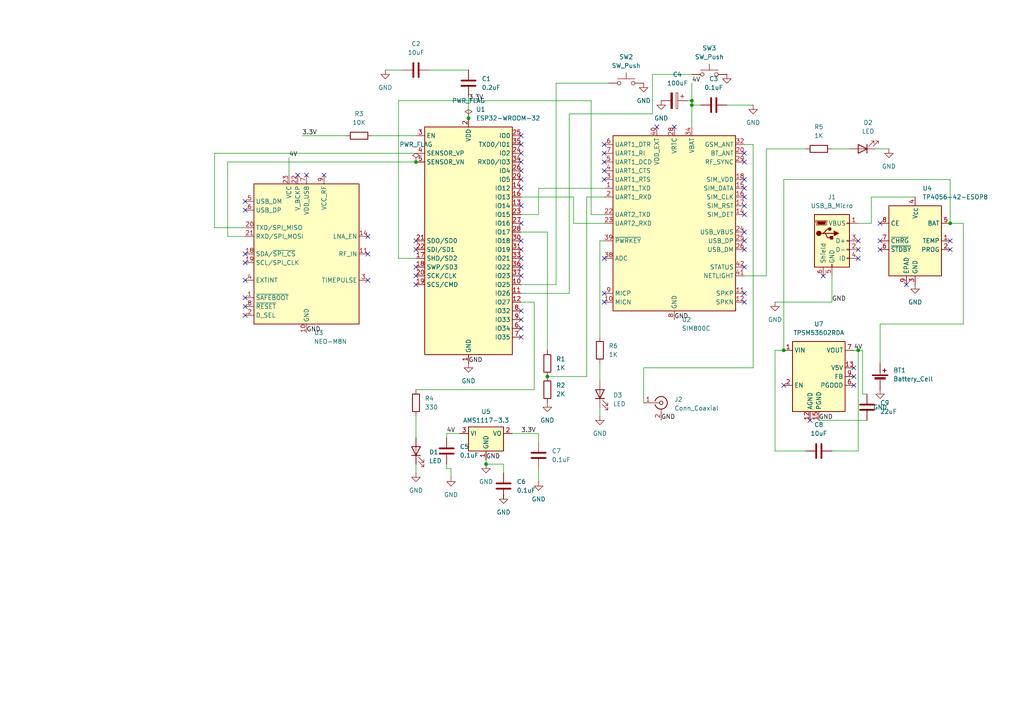
<source format=kicad_sch>
(kicad_sch
	(version 20250114)
	(generator "eeschema")
	(generator_version "9.0")
	(uuid "18612a44-5c65-485e-abf1-644b85e02edc")
	(paper "A4")
	(lib_symbols
		(symbol "Battery_Management:TP4056-42-ESOP8"
			(exclude_from_sim no)
			(in_bom yes)
			(on_board yes)
			(property "Reference" "U"
				(at -6.604 11.684 0)
				(effects
					(font
						(size 1.27 1.27)
					)
				)
			)
			(property "Value" "TP4056-42-ESOP8"
				(at 10.16 11.684 0)
				(effects
					(font
						(size 1.27 1.27)
					)
				)
			)
			(property "Footprint" "Package_SO:SOIC-8-1EP_3.9x4.9mm_P1.27mm_EP2.41x3.3mm_ThermalVias"
				(at 0.508 -22.86 0)
				(effects
					(font
						(size 1.27 1.27)
					)
					(hide yes)
				)
			)
			(property "Datasheet" "https://www.lcsc.com/datasheet/lcsc_datasheet_2410121619_TOPPOWER-Nanjing-Extension-Microelectronics-TP4056-42-ESOP8_C16581.pdf"
				(at 0 -25.4 0)
				(effects
					(font
						(size 1.27 1.27)
					)
					(hide yes)
				)
			)
			(property "Description" "1A Standalone Linear Li-ion/LiPo single-cell battery charger, 4.2V ±1% charge voltage, VCC = 4.0..8.0V, SOIC-8 (SOP-8)"
				(at 0.508 -20.32 0)
				(effects
					(font
						(size 1.27 1.27)
					)
					(hide yes)
				)
			)
			(property "ki_keywords" "lithium-ion lithium-polymer Li-Poly"
				(at 0 0 0)
				(effects
					(font
						(size 1.27 1.27)
					)
					(hide yes)
				)
			)
			(property "ki_fp_filters" "*SO*3.9x4.*P1.27mm*EP2.4*x3.3*mm*"
				(at 0 0 0)
				(effects
					(font
						(size 1.27 1.27)
					)
					(hide yes)
				)
			)
			(symbol "TP4056-42-ESOP8_1_0"
				(pin input line
					(at -10.16 5.08 0)
					(length 2.54)
					(name "CE"
						(effects
							(font
								(size 1.27 1.27)
							)
						)
					)
					(number "8"
						(effects
							(font
								(size 1.27 1.27)
							)
						)
					)
				)
				(pin open_collector line
					(at -10.16 0 0)
					(length 2.54)
					(name "~{CHRG}"
						(effects
							(font
								(size 1.27 1.27)
							)
						)
					)
					(number "7"
						(effects
							(font
								(size 1.27 1.27)
							)
						)
					)
				)
				(pin open_collector line
					(at -10.16 -2.54 0)
					(length 2.54)
					(name "~{STDBY}"
						(effects
							(font
								(size 1.27 1.27)
							)
						)
					)
					(number "6"
						(effects
							(font
								(size 1.27 1.27)
							)
						)
					)
				)
				(pin passive line
					(at -2.54 -12.7 90)
					(length 2.54)
					(name "EPAD"
						(effects
							(font
								(size 1.27 1.27)
							)
						)
					)
					(number "9"
						(effects
							(font
								(size 1.27 1.27)
							)
						)
					)
				)
				(pin power_in line
					(at 0 12.7 270)
					(length 2.54)
					(name "V_{CC}"
						(effects
							(font
								(size 1.27 1.27)
							)
						)
					)
					(number "4"
						(effects
							(font
								(size 1.27 1.27)
							)
						)
					)
				)
				(pin power_in line
					(at 0 -12.7 90)
					(length 2.54)
					(name "GND"
						(effects
							(font
								(size 1.27 1.27)
							)
						)
					)
					(number "3"
						(effects
							(font
								(size 1.27 1.27)
							)
						)
					)
				)
				(pin power_out line
					(at 10.16 5.08 180)
					(length 2.54)
					(name "BAT"
						(effects
							(font
								(size 1.27 1.27)
							)
						)
					)
					(number "5"
						(effects
							(font
								(size 1.27 1.27)
							)
						)
					)
				)
				(pin input line
					(at 10.16 0 180)
					(length 2.54)
					(name "TEMP"
						(effects
							(font
								(size 1.27 1.27)
							)
						)
					)
					(number "1"
						(effects
							(font
								(size 1.27 1.27)
							)
						)
					)
				)
				(pin passive line
					(at 10.16 -2.54 180)
					(length 2.54)
					(name "PROG"
						(effects
							(font
								(size 1.27 1.27)
							)
						)
					)
					(number "2"
						(effects
							(font
								(size 1.27 1.27)
							)
						)
					)
				)
			)
			(symbol "TP4056-42-ESOP8_1_1"
				(rectangle
					(start -7.62 10.16)
					(end 7.62 -10.16)
					(stroke
						(width 0.254)
						(type default)
					)
					(fill
						(type background)
					)
				)
			)
			(embedded_fonts no)
		)
		(symbol "Connector:Conn_Coaxial"
			(pin_names
				(offset 1.016)
				(hide yes)
			)
			(exclude_from_sim no)
			(in_bom yes)
			(on_board yes)
			(property "Reference" "J"
				(at 0.254 3.048 0)
				(effects
					(font
						(size 1.27 1.27)
					)
				)
			)
			(property "Value" "Conn_Coaxial"
				(at 2.921 0 90)
				(effects
					(font
						(size 1.27 1.27)
					)
				)
			)
			(property "Footprint" ""
				(at 0 0 0)
				(effects
					(font
						(size 1.27 1.27)
					)
					(hide yes)
				)
			)
			(property "Datasheet" "~"
				(at 0 0 0)
				(effects
					(font
						(size 1.27 1.27)
					)
					(hide yes)
				)
			)
			(property "Description" "coaxial connector (BNC, SMA, SMB, SMC, Cinch/RCA, LEMO, ...)"
				(at 0 0 0)
				(effects
					(font
						(size 1.27 1.27)
					)
					(hide yes)
				)
			)
			(property "ki_keywords" "BNC SMA SMB SMC LEMO coaxial connector CINCH RCA MCX MMCX U.FL UMRF"
				(at 0 0 0)
				(effects
					(font
						(size 1.27 1.27)
					)
					(hide yes)
				)
			)
			(property "ki_fp_filters" "*BNC* *SMA* *SMB* *SMC* *Cinch* *LEMO* *UMRF* *MCX* *U.FL*"
				(at 0 0 0)
				(effects
					(font
						(size 1.27 1.27)
					)
					(hide yes)
				)
			)
			(symbol "Conn_Coaxial_0_1"
				(polyline
					(pts
						(xy -2.54 0) (xy -0.508 0)
					)
					(stroke
						(width 0)
						(type default)
					)
					(fill
						(type none)
					)
				)
				(arc
					(start 1.778 0)
					(mid 0.222 -1.8079)
					(end -1.778 -0.508)
					(stroke
						(width 0.254)
						(type default)
					)
					(fill
						(type none)
					)
				)
				(arc
					(start -1.778 0.508)
					(mid 0.2221 1.8084)
					(end 1.778 0)
					(stroke
						(width 0.254)
						(type default)
					)
					(fill
						(type none)
					)
				)
				(circle
					(center 0 0)
					(radius 0.508)
					(stroke
						(width 0.2032)
						(type default)
					)
					(fill
						(type none)
					)
				)
				(polyline
					(pts
						(xy 0 -2.54) (xy 0 -1.778)
					)
					(stroke
						(width 0)
						(type default)
					)
					(fill
						(type none)
					)
				)
			)
			(symbol "Conn_Coaxial_1_1"
				(pin passive line
					(at -5.08 0 0)
					(length 2.54)
					(name "In"
						(effects
							(font
								(size 1.27 1.27)
							)
						)
					)
					(number "1"
						(effects
							(font
								(size 1.27 1.27)
							)
						)
					)
				)
				(pin passive line
					(at 0 -5.08 90)
					(length 2.54)
					(name "Ext"
						(effects
							(font
								(size 1.27 1.27)
							)
						)
					)
					(number "2"
						(effects
							(font
								(size 1.27 1.27)
							)
						)
					)
				)
			)
			(embedded_fonts no)
		)
		(symbol "Connector:USB_B_Micro"
			(pin_names
				(offset 1.016)
			)
			(exclude_from_sim no)
			(in_bom yes)
			(on_board yes)
			(property "Reference" "J"
				(at -5.08 11.43 0)
				(effects
					(font
						(size 1.27 1.27)
					)
					(justify left)
				)
			)
			(property "Value" "USB_B_Micro"
				(at -5.08 8.89 0)
				(effects
					(font
						(size 1.27 1.27)
					)
					(justify left)
				)
			)
			(property "Footprint" ""
				(at 3.81 -1.27 0)
				(effects
					(font
						(size 1.27 1.27)
					)
					(hide yes)
				)
			)
			(property "Datasheet" "~"
				(at 3.81 -1.27 0)
				(effects
					(font
						(size 1.27 1.27)
					)
					(hide yes)
				)
			)
			(property "Description" "USB Micro Type B connector"
				(at 0 0 0)
				(effects
					(font
						(size 1.27 1.27)
					)
					(hide yes)
				)
			)
			(property "ki_keywords" "connector USB micro"
				(at 0 0 0)
				(effects
					(font
						(size 1.27 1.27)
					)
					(hide yes)
				)
			)
			(property "ki_fp_filters" "USB*"
				(at 0 0 0)
				(effects
					(font
						(size 1.27 1.27)
					)
					(hide yes)
				)
			)
			(symbol "USB_B_Micro_0_1"
				(rectangle
					(start -5.08 -7.62)
					(end 5.08 7.62)
					(stroke
						(width 0.254)
						(type default)
					)
					(fill
						(type background)
					)
				)
				(polyline
					(pts
						(xy -4.699 5.842) (xy -4.699 5.588) (xy -4.445 4.826) (xy -4.445 4.572) (xy -1.651 4.572) (xy -1.651 4.826)
						(xy -1.397 5.588) (xy -1.397 5.842) (xy -4.699 5.842)
					)
					(stroke
						(width 0)
						(type default)
					)
					(fill
						(type none)
					)
				)
				(polyline
					(pts
						(xy -4.318 5.588) (xy -1.778 5.588) (xy -2.032 4.826) (xy -4.064 4.826) (xy -4.318 5.588)
					)
					(stroke
						(width 0)
						(type default)
					)
					(fill
						(type outline)
					)
				)
				(circle
					(center -3.81 2.159)
					(radius 0.635)
					(stroke
						(width 0.254)
						(type default)
					)
					(fill
						(type outline)
					)
				)
				(polyline
					(pts
						(xy -3.175 2.159) (xy -2.54 2.159) (xy -1.27 3.429) (xy -0.635 3.429)
					)
					(stroke
						(width 0.254)
						(type default)
					)
					(fill
						(type none)
					)
				)
				(polyline
					(pts
						(xy -2.54 2.159) (xy -1.905 2.159) (xy -1.27 0.889) (xy 0 0.889)
					)
					(stroke
						(width 0.254)
						(type default)
					)
					(fill
						(type none)
					)
				)
				(polyline
					(pts
						(xy -1.905 2.159) (xy 0.635 2.159)
					)
					(stroke
						(width 0.254)
						(type default)
					)
					(fill
						(type none)
					)
				)
				(circle
					(center -0.635 3.429)
					(radius 0.381)
					(stroke
						(width 0.254)
						(type default)
					)
					(fill
						(type outline)
					)
				)
				(rectangle
					(start -0.127 -7.62)
					(end 0.127 -6.858)
					(stroke
						(width 0)
						(type default)
					)
					(fill
						(type none)
					)
				)
				(rectangle
					(start 0.254 1.27)
					(end -0.508 0.508)
					(stroke
						(width 0.254)
						(type default)
					)
					(fill
						(type outline)
					)
				)
				(polyline
					(pts
						(xy 0.635 2.794) (xy 0.635 1.524) (xy 1.905 2.159) (xy 0.635 2.794)
					)
					(stroke
						(width 0.254)
						(type default)
					)
					(fill
						(type outline)
					)
				)
				(rectangle
					(start 5.08 4.953)
					(end 4.318 5.207)
					(stroke
						(width 0)
						(type default)
					)
					(fill
						(type none)
					)
				)
				(rectangle
					(start 5.08 -0.127)
					(end 4.318 0.127)
					(stroke
						(width 0)
						(type default)
					)
					(fill
						(type none)
					)
				)
				(rectangle
					(start 5.08 -2.667)
					(end 4.318 -2.413)
					(stroke
						(width 0)
						(type default)
					)
					(fill
						(type none)
					)
				)
				(rectangle
					(start 5.08 -5.207)
					(end 4.318 -4.953)
					(stroke
						(width 0)
						(type default)
					)
					(fill
						(type none)
					)
				)
			)
			(symbol "USB_B_Micro_1_1"
				(pin passive line
					(at -2.54 -10.16 90)
					(length 2.54)
					(name "Shield"
						(effects
							(font
								(size 1.27 1.27)
							)
						)
					)
					(number "6"
						(effects
							(font
								(size 1.27 1.27)
							)
						)
					)
				)
				(pin power_out line
					(at 0 -10.16 90)
					(length 2.54)
					(name "GND"
						(effects
							(font
								(size 1.27 1.27)
							)
						)
					)
					(number "5"
						(effects
							(font
								(size 1.27 1.27)
							)
						)
					)
				)
				(pin power_out line
					(at 7.62 5.08 180)
					(length 2.54)
					(name "VBUS"
						(effects
							(font
								(size 1.27 1.27)
							)
						)
					)
					(number "1"
						(effects
							(font
								(size 1.27 1.27)
							)
						)
					)
				)
				(pin bidirectional line
					(at 7.62 0 180)
					(length 2.54)
					(name "D+"
						(effects
							(font
								(size 1.27 1.27)
							)
						)
					)
					(number "3"
						(effects
							(font
								(size 1.27 1.27)
							)
						)
					)
				)
				(pin bidirectional line
					(at 7.62 -2.54 180)
					(length 2.54)
					(name "D-"
						(effects
							(font
								(size 1.27 1.27)
							)
						)
					)
					(number "2"
						(effects
							(font
								(size 1.27 1.27)
							)
						)
					)
				)
				(pin passive line
					(at 7.62 -5.08 180)
					(length 2.54)
					(name "ID"
						(effects
							(font
								(size 1.27 1.27)
							)
						)
					)
					(number "4"
						(effects
							(font
								(size 1.27 1.27)
							)
						)
					)
				)
			)
			(embedded_fonts no)
		)
		(symbol "Converter_DCDC:TPSM53602RDA"
			(exclude_from_sim no)
			(in_bom yes)
			(on_board yes)
			(property "Reference" "U"
				(at 0 15.24 0)
				(effects
					(font
						(size 1.27 1.27)
					)
					(justify left)
				)
			)
			(property "Value" "TPSM53602RDA"
				(at 0 12.7 0)
				(effects
					(font
						(size 1.27 1.27)
					)
					(justify left)
				)
			)
			(property "Footprint" "Package_DFN_QFN:Texas_B3QFN-14-1EP_5x5.5mm_P0.65mm_ThermalVia"
				(at 0 17.78 0)
				(effects
					(font
						(size 1.27 1.27)
					)
					(justify left)
					(hide yes)
				)
			)
			(property "Datasheet" "https://www.ti.com/lit/ds/symlink/tpsm53602.pdf"
				(at 2.54 15.24 0)
				(effects
					(font
						(size 1.27 1.27)
					)
					(hide yes)
				)
			)
			(property "Description" "36-V, 2A input, stepdown, DC/DC converter, Texas B3QFN-14"
				(at 0 0 0)
				(effects
					(font
						(size 1.27 1.27)
					)
					(hide yes)
				)
			)
			(property "ki_keywords" "step down DCDC converter regulator"
				(at 0 0 0)
				(effects
					(font
						(size 1.27 1.27)
					)
					(hide yes)
				)
			)
			(property "ki_fp_filters" "Texas*B3QFN*1EP*5x5.5mm*P0.65mm*"
				(at 0 0 0)
				(effects
					(font
						(size 1.27 1.27)
					)
					(hide yes)
				)
			)
			(symbol "TPSM53602RDA_0_1"
				(rectangle
					(start 7.62 10.16)
					(end -7.62 -10.16)
					(stroke
						(width 0.254)
						(type default)
					)
					(fill
						(type background)
					)
				)
			)
			(symbol "TPSM53602RDA_1_1"
				(pin power_in line
					(at -10.16 7.62 0)
					(length 2.54)
					(name "VIN"
						(effects
							(font
								(size 1.27 1.27)
							)
						)
					)
					(number "1"
						(effects
							(font
								(size 1.27 1.27)
							)
						)
					)
				)
				(pin passive line
					(at -10.16 7.62 0)
					(length 2.54)
					(hide yes)
					(name "VIN"
						(effects
							(font
								(size 1.27 1.27)
							)
						)
					)
					(number "14"
						(effects
							(font
								(size 1.27 1.27)
							)
						)
					)
				)
				(pin input line
					(at -10.16 -2.54 0)
					(length 2.54)
					(name "EN"
						(effects
							(font
								(size 1.27 1.27)
							)
						)
					)
					(number "2"
						(effects
							(font
								(size 1.27 1.27)
							)
						)
					)
				)
				(pin no_connect line
					(at -7.62 2.54 0)
					(length 2.54)
					(hide yes)
					(name "DNC"
						(effects
							(font
								(size 1.27 1.27)
							)
						)
					)
					(number "4"
						(effects
							(font
								(size 1.27 1.27)
							)
						)
					)
				)
				(pin no_connect line
					(at -7.62 0 0)
					(length 2.54)
					(hide yes)
					(name "DNC"
						(effects
							(font
								(size 1.27 1.27)
							)
						)
					)
					(number "5"
						(effects
							(font
								(size 1.27 1.27)
							)
						)
					)
				)
				(pin power_in line
					(at -2.54 -12.7 90)
					(length 2.54)
					(name "AGND"
						(effects
							(font
								(size 1.27 1.27)
							)
						)
					)
					(number "12"
						(effects
							(font
								(size 1.27 1.27)
							)
						)
					)
				)
				(pin passive line
					(at 0 -12.7 90)
					(length 2.54)
					(hide yes)
					(name "PGND"
						(effects
							(font
								(size 1.27 1.27)
							)
						)
					)
					(number "10"
						(effects
							(font
								(size 1.27 1.27)
							)
						)
					)
				)
				(pin passive line
					(at 0 -12.7 90)
					(length 2.54)
					(hide yes)
					(name "PGND"
						(effects
							(font
								(size 1.27 1.27)
							)
						)
					)
					(number "11"
						(effects
							(font
								(size 1.27 1.27)
							)
						)
					)
				)
				(pin power_in line
					(at 0 -12.7 90)
					(length 2.54)
					(name "PGND"
						(effects
							(font
								(size 1.27 1.27)
							)
						)
					)
					(number "15"
						(effects
							(font
								(size 1.27 1.27)
							)
						)
					)
				)
				(pin passive line
					(at 0 -12.7 90)
					(length 2.54)
					(hide yes)
					(name "PGND"
						(effects
							(font
								(size 1.27 1.27)
							)
						)
					)
					(number "3"
						(effects
							(font
								(size 1.27 1.27)
							)
						)
					)
				)
				(pin power_out line
					(at 10.16 7.62 180)
					(length 2.54)
					(name "VOUT"
						(effects
							(font
								(size 1.27 1.27)
							)
						)
					)
					(number "7"
						(effects
							(font
								(size 1.27 1.27)
							)
						)
					)
				)
				(pin passive line
					(at 10.16 7.62 180)
					(length 2.54)
					(hide yes)
					(name "VOUT"
						(effects
							(font
								(size 1.27 1.27)
							)
						)
					)
					(number "8"
						(effects
							(font
								(size 1.27 1.27)
							)
						)
					)
				)
				(pin output line
					(at 10.16 2.54 180)
					(length 2.54)
					(name "V5V"
						(effects
							(font
								(size 1.27 1.27)
							)
						)
					)
					(number "13"
						(effects
							(font
								(size 1.27 1.27)
							)
						)
					)
				)
				(pin input line
					(at 10.16 0 180)
					(length 2.54)
					(name "FB"
						(effects
							(font
								(size 1.27 1.27)
							)
						)
					)
					(number "9"
						(effects
							(font
								(size 1.27 1.27)
							)
						)
					)
				)
				(pin open_collector line
					(at 10.16 -2.54 180)
					(length 2.54)
					(name "PGOOD"
						(effects
							(font
								(size 1.27 1.27)
							)
						)
					)
					(number "6"
						(effects
							(font
								(size 1.27 1.27)
							)
						)
					)
				)
			)
			(embedded_fonts no)
		)
		(symbol "Device:Battery_Cell"
			(pin_numbers
				(hide yes)
			)
			(pin_names
				(offset 0)
				(hide yes)
			)
			(exclude_from_sim no)
			(in_bom yes)
			(on_board yes)
			(property "Reference" "BT"
				(at 2.54 2.54 0)
				(effects
					(font
						(size 1.27 1.27)
					)
					(justify left)
				)
			)
			(property "Value" "Battery_Cell"
				(at 2.54 0 0)
				(effects
					(font
						(size 1.27 1.27)
					)
					(justify left)
				)
			)
			(property "Footprint" ""
				(at 0 1.524 90)
				(effects
					(font
						(size 1.27 1.27)
					)
					(hide yes)
				)
			)
			(property "Datasheet" "~"
				(at 0 1.524 90)
				(effects
					(font
						(size 1.27 1.27)
					)
					(hide yes)
				)
			)
			(property "Description" "Single-cell battery"
				(at 0 0 0)
				(effects
					(font
						(size 1.27 1.27)
					)
					(hide yes)
				)
			)
			(property "ki_keywords" "battery cell"
				(at 0 0 0)
				(effects
					(font
						(size 1.27 1.27)
					)
					(hide yes)
				)
			)
			(symbol "Battery_Cell_0_1"
				(rectangle
					(start -2.286 1.778)
					(end 2.286 1.524)
					(stroke
						(width 0)
						(type default)
					)
					(fill
						(type outline)
					)
				)
				(rectangle
					(start -1.524 1.016)
					(end 1.524 0.508)
					(stroke
						(width 0)
						(type default)
					)
					(fill
						(type outline)
					)
				)
				(polyline
					(pts
						(xy 0 1.778) (xy 0 2.54)
					)
					(stroke
						(width 0)
						(type default)
					)
					(fill
						(type none)
					)
				)
				(polyline
					(pts
						(xy 0 0.762) (xy 0 0)
					)
					(stroke
						(width 0)
						(type default)
					)
					(fill
						(type none)
					)
				)
				(polyline
					(pts
						(xy 0.762 3.048) (xy 1.778 3.048)
					)
					(stroke
						(width 0.254)
						(type default)
					)
					(fill
						(type none)
					)
				)
				(polyline
					(pts
						(xy 1.27 3.556) (xy 1.27 2.54)
					)
					(stroke
						(width 0.254)
						(type default)
					)
					(fill
						(type none)
					)
				)
			)
			(symbol "Battery_Cell_1_1"
				(pin passive line
					(at 0 5.08 270)
					(length 2.54)
					(name "+"
						(effects
							(font
								(size 1.27 1.27)
							)
						)
					)
					(number "1"
						(effects
							(font
								(size 1.27 1.27)
							)
						)
					)
				)
				(pin passive line
					(at 0 -2.54 90)
					(length 2.54)
					(name "-"
						(effects
							(font
								(size 1.27 1.27)
							)
						)
					)
					(number "2"
						(effects
							(font
								(size 1.27 1.27)
							)
						)
					)
				)
			)
			(embedded_fonts no)
		)
		(symbol "Device:C"
			(pin_numbers
				(hide yes)
			)
			(pin_names
				(offset 0.254)
			)
			(exclude_from_sim no)
			(in_bom yes)
			(on_board yes)
			(property "Reference" "C"
				(at 0.635 2.54 0)
				(effects
					(font
						(size 1.27 1.27)
					)
					(justify left)
				)
			)
			(property "Value" "C"
				(at 0.635 -2.54 0)
				(effects
					(font
						(size 1.27 1.27)
					)
					(justify left)
				)
			)
			(property "Footprint" ""
				(at 0.9652 -3.81 0)
				(effects
					(font
						(size 1.27 1.27)
					)
					(hide yes)
				)
			)
			(property "Datasheet" "~"
				(at 0 0 0)
				(effects
					(font
						(size 1.27 1.27)
					)
					(hide yes)
				)
			)
			(property "Description" "Unpolarized capacitor"
				(at 0 0 0)
				(effects
					(font
						(size 1.27 1.27)
					)
					(hide yes)
				)
			)
			(property "ki_keywords" "cap capacitor"
				(at 0 0 0)
				(effects
					(font
						(size 1.27 1.27)
					)
					(hide yes)
				)
			)
			(property "ki_fp_filters" "C_*"
				(at 0 0 0)
				(effects
					(font
						(size 1.27 1.27)
					)
					(hide yes)
				)
			)
			(symbol "C_0_1"
				(polyline
					(pts
						(xy -2.032 0.762) (xy 2.032 0.762)
					)
					(stroke
						(width 0.508)
						(type default)
					)
					(fill
						(type none)
					)
				)
				(polyline
					(pts
						(xy -2.032 -0.762) (xy 2.032 -0.762)
					)
					(stroke
						(width 0.508)
						(type default)
					)
					(fill
						(type none)
					)
				)
			)
			(symbol "C_1_1"
				(pin passive line
					(at 0 3.81 270)
					(length 2.794)
					(name "~"
						(effects
							(font
								(size 1.27 1.27)
							)
						)
					)
					(number "1"
						(effects
							(font
								(size 1.27 1.27)
							)
						)
					)
				)
				(pin passive line
					(at 0 -3.81 90)
					(length 2.794)
					(name "~"
						(effects
							(font
								(size 1.27 1.27)
							)
						)
					)
					(number "2"
						(effects
							(font
								(size 1.27 1.27)
							)
						)
					)
				)
			)
			(embedded_fonts no)
		)
		(symbol "Device:C_Polarized"
			(pin_numbers
				(hide yes)
			)
			(pin_names
				(offset 0.254)
			)
			(exclude_from_sim no)
			(in_bom yes)
			(on_board yes)
			(property "Reference" "C"
				(at 0.635 2.54 0)
				(effects
					(font
						(size 1.27 1.27)
					)
					(justify left)
				)
			)
			(property "Value" "C_Polarized"
				(at 0.635 -2.54 0)
				(effects
					(font
						(size 1.27 1.27)
					)
					(justify left)
				)
			)
			(property "Footprint" ""
				(at 0.9652 -3.81 0)
				(effects
					(font
						(size 1.27 1.27)
					)
					(hide yes)
				)
			)
			(property "Datasheet" "~"
				(at 0 0 0)
				(effects
					(font
						(size 1.27 1.27)
					)
					(hide yes)
				)
			)
			(property "Description" "Polarized capacitor"
				(at 0 0 0)
				(effects
					(font
						(size 1.27 1.27)
					)
					(hide yes)
				)
			)
			(property "ki_keywords" "cap capacitor"
				(at 0 0 0)
				(effects
					(font
						(size 1.27 1.27)
					)
					(hide yes)
				)
			)
			(property "ki_fp_filters" "CP_*"
				(at 0 0 0)
				(effects
					(font
						(size 1.27 1.27)
					)
					(hide yes)
				)
			)
			(symbol "C_Polarized_0_1"
				(rectangle
					(start -2.286 0.508)
					(end 2.286 1.016)
					(stroke
						(width 0)
						(type default)
					)
					(fill
						(type none)
					)
				)
				(polyline
					(pts
						(xy -1.778 2.286) (xy -0.762 2.286)
					)
					(stroke
						(width 0)
						(type default)
					)
					(fill
						(type none)
					)
				)
				(polyline
					(pts
						(xy -1.27 2.794) (xy -1.27 1.778)
					)
					(stroke
						(width 0)
						(type default)
					)
					(fill
						(type none)
					)
				)
				(rectangle
					(start 2.286 -0.508)
					(end -2.286 -1.016)
					(stroke
						(width 0)
						(type default)
					)
					(fill
						(type outline)
					)
				)
			)
			(symbol "C_Polarized_1_1"
				(pin passive line
					(at 0 3.81 270)
					(length 2.794)
					(name "~"
						(effects
							(font
								(size 1.27 1.27)
							)
						)
					)
					(number "1"
						(effects
							(font
								(size 1.27 1.27)
							)
						)
					)
				)
				(pin passive line
					(at 0 -3.81 90)
					(length 2.794)
					(name "~"
						(effects
							(font
								(size 1.27 1.27)
							)
						)
					)
					(number "2"
						(effects
							(font
								(size 1.27 1.27)
							)
						)
					)
				)
			)
			(embedded_fonts no)
		)
		(symbol "Device:LED"
			(pin_numbers
				(hide yes)
			)
			(pin_names
				(offset 1.016)
				(hide yes)
			)
			(exclude_from_sim no)
			(in_bom yes)
			(on_board yes)
			(property "Reference" "D"
				(at 0 2.54 0)
				(effects
					(font
						(size 1.27 1.27)
					)
				)
			)
			(property "Value" "LED"
				(at 0 -2.54 0)
				(effects
					(font
						(size 1.27 1.27)
					)
				)
			)
			(property "Footprint" ""
				(at 0 0 0)
				(effects
					(font
						(size 1.27 1.27)
					)
					(hide yes)
				)
			)
			(property "Datasheet" "~"
				(at 0 0 0)
				(effects
					(font
						(size 1.27 1.27)
					)
					(hide yes)
				)
			)
			(property "Description" "Light emitting diode"
				(at 0 0 0)
				(effects
					(font
						(size 1.27 1.27)
					)
					(hide yes)
				)
			)
			(property "Sim.Pins" "1=K 2=A"
				(at 0 0 0)
				(effects
					(font
						(size 1.27 1.27)
					)
					(hide yes)
				)
			)
			(property "ki_keywords" "LED diode"
				(at 0 0 0)
				(effects
					(font
						(size 1.27 1.27)
					)
					(hide yes)
				)
			)
			(property "ki_fp_filters" "LED* LED_SMD:* LED_THT:*"
				(at 0 0 0)
				(effects
					(font
						(size 1.27 1.27)
					)
					(hide yes)
				)
			)
			(symbol "LED_0_1"
				(polyline
					(pts
						(xy -3.048 -0.762) (xy -4.572 -2.286) (xy -3.81 -2.286) (xy -4.572 -2.286) (xy -4.572 -1.524)
					)
					(stroke
						(width 0)
						(type default)
					)
					(fill
						(type none)
					)
				)
				(polyline
					(pts
						(xy -1.778 -0.762) (xy -3.302 -2.286) (xy -2.54 -2.286) (xy -3.302 -2.286) (xy -3.302 -1.524)
					)
					(stroke
						(width 0)
						(type default)
					)
					(fill
						(type none)
					)
				)
				(polyline
					(pts
						(xy -1.27 0) (xy 1.27 0)
					)
					(stroke
						(width 0)
						(type default)
					)
					(fill
						(type none)
					)
				)
				(polyline
					(pts
						(xy -1.27 -1.27) (xy -1.27 1.27)
					)
					(stroke
						(width 0.254)
						(type default)
					)
					(fill
						(type none)
					)
				)
				(polyline
					(pts
						(xy 1.27 -1.27) (xy 1.27 1.27) (xy -1.27 0) (xy 1.27 -1.27)
					)
					(stroke
						(width 0.254)
						(type default)
					)
					(fill
						(type none)
					)
				)
			)
			(symbol "LED_1_1"
				(pin passive line
					(at -3.81 0 0)
					(length 2.54)
					(name "K"
						(effects
							(font
								(size 1.27 1.27)
							)
						)
					)
					(number "1"
						(effects
							(font
								(size 1.27 1.27)
							)
						)
					)
				)
				(pin passive line
					(at 3.81 0 180)
					(length 2.54)
					(name "A"
						(effects
							(font
								(size 1.27 1.27)
							)
						)
					)
					(number "2"
						(effects
							(font
								(size 1.27 1.27)
							)
						)
					)
				)
			)
			(embedded_fonts no)
		)
		(symbol "Device:R"
			(pin_numbers
				(hide yes)
			)
			(pin_names
				(offset 0)
			)
			(exclude_from_sim no)
			(in_bom yes)
			(on_board yes)
			(property "Reference" "R"
				(at 2.032 0 90)
				(effects
					(font
						(size 1.27 1.27)
					)
				)
			)
			(property "Value" "R"
				(at 0 0 90)
				(effects
					(font
						(size 1.27 1.27)
					)
				)
			)
			(property "Footprint" ""
				(at -1.778 0 90)
				(effects
					(font
						(size 1.27 1.27)
					)
					(hide yes)
				)
			)
			(property "Datasheet" "~"
				(at 0 0 0)
				(effects
					(font
						(size 1.27 1.27)
					)
					(hide yes)
				)
			)
			(property "Description" "Resistor"
				(at 0 0 0)
				(effects
					(font
						(size 1.27 1.27)
					)
					(hide yes)
				)
			)
			(property "ki_keywords" "R res resistor"
				(at 0 0 0)
				(effects
					(font
						(size 1.27 1.27)
					)
					(hide yes)
				)
			)
			(property "ki_fp_filters" "R_*"
				(at 0 0 0)
				(effects
					(font
						(size 1.27 1.27)
					)
					(hide yes)
				)
			)
			(symbol "R_0_1"
				(rectangle
					(start -1.016 -2.54)
					(end 1.016 2.54)
					(stroke
						(width 0.254)
						(type default)
					)
					(fill
						(type none)
					)
				)
			)
			(symbol "R_1_1"
				(pin passive line
					(at 0 3.81 270)
					(length 1.27)
					(name "~"
						(effects
							(font
								(size 1.27 1.27)
							)
						)
					)
					(number "1"
						(effects
							(font
								(size 1.27 1.27)
							)
						)
					)
				)
				(pin passive line
					(at 0 -3.81 90)
					(length 1.27)
					(name "~"
						(effects
							(font
								(size 1.27 1.27)
							)
						)
					)
					(number "2"
						(effects
							(font
								(size 1.27 1.27)
							)
						)
					)
				)
			)
			(embedded_fonts no)
		)
		(symbol "RF_GPS:NEO-M8N"
			(exclude_from_sim no)
			(in_bom yes)
			(on_board yes)
			(property "Reference" "U"
				(at -13.97 21.59 0)
				(effects
					(font
						(size 1.27 1.27)
					)
				)
			)
			(property "Value" "NEO-M8N"
				(at 11.43 21.59 0)
				(effects
					(font
						(size 1.27 1.27)
					)
				)
			)
			(property "Footprint" "RF_GPS:ublox_NEO"
				(at 10.16 -21.59 0)
				(effects
					(font
						(size 1.27 1.27)
					)
					(hide yes)
				)
			)
			(property "Datasheet" "https://content.u-blox.com/sites/default/files/NEO-M8-FW3_DataSheet_UBX-15031086.pdf"
				(at 0 0 0)
				(effects
					(font
						(size 1.27 1.27)
					)
					(hide yes)
				)
			)
			(property "Description" "GNSS Module NEO M8, VCC 2.7V to 3.6V"
				(at 0 0 0)
				(effects
					(font
						(size 1.27 1.27)
					)
					(hide yes)
				)
			)
			(property "ki_keywords" "ublox GPS GNSS module"
				(at 0 0 0)
				(effects
					(font
						(size 1.27 1.27)
					)
					(hide yes)
				)
			)
			(property "ki_fp_filters" "ublox*NEO*"
				(at 0 0 0)
				(effects
					(font
						(size 1.27 1.27)
					)
					(hide yes)
				)
			)
			(symbol "NEO-M8N_0_1"
				(rectangle
					(start -15.24 20.32)
					(end 15.24 -20.32)
					(stroke
						(width 0.254)
						(type default)
					)
					(fill
						(type background)
					)
				)
			)
			(symbol "NEO-M8N_1_1"
				(pin bidirectional line
					(at -17.78 15.24 0)
					(length 2.54)
					(name "USB_DM"
						(effects
							(font
								(size 1.27 1.27)
							)
						)
					)
					(number "5"
						(effects
							(font
								(size 1.27 1.27)
							)
						)
					)
				)
				(pin bidirectional line
					(at -17.78 12.7 0)
					(length 2.54)
					(name "USB_DP"
						(effects
							(font
								(size 1.27 1.27)
							)
						)
					)
					(number "6"
						(effects
							(font
								(size 1.27 1.27)
							)
						)
					)
				)
				(pin output line
					(at -17.78 7.62 0)
					(length 2.54)
					(name "TXD/SPI_MISO"
						(effects
							(font
								(size 1.27 1.27)
							)
						)
					)
					(number "20"
						(effects
							(font
								(size 1.27 1.27)
							)
						)
					)
				)
				(pin input line
					(at -17.78 5.08 0)
					(length 2.54)
					(name "RXD/SPI_MOSI"
						(effects
							(font
								(size 1.27 1.27)
							)
						)
					)
					(number "21"
						(effects
							(font
								(size 1.27 1.27)
							)
						)
					)
				)
				(pin bidirectional line
					(at -17.78 0 0)
					(length 2.54)
					(name "SDA/~{SPI_CS}"
						(effects
							(font
								(size 1.27 1.27)
							)
						)
					)
					(number "18"
						(effects
							(font
								(size 1.27 1.27)
							)
						)
					)
				)
				(pin input line
					(at -17.78 -2.54 0)
					(length 2.54)
					(name "SCL/SPI_CLK"
						(effects
							(font
								(size 1.27 1.27)
							)
						)
					)
					(number "19"
						(effects
							(font
								(size 1.27 1.27)
							)
						)
					)
				)
				(pin input line
					(at -17.78 -7.62 0)
					(length 2.54)
					(name "EXTINT"
						(effects
							(font
								(size 1.27 1.27)
							)
						)
					)
					(number "4"
						(effects
							(font
								(size 1.27 1.27)
							)
						)
					)
				)
				(pin input line
					(at -17.78 -12.7 0)
					(length 2.54)
					(name "~{SAFEBOOT}"
						(effects
							(font
								(size 1.27 1.27)
							)
						)
					)
					(number "1"
						(effects
							(font
								(size 1.27 1.27)
							)
						)
					)
				)
				(pin input line
					(at -17.78 -15.24 0)
					(length 2.54)
					(name "~{RESET}"
						(effects
							(font
								(size 1.27 1.27)
							)
						)
					)
					(number "8"
						(effects
							(font
								(size 1.27 1.27)
							)
						)
					)
				)
				(pin input line
					(at -17.78 -17.78 0)
					(length 2.54)
					(name "D_SEL"
						(effects
							(font
								(size 1.27 1.27)
							)
						)
					)
					(number "2"
						(effects
							(font
								(size 1.27 1.27)
							)
						)
					)
				)
				(pin power_in line
					(at -5.08 22.86 270)
					(length 2.54)
					(name "VCC"
						(effects
							(font
								(size 1.27 1.27)
							)
						)
					)
					(number "23"
						(effects
							(font
								(size 1.27 1.27)
							)
						)
					)
				)
				(pin power_in line
					(at -2.54 22.86 270)
					(length 2.54)
					(name "V_BCKP"
						(effects
							(font
								(size 1.27 1.27)
							)
						)
					)
					(number "22"
						(effects
							(font
								(size 1.27 1.27)
							)
						)
					)
				)
				(pin power_in line
					(at 0 22.86 270)
					(length 2.54)
					(name "VDD_USB"
						(effects
							(font
								(size 1.27 1.27)
							)
						)
					)
					(number "7"
						(effects
							(font
								(size 1.27 1.27)
							)
						)
					)
				)
				(pin power_in line
					(at 0 -22.86 90)
					(length 2.54)
					(name "GND"
						(effects
							(font
								(size 1.27 1.27)
							)
						)
					)
					(number "10"
						(effects
							(font
								(size 1.27 1.27)
							)
						)
					)
				)
				(pin passive line
					(at 0 -22.86 90)
					(length 2.54)
					(hide yes)
					(name "GND"
						(effects
							(font
								(size 1.27 1.27)
							)
						)
					)
					(number "12"
						(effects
							(font
								(size 1.27 1.27)
							)
						)
					)
				)
				(pin passive line
					(at 0 -22.86 90)
					(length 2.54)
					(hide yes)
					(name "GND"
						(effects
							(font
								(size 1.27 1.27)
							)
						)
					)
					(number "13"
						(effects
							(font
								(size 1.27 1.27)
							)
						)
					)
				)
				(pin passive line
					(at 0 -22.86 90)
					(length 2.54)
					(hide yes)
					(name "GND"
						(effects
							(font
								(size 1.27 1.27)
							)
						)
					)
					(number "24"
						(effects
							(font
								(size 1.27 1.27)
							)
						)
					)
				)
				(pin power_out line
					(at 5.08 22.86 270)
					(length 2.54)
					(name "VCC_RF"
						(effects
							(font
								(size 1.27 1.27)
							)
						)
					)
					(number "9"
						(effects
							(font
								(size 1.27 1.27)
							)
						)
					)
				)
				(pin no_connect line
					(at 15.24 -10.16 180)
					(length 2.54)
					(hide yes)
					(name "RESERVED"
						(effects
							(font
								(size 1.27 1.27)
							)
						)
					)
					(number "15"
						(effects
							(font
								(size 1.27 1.27)
							)
						)
					)
				)
				(pin no_connect line
					(at 15.24 -12.7 180)
					(length 2.54)
					(hide yes)
					(name "RESERVED"
						(effects
							(font
								(size 1.27 1.27)
							)
						)
					)
					(number "16"
						(effects
							(font
								(size 1.27 1.27)
							)
						)
					)
				)
				(pin no_connect line
					(at 15.24 -15.24 180)
					(length 2.54)
					(hide yes)
					(name "RESERVED"
						(effects
							(font
								(size 1.27 1.27)
							)
						)
					)
					(number "17"
						(effects
							(font
								(size 1.27 1.27)
							)
						)
					)
				)
				(pin output line
					(at 17.78 5.08 180)
					(length 2.54)
					(name "LNA_EN"
						(effects
							(font
								(size 1.27 1.27)
							)
						)
					)
					(number "14"
						(effects
							(font
								(size 1.27 1.27)
							)
						)
					)
				)
				(pin input line
					(at 17.78 0 180)
					(length 2.54)
					(name "RF_IN"
						(effects
							(font
								(size 1.27 1.27)
							)
						)
					)
					(number "11"
						(effects
							(font
								(size 1.27 1.27)
							)
						)
					)
				)
				(pin output line
					(at 17.78 -7.62 180)
					(length 2.54)
					(name "TIMEPULSE"
						(effects
							(font
								(size 1.27 1.27)
							)
						)
					)
					(number "3"
						(effects
							(font
								(size 1.27 1.27)
							)
						)
					)
				)
			)
			(embedded_fonts no)
		)
		(symbol "RF_GSM:SIM800C"
			(exclude_from_sim no)
			(in_bom yes)
			(on_board yes)
			(property "Reference" "U"
				(at -15.24 26.67 0)
				(effects
					(font
						(size 1.27 1.27)
					)
				)
			)
			(property "Value" "SIM800C"
				(at 12.7 26.67 0)
				(effects
					(font
						(size 1.27 1.27)
					)
				)
			)
			(property "Footprint" "RF_GSM:SIMCom_SIM800C"
				(at 13.97 -26.67 0)
				(effects
					(font
						(size 1.27 1.27)
					)
					(hide yes)
				)
			)
			(property "Datasheet" "http://simcom.ee/documents/SIM800C/SIM800C_Hardware_Design_V1.05.pdf"
				(at -118.11 -59.69 0)
				(effects
					(font
						(size 1.27 1.27)
					)
					(hide yes)
				)
			)
			(property "Description" "GSM Quad-Band Communication Module, GPRS, Audio Engine, AT Command Set, Bluetooth is Optional"
				(at 0 0 0)
				(effects
					(font
						(size 1.27 1.27)
					)
					(hide yes)
				)
			)
			(property "ki_keywords" "GSM GPRS Quad-Band SMS"
				(at 0 0 0)
				(effects
					(font
						(size 1.27 1.27)
					)
					(hide yes)
				)
			)
			(property "ki_fp_filters" "SIMCom*SIM800C*"
				(at 0 0 0)
				(effects
					(font
						(size 1.27 1.27)
					)
					(hide yes)
				)
			)
			(symbol "SIM800C_0_1"
				(rectangle
					(start -17.78 25.4)
					(end 17.78 -25.4)
					(stroke
						(width 0.254)
						(type default)
					)
					(fill
						(type background)
					)
				)
			)
			(symbol "SIM800C_1_1"
				(pin input line
					(at -20.32 22.86 0)
					(length 2.54)
					(name "UART1_DTR"
						(effects
							(font
								(size 1.27 1.27)
							)
						)
					)
					(number "6"
						(effects
							(font
								(size 1.27 1.27)
							)
						)
					)
				)
				(pin output line
					(at -20.32 20.32 0)
					(length 2.54)
					(name "UART1_RI"
						(effects
							(font
								(size 1.27 1.27)
							)
						)
					)
					(number "7"
						(effects
							(font
								(size 1.27 1.27)
							)
						)
					)
				)
				(pin output line
					(at -20.32 17.78 0)
					(length 2.54)
					(name "UART1_DCD"
						(effects
							(font
								(size 1.27 1.27)
							)
						)
					)
					(number "5"
						(effects
							(font
								(size 1.27 1.27)
							)
						)
					)
				)
				(pin output line
					(at -20.32 15.24 0)
					(length 2.54)
					(name "UART1_CTS"
						(effects
							(font
								(size 1.27 1.27)
							)
						)
					)
					(number "4"
						(effects
							(font
								(size 1.27 1.27)
							)
						)
					)
				)
				(pin input line
					(at -20.32 12.7 0)
					(length 2.54)
					(name "UART1_RTS"
						(effects
							(font
								(size 1.27 1.27)
							)
						)
					)
					(number "3"
						(effects
							(font
								(size 1.27 1.27)
							)
						)
					)
				)
				(pin output line
					(at -20.32 10.16 0)
					(length 2.54)
					(name "UART1_TXD"
						(effects
							(font
								(size 1.27 1.27)
							)
						)
					)
					(number "1"
						(effects
							(font
								(size 1.27 1.27)
							)
						)
					)
				)
				(pin input line
					(at -20.32 7.62 0)
					(length 2.54)
					(name "UART1_RXD"
						(effects
							(font
								(size 1.27 1.27)
							)
						)
					)
					(number "2"
						(effects
							(font
								(size 1.27 1.27)
							)
						)
					)
				)
				(pin output line
					(at -20.32 2.54 0)
					(length 2.54)
					(name "UART2_TXD"
						(effects
							(font
								(size 1.27 1.27)
							)
						)
					)
					(number "22"
						(effects
							(font
								(size 1.27 1.27)
							)
						)
					)
				)
				(pin input line
					(at -20.32 0 0)
					(length 2.54)
					(name "UART2_RXD"
						(effects
							(font
								(size 1.27 1.27)
							)
						)
					)
					(number "23"
						(effects
							(font
								(size 1.27 1.27)
							)
						)
					)
				)
				(pin input line
					(at -20.32 -5.08 0)
					(length 2.54)
					(name "~{PWRKEY}"
						(effects
							(font
								(size 1.27 1.27)
							)
						)
					)
					(number "39"
						(effects
							(font
								(size 1.27 1.27)
							)
						)
					)
				)
				(pin input line
					(at -20.32 -10.16 0)
					(length 2.54)
					(name "ADC"
						(effects
							(font
								(size 1.27 1.27)
							)
						)
					)
					(number "38"
						(effects
							(font
								(size 1.27 1.27)
							)
						)
					)
				)
				(pin input line
					(at -20.32 -20.32 0)
					(length 2.54)
					(name "MICP"
						(effects
							(font
								(size 1.27 1.27)
							)
						)
					)
					(number "9"
						(effects
							(font
								(size 1.27 1.27)
							)
						)
					)
				)
				(pin input line
					(at -20.32 -22.86 0)
					(length 2.54)
					(name "MICN"
						(effects
							(font
								(size 1.27 1.27)
							)
						)
					)
					(number "10"
						(effects
							(font
								(size 1.27 1.27)
							)
						)
					)
				)
				(pin power_out line
					(at -5.08 27.94 270)
					(length 2.54)
					(name "VDD_EXT"
						(effects
							(font
								(size 1.27 1.27)
							)
						)
					)
					(number "40"
						(effects
							(font
								(size 1.27 1.27)
							)
						)
					)
				)
				(pin power_in line
					(at 0 27.94 270)
					(length 2.54)
					(name "VRTC"
						(effects
							(font
								(size 1.27 1.27)
							)
						)
					)
					(number "28"
						(effects
							(font
								(size 1.27 1.27)
							)
						)
					)
				)
				(pin passive line
					(at 0 -27.94 90)
					(length 2.54)
					(hide yes)
					(name "GND"
						(effects
							(font
								(size 1.27 1.27)
							)
						)
					)
					(number "13"
						(effects
							(font
								(size 1.27 1.27)
							)
						)
					)
				)
				(pin passive line
					(at 0 -27.94 90)
					(length 2.54)
					(hide yes)
					(name "GND"
						(effects
							(font
								(size 1.27 1.27)
							)
						)
					)
					(number "19"
						(effects
							(font
								(size 1.27 1.27)
							)
						)
					)
				)
				(pin passive line
					(at 0 -27.94 90)
					(length 2.54)
					(hide yes)
					(name "GND"
						(effects
							(font
								(size 1.27 1.27)
							)
						)
					)
					(number "21"
						(effects
							(font
								(size 1.27 1.27)
							)
						)
					)
				)
				(pin passive line
					(at 0 -27.94 90)
					(length 2.54)
					(hide yes)
					(name "GND"
						(effects
							(font
								(size 1.27 1.27)
							)
						)
					)
					(number "27"
						(effects
							(font
								(size 1.27 1.27)
							)
						)
					)
				)
				(pin passive line
					(at 0 -27.94 90)
					(length 2.54)
					(hide yes)
					(name "GND"
						(effects
							(font
								(size 1.27 1.27)
							)
						)
					)
					(number "30"
						(effects
							(font
								(size 1.27 1.27)
							)
						)
					)
				)
				(pin passive line
					(at 0 -27.94 90)
					(length 2.54)
					(hide yes)
					(name "GND"
						(effects
							(font
								(size 1.27 1.27)
							)
						)
					)
					(number "31"
						(effects
							(font
								(size 1.27 1.27)
							)
						)
					)
				)
				(pin passive line
					(at 0 -27.94 90)
					(length 2.54)
					(hide yes)
					(name "GND"
						(effects
							(font
								(size 1.27 1.27)
							)
						)
					)
					(number "33"
						(effects
							(font
								(size 1.27 1.27)
							)
						)
					)
				)
				(pin passive line
					(at 0 -27.94 90)
					(length 2.54)
					(hide yes)
					(name "GND"
						(effects
							(font
								(size 1.27 1.27)
							)
						)
					)
					(number "36"
						(effects
							(font
								(size 1.27 1.27)
							)
						)
					)
				)
				(pin passive line
					(at 0 -27.94 90)
					(length 2.54)
					(hide yes)
					(name "GND"
						(effects
							(font
								(size 1.27 1.27)
							)
						)
					)
					(number "37"
						(effects
							(font
								(size 1.27 1.27)
							)
						)
					)
				)
				(pin power_in line
					(at 0 -27.94 90)
					(length 2.54)
					(name "GND"
						(effects
							(font
								(size 1.27 1.27)
							)
						)
					)
					(number "8"
						(effects
							(font
								(size 1.27 1.27)
							)
						)
					)
				)
				(pin power_in line
					(at 5.08 27.94 270)
					(length 2.54)
					(name "VBAT"
						(effects
							(font
								(size 1.27 1.27)
							)
						)
					)
					(number "34"
						(effects
							(font
								(size 1.27 1.27)
							)
						)
					)
				)
				(pin passive line
					(at 5.08 27.94 270)
					(length 2.54)
					(hide yes)
					(name "VBAT"
						(effects
							(font
								(size 1.27 1.27)
							)
						)
					)
					(number "35"
						(effects
							(font
								(size 1.27 1.27)
							)
						)
					)
				)
				(pin passive line
					(at 20.32 22.86 180)
					(length 2.54)
					(name "GSM_ANT"
						(effects
							(font
								(size 1.27 1.27)
							)
						)
					)
					(number "32"
						(effects
							(font
								(size 1.27 1.27)
							)
						)
					)
				)
				(pin passive line
					(at 20.32 20.32 180)
					(length 2.54)
					(name "BT_ANT"
						(effects
							(font
								(size 1.27 1.27)
							)
						)
					)
					(number "20"
						(effects
							(font
								(size 1.27 1.27)
							)
						)
					)
				)
				(pin output line
					(at 20.32 17.78 180)
					(length 2.54)
					(name "RF_SYNC"
						(effects
							(font
								(size 1.27 1.27)
							)
						)
					)
					(number "29"
						(effects
							(font
								(size 1.27 1.27)
							)
						)
					)
				)
				(pin power_out line
					(at 20.32 12.7 180)
					(length 2.54)
					(name "SIM_VDD"
						(effects
							(font
								(size 1.27 1.27)
							)
						)
					)
					(number "18"
						(effects
							(font
								(size 1.27 1.27)
							)
						)
					)
				)
				(pin bidirectional line
					(at 20.32 10.16 180)
					(length 2.54)
					(name "SIM_DATA"
						(effects
							(font
								(size 1.27 1.27)
							)
						)
					)
					(number "15"
						(effects
							(font
								(size 1.27 1.27)
							)
						)
					)
				)
				(pin output line
					(at 20.32 7.62 180)
					(length 2.54)
					(name "SIM_CLK"
						(effects
							(font
								(size 1.27 1.27)
							)
						)
					)
					(number "16"
						(effects
							(font
								(size 1.27 1.27)
							)
						)
					)
				)
				(pin output line
					(at 20.32 5.08 180)
					(length 2.54)
					(name "SIM_RST"
						(effects
							(font
								(size 1.27 1.27)
							)
						)
					)
					(number "17"
						(effects
							(font
								(size 1.27 1.27)
							)
						)
					)
				)
				(pin input line
					(at 20.32 2.54 180)
					(length 2.54)
					(name "SIM_DET"
						(effects
							(font
								(size 1.27 1.27)
							)
						)
					)
					(number "14"
						(effects
							(font
								(size 1.27 1.27)
							)
						)
					)
				)
				(pin input line
					(at 20.32 -2.54 180)
					(length 2.54)
					(name "USB_VBUS"
						(effects
							(font
								(size 1.27 1.27)
							)
						)
					)
					(number "24"
						(effects
							(font
								(size 1.27 1.27)
							)
						)
					)
				)
				(pin bidirectional line
					(at 20.32 -5.08 180)
					(length 2.54)
					(name "USB_DP"
						(effects
							(font
								(size 1.27 1.27)
							)
						)
					)
					(number "25"
						(effects
							(font
								(size 1.27 1.27)
							)
						)
					)
				)
				(pin bidirectional line
					(at 20.32 -7.62 180)
					(length 2.54)
					(name "USB_DM"
						(effects
							(font
								(size 1.27 1.27)
							)
						)
					)
					(number "26"
						(effects
							(font
								(size 1.27 1.27)
							)
						)
					)
				)
				(pin output line
					(at 20.32 -12.7 180)
					(length 2.54)
					(name "STATUS"
						(effects
							(font
								(size 1.27 1.27)
							)
						)
					)
					(number "42"
						(effects
							(font
								(size 1.27 1.27)
							)
						)
					)
				)
				(pin output line
					(at 20.32 -15.24 180)
					(length 2.54)
					(name "NETLIGHT"
						(effects
							(font
								(size 1.27 1.27)
							)
						)
					)
					(number "41"
						(effects
							(font
								(size 1.27 1.27)
							)
						)
					)
				)
				(pin output line
					(at 20.32 -20.32 180)
					(length 2.54)
					(name "SPKP"
						(effects
							(font
								(size 1.27 1.27)
							)
						)
					)
					(number "11"
						(effects
							(font
								(size 1.27 1.27)
							)
						)
					)
				)
				(pin output line
					(at 20.32 -22.86 180)
					(length 2.54)
					(name "SPKN"
						(effects
							(font
								(size 1.27 1.27)
							)
						)
					)
					(number "12"
						(effects
							(font
								(size 1.27 1.27)
							)
						)
					)
				)
			)
			(embedded_fonts no)
		)
		(symbol "RF_Module:ESP32-WROOM-32"
			(exclude_from_sim no)
			(in_bom yes)
			(on_board yes)
			(property "Reference" "U"
				(at -12.7 34.29 0)
				(effects
					(font
						(size 1.27 1.27)
					)
					(justify left)
				)
			)
			(property "Value" "ESP32-WROOM-32"
				(at 1.27 34.29 0)
				(effects
					(font
						(size 1.27 1.27)
					)
					(justify left)
				)
			)
			(property "Footprint" "RF_Module:ESP32-WROOM-32"
				(at 0 -38.1 0)
				(effects
					(font
						(size 1.27 1.27)
					)
					(hide yes)
				)
			)
			(property "Datasheet" "https://www.espressif.com/sites/default/files/documentation/esp32-wroom-32_datasheet_en.pdf"
				(at -7.62 1.27 0)
				(effects
					(font
						(size 1.27 1.27)
					)
					(hide yes)
				)
			)
			(property "Description" "RF Module, ESP32-D0WDQ6 SoC, Wi-Fi 802.11b/g/n, Bluetooth, BLE, 32-bit, 2.7-3.6V, onboard antenna, SMD"
				(at 0 0 0)
				(effects
					(font
						(size 1.27 1.27)
					)
					(hide yes)
				)
			)
			(property "ki_keywords" "RF Radio BT ESP ESP32 Espressif onboard PCB antenna"
				(at 0 0 0)
				(effects
					(font
						(size 1.27 1.27)
					)
					(hide yes)
				)
			)
			(property "ki_fp_filters" "ESP32?WROOM?32*"
				(at 0 0 0)
				(effects
					(font
						(size 1.27 1.27)
					)
					(hide yes)
				)
			)
			(symbol "ESP32-WROOM-32_0_1"
				(rectangle
					(start -12.7 33.02)
					(end 12.7 -33.02)
					(stroke
						(width 0.254)
						(type default)
					)
					(fill
						(type background)
					)
				)
			)
			(symbol "ESP32-WROOM-32_1_1"
				(pin input line
					(at -15.24 30.48 0)
					(length 2.54)
					(name "EN"
						(effects
							(font
								(size 1.27 1.27)
							)
						)
					)
					(number "3"
						(effects
							(font
								(size 1.27 1.27)
							)
						)
					)
				)
				(pin input line
					(at -15.24 25.4 0)
					(length 2.54)
					(name "SENSOR_VP"
						(effects
							(font
								(size 1.27 1.27)
							)
						)
					)
					(number "4"
						(effects
							(font
								(size 1.27 1.27)
							)
						)
					)
				)
				(pin input line
					(at -15.24 22.86 0)
					(length 2.54)
					(name "SENSOR_VN"
						(effects
							(font
								(size 1.27 1.27)
							)
						)
					)
					(number "5"
						(effects
							(font
								(size 1.27 1.27)
							)
						)
					)
				)
				(pin bidirectional line
					(at -15.24 0 0)
					(length 2.54)
					(name "SDO/SD0"
						(effects
							(font
								(size 1.27 1.27)
							)
						)
					)
					(number "21"
						(effects
							(font
								(size 1.27 1.27)
							)
						)
					)
				)
				(pin bidirectional line
					(at -15.24 -2.54 0)
					(length 2.54)
					(name "SDI/SD1"
						(effects
							(font
								(size 1.27 1.27)
							)
						)
					)
					(number "22"
						(effects
							(font
								(size 1.27 1.27)
							)
						)
					)
				)
				(pin bidirectional line
					(at -15.24 -5.08 0)
					(length 2.54)
					(name "SHD/SD2"
						(effects
							(font
								(size 1.27 1.27)
							)
						)
					)
					(number "17"
						(effects
							(font
								(size 1.27 1.27)
							)
						)
					)
				)
				(pin bidirectional line
					(at -15.24 -7.62 0)
					(length 2.54)
					(name "SWP/SD3"
						(effects
							(font
								(size 1.27 1.27)
							)
						)
					)
					(number "18"
						(effects
							(font
								(size 1.27 1.27)
							)
						)
					)
				)
				(pin bidirectional line
					(at -15.24 -10.16 0)
					(length 2.54)
					(name "SCK/CLK"
						(effects
							(font
								(size 1.27 1.27)
							)
						)
					)
					(number "20"
						(effects
							(font
								(size 1.27 1.27)
							)
						)
					)
				)
				(pin bidirectional line
					(at -15.24 -12.7 0)
					(length 2.54)
					(name "SCS/CMD"
						(effects
							(font
								(size 1.27 1.27)
							)
						)
					)
					(number "19"
						(effects
							(font
								(size 1.27 1.27)
							)
						)
					)
				)
				(pin no_connect line
					(at -12.7 -27.94 0)
					(length 2.54)
					(hide yes)
					(name "NC"
						(effects
							(font
								(size 1.27 1.27)
							)
						)
					)
					(number "32"
						(effects
							(font
								(size 1.27 1.27)
							)
						)
					)
				)
				(pin power_in line
					(at 0 35.56 270)
					(length 2.54)
					(name "VDD"
						(effects
							(font
								(size 1.27 1.27)
							)
						)
					)
					(number "2"
						(effects
							(font
								(size 1.27 1.27)
							)
						)
					)
				)
				(pin power_in line
					(at 0 -35.56 90)
					(length 2.54)
					(name "GND"
						(effects
							(font
								(size 1.27 1.27)
							)
						)
					)
					(number "1"
						(effects
							(font
								(size 1.27 1.27)
							)
						)
					)
				)
				(pin passive line
					(at 0 -35.56 90)
					(length 2.54)
					(hide yes)
					(name "GND"
						(effects
							(font
								(size 1.27 1.27)
							)
						)
					)
					(number "15"
						(effects
							(font
								(size 1.27 1.27)
							)
						)
					)
				)
				(pin passive line
					(at 0 -35.56 90)
					(length 2.54)
					(hide yes)
					(name "GND"
						(effects
							(font
								(size 1.27 1.27)
							)
						)
					)
					(number "38"
						(effects
							(font
								(size 1.27 1.27)
							)
						)
					)
				)
				(pin passive line
					(at 0 -35.56 90)
					(length 2.54)
					(hide yes)
					(name "GND"
						(effects
							(font
								(size 1.27 1.27)
							)
						)
					)
					(number "39"
						(effects
							(font
								(size 1.27 1.27)
							)
						)
					)
				)
				(pin bidirectional line
					(at 15.24 30.48 180)
					(length 2.54)
					(name "IO0"
						(effects
							(font
								(size 1.27 1.27)
							)
						)
					)
					(number "25"
						(effects
							(font
								(size 1.27 1.27)
							)
						)
					)
				)
				(pin bidirectional line
					(at 15.24 27.94 180)
					(length 2.54)
					(name "TXD0/IO1"
						(effects
							(font
								(size 1.27 1.27)
							)
						)
					)
					(number "35"
						(effects
							(font
								(size 1.27 1.27)
							)
						)
					)
				)
				(pin bidirectional line
					(at 15.24 25.4 180)
					(length 2.54)
					(name "IO2"
						(effects
							(font
								(size 1.27 1.27)
							)
						)
					)
					(number "24"
						(effects
							(font
								(size 1.27 1.27)
							)
						)
					)
				)
				(pin bidirectional line
					(at 15.24 22.86 180)
					(length 2.54)
					(name "RXD0/IO3"
						(effects
							(font
								(size 1.27 1.27)
							)
						)
					)
					(number "34"
						(effects
							(font
								(size 1.27 1.27)
							)
						)
					)
				)
				(pin bidirectional line
					(at 15.24 20.32 180)
					(length 2.54)
					(name "IO4"
						(effects
							(font
								(size 1.27 1.27)
							)
						)
					)
					(number "26"
						(effects
							(font
								(size 1.27 1.27)
							)
						)
					)
				)
				(pin bidirectional line
					(at 15.24 17.78 180)
					(length 2.54)
					(name "IO5"
						(effects
							(font
								(size 1.27 1.27)
							)
						)
					)
					(number "29"
						(effects
							(font
								(size 1.27 1.27)
							)
						)
					)
				)
				(pin bidirectional line
					(at 15.24 15.24 180)
					(length 2.54)
					(name "IO12"
						(effects
							(font
								(size 1.27 1.27)
							)
						)
					)
					(number "14"
						(effects
							(font
								(size 1.27 1.27)
							)
						)
					)
				)
				(pin bidirectional line
					(at 15.24 12.7 180)
					(length 2.54)
					(name "IO13"
						(effects
							(font
								(size 1.27 1.27)
							)
						)
					)
					(number "16"
						(effects
							(font
								(size 1.27 1.27)
							)
						)
					)
				)
				(pin bidirectional line
					(at 15.24 10.16 180)
					(length 2.54)
					(name "IO14"
						(effects
							(font
								(size 1.27 1.27)
							)
						)
					)
					(number "13"
						(effects
							(font
								(size 1.27 1.27)
							)
						)
					)
				)
				(pin bidirectional line
					(at 15.24 7.62 180)
					(length 2.54)
					(name "IO15"
						(effects
							(font
								(size 1.27 1.27)
							)
						)
					)
					(number "23"
						(effects
							(font
								(size 1.27 1.27)
							)
						)
					)
				)
				(pin bidirectional line
					(at 15.24 5.08 180)
					(length 2.54)
					(name "IO16"
						(effects
							(font
								(size 1.27 1.27)
							)
						)
					)
					(number "27"
						(effects
							(font
								(size 1.27 1.27)
							)
						)
					)
				)
				(pin bidirectional line
					(at 15.24 2.54 180)
					(length 2.54)
					(name "IO17"
						(effects
							(font
								(size 1.27 1.27)
							)
						)
					)
					(number "28"
						(effects
							(font
								(size 1.27 1.27)
							)
						)
					)
				)
				(pin bidirectional line
					(at 15.24 0 180)
					(length 2.54)
					(name "IO18"
						(effects
							(font
								(size 1.27 1.27)
							)
						)
					)
					(number "30"
						(effects
							(font
								(size 1.27 1.27)
							)
						)
					)
				)
				(pin bidirectional line
					(at 15.24 -2.54 180)
					(length 2.54)
					(name "IO19"
						(effects
							(font
								(size 1.27 1.27)
							)
						)
					)
					(number "31"
						(effects
							(font
								(size 1.27 1.27)
							)
						)
					)
				)
				(pin bidirectional line
					(at 15.24 -5.08 180)
					(length 2.54)
					(name "IO21"
						(effects
							(font
								(size 1.27 1.27)
							)
						)
					)
					(number "33"
						(effects
							(font
								(size 1.27 1.27)
							)
						)
					)
				)
				(pin bidirectional line
					(at 15.24 -7.62 180)
					(length 2.54)
					(name "IO22"
						(effects
							(font
								(size 1.27 1.27)
							)
						)
					)
					(number "36"
						(effects
							(font
								(size 1.27 1.27)
							)
						)
					)
				)
				(pin bidirectional line
					(at 15.24 -10.16 180)
					(length 2.54)
					(name "IO23"
						(effects
							(font
								(size 1.27 1.27)
							)
						)
					)
					(number "37"
						(effects
							(font
								(size 1.27 1.27)
							)
						)
					)
				)
				(pin bidirectional line
					(at 15.24 -12.7 180)
					(length 2.54)
					(name "IO25"
						(effects
							(font
								(size 1.27 1.27)
							)
						)
					)
					(number "10"
						(effects
							(font
								(size 1.27 1.27)
							)
						)
					)
				)
				(pin bidirectional line
					(at 15.24 -15.24 180)
					(length 2.54)
					(name "IO26"
						(effects
							(font
								(size 1.27 1.27)
							)
						)
					)
					(number "11"
						(effects
							(font
								(size 1.27 1.27)
							)
						)
					)
				)
				(pin bidirectional line
					(at 15.24 -17.78 180)
					(length 2.54)
					(name "IO27"
						(effects
							(font
								(size 1.27 1.27)
							)
						)
					)
					(number "12"
						(effects
							(font
								(size 1.27 1.27)
							)
						)
					)
				)
				(pin bidirectional line
					(at 15.24 -20.32 180)
					(length 2.54)
					(name "IO32"
						(effects
							(font
								(size 1.27 1.27)
							)
						)
					)
					(number "8"
						(effects
							(font
								(size 1.27 1.27)
							)
						)
					)
				)
				(pin bidirectional line
					(at 15.24 -22.86 180)
					(length 2.54)
					(name "IO33"
						(effects
							(font
								(size 1.27 1.27)
							)
						)
					)
					(number "9"
						(effects
							(font
								(size 1.27 1.27)
							)
						)
					)
				)
				(pin input line
					(at 15.24 -25.4 180)
					(length 2.54)
					(name "IO34"
						(effects
							(font
								(size 1.27 1.27)
							)
						)
					)
					(number "6"
						(effects
							(font
								(size 1.27 1.27)
							)
						)
					)
				)
				(pin input line
					(at 15.24 -27.94 180)
					(length 2.54)
					(name "IO35"
						(effects
							(font
								(size 1.27 1.27)
							)
						)
					)
					(number "7"
						(effects
							(font
								(size 1.27 1.27)
							)
						)
					)
				)
			)
			(embedded_fonts no)
		)
		(symbol "Regulator_Linear:AMS1117-3.3"
			(exclude_from_sim no)
			(in_bom yes)
			(on_board yes)
			(property "Reference" "U"
				(at -3.81 3.175 0)
				(effects
					(font
						(size 1.27 1.27)
					)
				)
			)
			(property "Value" "AMS1117-3.3"
				(at 0 3.175 0)
				(effects
					(font
						(size 1.27 1.27)
					)
					(justify left)
				)
			)
			(property "Footprint" "Package_TO_SOT_SMD:SOT-223-3_TabPin2"
				(at 0 5.08 0)
				(effects
					(font
						(size 1.27 1.27)
					)
					(hide yes)
				)
			)
			(property "Datasheet" "http://www.advanced-monolithic.com/pdf/ds1117.pdf"
				(at 2.54 -6.35 0)
				(effects
					(font
						(size 1.27 1.27)
					)
					(hide yes)
				)
			)
			(property "Description" "1A Low Dropout regulator, positive, 3.3V fixed output, SOT-223"
				(at 0 0 0)
				(effects
					(font
						(size 1.27 1.27)
					)
					(hide yes)
				)
			)
			(property "ki_keywords" "linear regulator ldo fixed positive"
				(at 0 0 0)
				(effects
					(font
						(size 1.27 1.27)
					)
					(hide yes)
				)
			)
			(property "ki_fp_filters" "SOT?223*TabPin2*"
				(at 0 0 0)
				(effects
					(font
						(size 1.27 1.27)
					)
					(hide yes)
				)
			)
			(symbol "AMS1117-3.3_0_1"
				(rectangle
					(start -5.08 -5.08)
					(end 5.08 1.905)
					(stroke
						(width 0.254)
						(type default)
					)
					(fill
						(type background)
					)
				)
			)
			(symbol "AMS1117-3.3_1_1"
				(pin power_in line
					(at -7.62 0 0)
					(length 2.54)
					(name "VI"
						(effects
							(font
								(size 1.27 1.27)
							)
						)
					)
					(number "3"
						(effects
							(font
								(size 1.27 1.27)
							)
						)
					)
				)
				(pin power_in line
					(at 0 -7.62 90)
					(length 2.54)
					(name "GND"
						(effects
							(font
								(size 1.27 1.27)
							)
						)
					)
					(number "1"
						(effects
							(font
								(size 1.27 1.27)
							)
						)
					)
				)
				(pin power_out line
					(at 7.62 0 180)
					(length 2.54)
					(name "VO"
						(effects
							(font
								(size 1.27 1.27)
							)
						)
					)
					(number "2"
						(effects
							(font
								(size 1.27 1.27)
							)
						)
					)
				)
			)
			(embedded_fonts no)
		)
		(symbol "Switch:SW_Push"
			(pin_numbers
				(hide yes)
			)
			(pin_names
				(offset 1.016)
				(hide yes)
			)
			(exclude_from_sim no)
			(in_bom yes)
			(on_board yes)
			(property "Reference" "SW"
				(at 1.27 2.54 0)
				(effects
					(font
						(size 1.27 1.27)
					)
					(justify left)
				)
			)
			(property "Value" "SW_Push"
				(at 0 -1.524 0)
				(effects
					(font
						(size 1.27 1.27)
					)
				)
			)
			(property "Footprint" ""
				(at 0 5.08 0)
				(effects
					(font
						(size 1.27 1.27)
					)
					(hide yes)
				)
			)
			(property "Datasheet" "~"
				(at 0 5.08 0)
				(effects
					(font
						(size 1.27 1.27)
					)
					(hide yes)
				)
			)
			(property "Description" "Push button switch, generic, two pins"
				(at 0 0 0)
				(effects
					(font
						(size 1.27 1.27)
					)
					(hide yes)
				)
			)
			(property "ki_keywords" "switch normally-open pushbutton push-button"
				(at 0 0 0)
				(effects
					(font
						(size 1.27 1.27)
					)
					(hide yes)
				)
			)
			(symbol "SW_Push_0_1"
				(circle
					(center -2.032 0)
					(radius 0.508)
					(stroke
						(width 0)
						(type default)
					)
					(fill
						(type none)
					)
				)
				(polyline
					(pts
						(xy 0 1.27) (xy 0 3.048)
					)
					(stroke
						(width 0)
						(type default)
					)
					(fill
						(type none)
					)
				)
				(circle
					(center 2.032 0)
					(radius 0.508)
					(stroke
						(width 0)
						(type default)
					)
					(fill
						(type none)
					)
				)
				(polyline
					(pts
						(xy 2.54 1.27) (xy -2.54 1.27)
					)
					(stroke
						(width 0)
						(type default)
					)
					(fill
						(type none)
					)
				)
				(pin passive line
					(at -5.08 0 0)
					(length 2.54)
					(name "1"
						(effects
							(font
								(size 1.27 1.27)
							)
						)
					)
					(number "1"
						(effects
							(font
								(size 1.27 1.27)
							)
						)
					)
				)
				(pin passive line
					(at 5.08 0 180)
					(length 2.54)
					(name "2"
						(effects
							(font
								(size 1.27 1.27)
							)
						)
					)
					(number "2"
						(effects
							(font
								(size 1.27 1.27)
							)
						)
					)
				)
			)
			(embedded_fonts no)
		)
		(symbol "power:GND"
			(power)
			(pin_numbers
				(hide yes)
			)
			(pin_names
				(offset 0)
				(hide yes)
			)
			(exclude_from_sim no)
			(in_bom yes)
			(on_board yes)
			(property "Reference" "#PWR"
				(at 0 -6.35 0)
				(effects
					(font
						(size 1.27 1.27)
					)
					(hide yes)
				)
			)
			(property "Value" "GND"
				(at 0 -3.81 0)
				(effects
					(font
						(size 1.27 1.27)
					)
				)
			)
			(property "Footprint" ""
				(at 0 0 0)
				(effects
					(font
						(size 1.27 1.27)
					)
					(hide yes)
				)
			)
			(property "Datasheet" ""
				(at 0 0 0)
				(effects
					(font
						(size 1.27 1.27)
					)
					(hide yes)
				)
			)
			(property "Description" "Power symbol creates a global label with name \"GND\" , ground"
				(at 0 0 0)
				(effects
					(font
						(size 1.27 1.27)
					)
					(hide yes)
				)
			)
			(property "ki_keywords" "global power"
				(at 0 0 0)
				(effects
					(font
						(size 1.27 1.27)
					)
					(hide yes)
				)
			)
			(symbol "GND_0_1"
				(polyline
					(pts
						(xy 0 0) (xy 0 -1.27) (xy 1.27 -1.27) (xy 0 -2.54) (xy -1.27 -1.27) (xy 0 -1.27)
					)
					(stroke
						(width 0)
						(type default)
					)
					(fill
						(type none)
					)
				)
			)
			(symbol "GND_1_1"
				(pin power_in line
					(at 0 0 270)
					(length 0)
					(name "~"
						(effects
							(font
								(size 1.27 1.27)
							)
						)
					)
					(number "1"
						(effects
							(font
								(size 1.27 1.27)
							)
						)
					)
				)
			)
			(embedded_fonts no)
		)
		(symbol "power:PWR_FLAG"
			(power)
			(pin_numbers
				(hide yes)
			)
			(pin_names
				(offset 0)
				(hide yes)
			)
			(exclude_from_sim no)
			(in_bom yes)
			(on_board yes)
			(property "Reference" "#FLG"
				(at 0 1.905 0)
				(effects
					(font
						(size 1.27 1.27)
					)
					(hide yes)
				)
			)
			(property "Value" "PWR_FLAG"
				(at 0 3.81 0)
				(effects
					(font
						(size 1.27 1.27)
					)
				)
			)
			(property "Footprint" ""
				(at 0 0 0)
				(effects
					(font
						(size 1.27 1.27)
					)
					(hide yes)
				)
			)
			(property "Datasheet" "~"
				(at 0 0 0)
				(effects
					(font
						(size 1.27 1.27)
					)
					(hide yes)
				)
			)
			(property "Description" "Special symbol for telling ERC where power comes from"
				(at 0 0 0)
				(effects
					(font
						(size 1.27 1.27)
					)
					(hide yes)
				)
			)
			(property "ki_keywords" "flag power"
				(at 0 0 0)
				(effects
					(font
						(size 1.27 1.27)
					)
					(hide yes)
				)
			)
			(symbol "PWR_FLAG_0_0"
				(pin power_out line
					(at 0 0 90)
					(length 0)
					(name "~"
						(effects
							(font
								(size 1.27 1.27)
							)
						)
					)
					(number "1"
						(effects
							(font
								(size 1.27 1.27)
							)
						)
					)
				)
			)
			(symbol "PWR_FLAG_0_1"
				(polyline
					(pts
						(xy 0 0) (xy 0 1.27) (xy -1.016 1.905) (xy 0 2.54) (xy 1.016 1.905) (xy 0 1.27)
					)
					(stroke
						(width 0)
						(type default)
					)
					(fill
						(type none)
					)
				)
			)
			(embedded_fonts no)
		)
	)
	(junction
		(at 200.66 30.48)
		(diameter 0)
		(color 0 0 0 0)
		(uuid "1c7d423f-f16c-4d15-8e7c-1e0a8ce0cb5d")
	)
	(junction
		(at 275.59 64.77)
		(diameter 0)
		(color 0 0 0 0)
		(uuid "1d54ce68-daf5-4cad-b719-2f1469cf281f")
	)
	(junction
		(at 227.33 101.6)
		(diameter 0)
		(color 0 0 0 0)
		(uuid "561ebacf-91cd-476d-a603-1a4c4ec59efe")
	)
	(junction
		(at 200.66 29.21)
		(diameter 0)
		(color 0 0 0 0)
		(uuid "bd02b59d-5596-49d7-a93b-52c0f70db8d6")
	)
	(junction
		(at 140.97 134.62)
		(diameter 0)
		(color 0 0 0 0)
		(uuid "d5abb3ef-85e2-48ab-acd3-1ab9f4f0f6c8")
	)
	(junction
		(at 120.65 46.99)
		(diameter 0)
		(color 0 0 0 0)
		(uuid "e9c4439e-e197-4c0a-88f5-8d6b9e2899a3")
	)
	(junction
		(at 135.89 34.29)
		(diameter 0)
		(color 0 0 0 0)
		(uuid "f26cf6ab-f2ad-40ed-9f88-bfcb881803ca")
	)
	(junction
		(at 248.92 101.6)
		(diameter 0)
		(color 0 0 0 0)
		(uuid "f97f7d4e-df37-4c1e-8cb4-42f07df658a8")
	)
	(junction
		(at 158.75 109.22)
		(diameter 0)
		(color 0 0 0 0)
		(uuid "ff635f86-7379-4c98-8631-8f96a207b915")
	)
	(no_connect
		(at 151.13 97.79)
		(uuid "00e94e48-4742-43e4-9b20-0da0eb6dd5d7")
	)
	(no_connect
		(at 106.68 68.58)
		(uuid "01e61926-5b76-4139-aa60-b6c91fff42c0")
	)
	(no_connect
		(at 215.9 72.39)
		(uuid "02cbac64-0855-4509-aadc-c4d688d853a0")
	)
	(no_connect
		(at 238.76 80.01)
		(uuid "02d0997d-4003-4ca3-a73a-4b43efd7b5e0")
	)
	(no_connect
		(at 71.12 58.42)
		(uuid "083a5100-0cf1-4aea-b6b9-73be796134c5")
	)
	(no_connect
		(at 175.26 85.09)
		(uuid "1447349c-5fdc-48e8-ba70-5cafd79272a0")
	)
	(no_connect
		(at 106.68 73.66)
		(uuid "1a0449fd-2602-41a1-90e7-8b360d713683")
	)
	(no_connect
		(at 175.26 52.07)
		(uuid "2415528a-b48a-4d52-a1c7-fd0edbc2c747")
	)
	(no_connect
		(at 215.9 67.31)
		(uuid "36af0516-9f9d-4a64-818f-adeec6414d61")
	)
	(no_connect
		(at 255.27 72.39)
		(uuid "37d834e2-ee4a-4cb3-8352-4e75fae6d202")
	)
	(no_connect
		(at 71.12 91.44)
		(uuid "3af5a399-d599-4d84-9faa-c8925b5025a1")
	)
	(no_connect
		(at 255.27 69.85)
		(uuid "3d950237-e4ad-4554-bbad-79482c5eb4e1")
	)
	(no_connect
		(at 215.9 44.45)
		(uuid "3f468c9d-b67e-455e-abd3-5851baee1286")
	)
	(no_connect
		(at 215.9 69.85)
		(uuid "41cefdce-bd93-402e-8801-324d73bd6bba")
	)
	(no_connect
		(at 151.13 80.01)
		(uuid "41f60a88-33d7-4722-bcfb-ae271157ab9d")
	)
	(no_connect
		(at 151.13 44.45)
		(uuid "43db3601-c3b9-491d-817c-4073437f7ff6")
	)
	(no_connect
		(at 151.13 95.25)
		(uuid "4c005e0a-c1b4-4f7c-9cf3-790d4a9ad567")
	)
	(no_connect
		(at 195.58 36.83)
		(uuid "4c261269-f96a-4b59-921c-57f86a614018")
	)
	(no_connect
		(at 248.92 74.93)
		(uuid "4e00c984-86e5-4867-90f3-0640395185a0")
	)
	(no_connect
		(at 151.13 52.07)
		(uuid "5e4f0024-86f3-4cd2-b37a-bc69cd375f86")
	)
	(no_connect
		(at 71.12 81.28)
		(uuid "5ebaf32c-50b2-402b-a00b-6b9d112bb500")
	)
	(no_connect
		(at 215.9 62.23)
		(uuid "6560cf3f-d48e-42bc-8aec-6eee9f6776fe")
	)
	(no_connect
		(at 71.12 73.66)
		(uuid "65d51e75-0616-4651-b7b2-a8766e2828ea")
	)
	(no_connect
		(at 151.13 69.85)
		(uuid "6694a71c-02ba-4c68-a5cb-a23d5888521c")
	)
	(no_connect
		(at 175.26 49.53)
		(uuid "6d1face9-a0b0-4608-85b8-db3b87102b64")
	)
	(no_connect
		(at 106.68 81.28)
		(uuid "6e4814b5-a710-40b9-a06c-2be38eb23923")
	)
	(no_connect
		(at 215.9 57.15)
		(uuid "703c5025-190d-4dff-b097-820511fb2e83")
	)
	(no_connect
		(at 71.12 60.96)
		(uuid "725558b2-76d4-4f69-81f9-dad14bba3922")
	)
	(no_connect
		(at 120.65 69.85)
		(uuid "7599ff33-6245-4562-8fc5-df15838f886f")
	)
	(no_connect
		(at 262.89 82.55)
		(uuid "76727161-e6f3-44a4-baa8-a56eef9ee574")
	)
	(no_connect
		(at 71.12 88.9)
		(uuid "797dc27a-5e89-4118-9c23-edbcf458b87e")
	)
	(no_connect
		(at 71.12 76.2)
		(uuid "79de47eb-de51-4a14-9145-96988764fd64")
	)
	(no_connect
		(at 234.95 121.92)
		(uuid "79ecd017-1d38-4a4c-8a43-55f1672431c0")
	)
	(no_connect
		(at 248.92 69.85)
		(uuid "81c2482c-c0e3-43cd-b808-7b5a9e88a10f")
	)
	(no_connect
		(at 215.9 54.61)
		(uuid "824736e0-4a6c-48b3-a191-2985a2d53cf3")
	)
	(no_connect
		(at 151.13 54.61)
		(uuid "828a2517-e2b7-4c82-b060-973eb8f44749")
	)
	(no_connect
		(at 151.13 92.71)
		(uuid "832ceb1d-eef6-4808-940b-bd2390448c40")
	)
	(no_connect
		(at 227.33 111.76)
		(uuid "86df67ef-e704-4750-9449-2c51ececc703")
	)
	(no_connect
		(at 275.59 72.39)
		(uuid "8ad99f3f-b828-431e-9899-d021a581026c")
	)
	(no_connect
		(at 151.13 64.77)
		(uuid "8c9fb45a-b7c3-461a-93f4-4768407be01a")
	)
	(no_connect
		(at 88.9 50.8)
		(uuid "9744e13f-c2f2-4ac6-a609-14f044b69b53")
	)
	(no_connect
		(at 175.26 44.45)
		(uuid "a060ca73-79f1-4d7e-8400-ac011b77883d")
	)
	(no_connect
		(at 175.26 87.63)
		(uuid "a0c08a99-66e7-4f50-bb93-88eee9c23c84")
	)
	(no_connect
		(at 215.9 85.09)
		(uuid "a2bec741-ba39-4fe2-a729-7731cdd58d09")
	)
	(no_connect
		(at 151.13 74.93)
		(uuid "a6f4b3d8-b43d-4bff-82c1-3460e1046bc5")
	)
	(no_connect
		(at 120.65 82.55)
		(uuid "a7cb2284-91d8-4cdc-aad2-9aa6d7d76a50")
	)
	(no_connect
		(at 247.65 109.22)
		(uuid "aaf0da09-eb37-4d1b-836d-a9fe20c6bf80")
	)
	(no_connect
		(at 71.12 86.36)
		(uuid "ab00fba9-9f36-4852-9de0-1827bdf26b55")
	)
	(no_connect
		(at 151.13 90.17)
		(uuid "ab0e7bb9-7aa3-4954-bd48-3630c7f85b7f")
	)
	(no_connect
		(at 190.5 36.83)
		(uuid "ae1eed17-a4b9-4543-aca8-1d835d814d1b")
	)
	(no_connect
		(at 275.59 69.85)
		(uuid "b6767f62-cc9a-4fb1-a560-f2668ab9a0c9")
	)
	(no_connect
		(at 247.65 106.68)
		(uuid "bf4a0c81-9d15-4f28-858e-fe57da528762")
	)
	(no_connect
		(at 215.9 52.07)
		(uuid "c09119b5-e7c9-4b74-9f0d-31887b8a36fd")
	)
	(no_connect
		(at 175.26 46.99)
		(uuid "c7136fd1-b9a3-4df4-8bd3-f6d751b0004c")
	)
	(no_connect
		(at 248.92 72.39)
		(uuid "cbcdd664-f9bf-4e3e-a8d0-52cdb812c1cb")
	)
	(no_connect
		(at 175.26 74.93)
		(uuid "ce59fbc8-5b66-4846-a308-882f56ad5ad2")
	)
	(no_connect
		(at 151.13 46.99)
		(uuid "d16e42a7-3d05-4180-b8da-be040ed1d8d7")
	)
	(no_connect
		(at 151.13 59.69)
		(uuid "d3c9df0e-a198-48e0-a839-5850d82cd16e")
	)
	(no_connect
		(at 151.13 72.39)
		(uuid "d87b0171-5dc9-4dac-9f08-34ddcad43060")
	)
	(no_connect
		(at 215.9 87.63)
		(uuid "d9010b6a-17c4-4835-a051-7048bf304d8c")
	)
	(no_connect
		(at 175.26 41.91)
		(uuid "d9e648be-f515-4e63-86bd-cab42542f68d")
	)
	(no_connect
		(at 151.13 77.47)
		(uuid "dbb1c477-aaa5-4439-b51e-bbda6d841676")
	)
	(no_connect
		(at 151.13 49.53)
		(uuid "dc57ba54-1695-4932-8a68-bc9bcad9f7d2")
	)
	(no_connect
		(at 215.9 59.69)
		(uuid "e38cfe25-558d-4d05-b7b9-29c7c0fc2239")
	)
	(no_connect
		(at 151.13 39.37)
		(uuid "e3c216c5-3dfa-4dc8-9d12-cf53871b9953")
	)
	(no_connect
		(at 151.13 41.91)
		(uuid "e9e84522-21a3-4f36-9a49-b072e43abef9")
	)
	(no_connect
		(at 255.27 64.77)
		(uuid "eadfbea1-6569-46db-a159-23a60d5ef84d")
	)
	(no_connect
		(at 215.9 46.99)
		(uuid "ed2110ab-3129-4a4a-9fb1-9a7ba6f848b5")
	)
	(no_connect
		(at 215.9 77.47)
		(uuid "eebc15e9-90d4-47ba-874e-d9de33c8380f")
	)
	(no_connect
		(at 120.65 72.39)
		(uuid "f4b82f30-1cfe-49a9-8ed8-50a7d4213aa7")
	)
	(no_connect
		(at 86.36 50.8)
		(uuid "f54c1db8-8593-465b-b9c0-9805233bba26")
	)
	(no_connect
		(at 120.65 77.47)
		(uuid "f56a2872-296a-4bc5-9850-b475adebe3dc")
	)
	(no_connect
		(at 247.65 111.76)
		(uuid "f9433c2c-906a-476c-b4f1-e3023e41450d")
	)
	(no_connect
		(at 120.65 80.01)
		(uuid "fde212ac-fe9b-42b5-9126-f1be9dc83cce")
	)
	(no_connect
		(at 93.98 50.8)
		(uuid "fe5d79f1-29f9-4911-a717-7f5ba374a3ef")
	)
	(wire
		(pts
			(xy 156.21 54.61) (xy 156.21 62.23)
		)
		(stroke
			(width 0)
			(type default)
		)
		(uuid "02524b6d-3778-4509-bca0-57420057c85a")
	)
	(wire
		(pts
			(xy 173.99 118.11) (xy 173.99 120.65)
		)
		(stroke
			(width 0)
			(type default)
		)
		(uuid "07223afe-7dc8-479c-a353-82d811e34a77")
	)
	(wire
		(pts
			(xy 224.79 101.6) (xy 227.33 101.6)
		)
		(stroke
			(width 0)
			(type default)
		)
		(uuid "090d482f-246b-4f6a-b577-fd6de67ae44d")
	)
	(wire
		(pts
			(xy 248.92 101.6) (xy 248.92 130.81)
		)
		(stroke
			(width 0)
			(type default)
		)
		(uuid "109aa768-fa76-409c-973e-f36b61b4eb99")
	)
	(wire
		(pts
			(xy 129.54 125.73) (xy 129.54 127)
		)
		(stroke
			(width 0)
			(type default)
		)
		(uuid "11b35d1b-87f8-4fb5-b9c7-ee2316f82c02")
	)
	(wire
		(pts
			(xy 218.44 106.68) (xy 186.69 106.68)
		)
		(stroke
			(width 0)
			(type default)
		)
		(uuid "14d16156-ca8d-40a9-91a2-5f40a50a97f4")
	)
	(wire
		(pts
			(xy 165.1 33.02) (xy 165.1 85.09)
		)
		(stroke
			(width 0)
			(type default)
		)
		(uuid "15244893-3f3d-4d5b-ba70-3be9b10512e8")
	)
	(wire
		(pts
			(xy 254 43.18) (xy 257.81 43.18)
		)
		(stroke
			(width 0)
			(type default)
		)
		(uuid "1593859a-7e92-4df0-9327-8717c552aec5")
	)
	(wire
		(pts
			(xy 158.75 67.31) (xy 151.13 67.31)
		)
		(stroke
			(width 0)
			(type default)
		)
		(uuid "1857a0c3-b7cb-46a4-9d85-f726e61f4e41")
	)
	(wire
		(pts
			(xy 222.25 43.18) (xy 233.68 43.18)
		)
		(stroke
			(width 0)
			(type default)
		)
		(uuid "1edcd14c-c70d-48cd-8c6b-f983b01f67b9")
	)
	(wire
		(pts
			(xy 135.89 27.94) (xy 135.89 34.29)
		)
		(stroke
			(width 0)
			(type default)
		)
		(uuid "2206c6b0-19f9-4011-9382-508df66043bf")
	)
	(wire
		(pts
			(xy 148.59 125.73) (xy 156.21 125.73)
		)
		(stroke
			(width 0)
			(type default)
		)
		(uuid "2291ec30-3970-4b20-b533-6a9856de1723")
	)
	(wire
		(pts
			(xy 175.26 54.61) (xy 156.21 54.61)
		)
		(stroke
			(width 0)
			(type default)
		)
		(uuid "24265af5-a60e-4ef9-b1e1-a42da38780d6")
	)
	(wire
		(pts
			(xy 115.57 74.93) (xy 120.65 74.93)
		)
		(stroke
			(width 0)
			(type default)
		)
		(uuid "246aea3c-9813-4205-9146-6bae57ab1299")
	)
	(wire
		(pts
			(xy 146.05 137.16) (xy 146.05 134.62)
		)
		(stroke
			(width 0)
			(type default)
		)
		(uuid "2568716e-ae09-4bb0-9a4c-fa8fb1cf8860")
	)
	(wire
		(pts
			(xy 171.45 29.21) (xy 171.45 62.23)
		)
		(stroke
			(width 0)
			(type default)
		)
		(uuid "29aa8516-cb0f-4da6-9a7a-b6ee6707a487")
	)
	(wire
		(pts
			(xy 129.54 134.62) (xy 129.54 135.89)
		)
		(stroke
			(width 0)
			(type default)
		)
		(uuid "2da49463-b42d-42ba-b8ba-36ddd9b406c0")
	)
	(wire
		(pts
			(xy 175.26 69.85) (xy 173.99 69.85)
		)
		(stroke
			(width 0)
			(type default)
		)
		(uuid "2db22e9f-5d11-46b1-afe9-21dd9d22c7d8")
	)
	(wire
		(pts
			(xy 250.19 101.6) (xy 250.19 114.3)
		)
		(stroke
			(width 0)
			(type default)
		)
		(uuid "3173af7a-11e5-48a0-ba1c-96fc4592323d")
	)
	(wire
		(pts
			(xy 156.21 135.89) (xy 156.21 139.7)
		)
		(stroke
			(width 0)
			(type default)
		)
		(uuid "34742c1e-d29f-4fdc-a08e-502a96b0739c")
	)
	(wire
		(pts
			(xy 241.3 130.81) (xy 248.92 130.81)
		)
		(stroke
			(width 0)
			(type default)
		)
		(uuid "3a6cbf29-8ca7-4390-b89f-cfd0cec236cb")
	)
	(wire
		(pts
			(xy 186.69 106.68) (xy 186.69 116.84)
		)
		(stroke
			(width 0)
			(type default)
		)
		(uuid "3afd46b1-82ee-4d92-8b6b-b29ba4b9eaa5")
	)
	(wire
		(pts
			(xy 218.44 41.91) (xy 218.44 106.68)
		)
		(stroke
			(width 0)
			(type default)
		)
		(uuid "408bb634-ae83-49d0-b461-27f28268dd77")
	)
	(wire
		(pts
			(xy 173.99 69.85) (xy 173.99 97.79)
		)
		(stroke
			(width 0)
			(type default)
		)
		(uuid "488dcde6-10e8-49b3-857b-c82db1912fb9")
	)
	(wire
		(pts
			(xy 170.18 57.15) (xy 170.18 109.22)
		)
		(stroke
			(width 0)
			(type default)
		)
		(uuid "4aaf2cdd-7de9-40cd-9100-70acaf60bf35")
	)
	(wire
		(pts
			(xy 120.65 134.62) (xy 120.65 137.16)
		)
		(stroke
			(width 0)
			(type default)
		)
		(uuid "4c6a64c2-3442-4407-ae4c-b895f73aa187")
	)
	(wire
		(pts
			(xy 200.66 29.21) (xy 200.66 30.48)
		)
		(stroke
			(width 0)
			(type default)
		)
		(uuid "4d7f163d-c456-44fc-8dae-545ad6107f0f")
	)
	(wire
		(pts
			(xy 200.66 21.59) (xy 189.23 21.59)
		)
		(stroke
			(width 0)
			(type default)
		)
		(uuid "4eebd06b-b178-464f-9e63-b3fc6fe26a77")
	)
	(wire
		(pts
			(xy 227.33 52.07) (xy 227.33 101.6)
		)
		(stroke
			(width 0)
			(type default)
		)
		(uuid "53401d6f-9332-4a8c-aa05-c6c61b52e551")
	)
	(wire
		(pts
			(xy 161.29 82.55) (xy 151.13 82.55)
		)
		(stroke
			(width 0)
			(type default)
		)
		(uuid "5656ef90-3c66-4bd5-9288-89cede48e8a2")
	)
	(wire
		(pts
			(xy 120.65 46.99) (xy 66.04 46.99)
		)
		(stroke
			(width 0)
			(type default)
		)
		(uuid "581242d5-1143-40df-82f8-1a6844557413")
	)
	(wire
		(pts
			(xy 66.04 68.58) (xy 71.12 68.58)
		)
		(stroke
			(width 0)
			(type default)
		)
		(uuid "5d7269e3-969f-48d9-b45d-316575bf2bf7")
	)
	(wire
		(pts
			(xy 241.3 87.63) (xy 241.3 80.01)
		)
		(stroke
			(width 0)
			(type default)
		)
		(uuid "64668146-a75d-4146-bc54-3e518884e98d")
	)
	(wire
		(pts
			(xy 154.94 113.03) (xy 120.65 113.03)
		)
		(stroke
			(width 0)
			(type default)
		)
		(uuid "65e4331e-e169-40cf-8aa1-74d27288ca10")
	)
	(wire
		(pts
			(xy 151.13 57.15) (xy 166.37 57.15)
		)
		(stroke
			(width 0)
			(type default)
		)
		(uuid "68ffec86-3daa-462c-a238-aa449947c434")
	)
	(wire
		(pts
			(xy 140.97 134.62) (xy 146.05 134.62)
		)
		(stroke
			(width 0)
			(type default)
		)
		(uuid "6de6fb02-7c96-4e42-b54b-927bda545689")
	)
	(wire
		(pts
			(xy 165.1 85.09) (xy 151.13 85.09)
		)
		(stroke
			(width 0)
			(type default)
		)
		(uuid "70178a5f-fb10-462b-b1a3-6fd20c6dc4a9")
	)
	(wire
		(pts
			(xy 248.92 64.77) (xy 252.73 64.77)
		)
		(stroke
			(width 0)
			(type default)
		)
		(uuid "78bbb6df-c018-4dfd-b566-29d6b7edca18")
	)
	(wire
		(pts
			(xy 255.27 93.98) (xy 279.4 93.98)
		)
		(stroke
			(width 0)
			(type default)
		)
		(uuid "7cf6cd1a-169b-4f95-9fcf-306766572f45")
	)
	(wire
		(pts
			(xy 166.37 64.77) (xy 175.26 64.77)
		)
		(stroke
			(width 0)
			(type default)
		)
		(uuid "7e19d111-13b1-4bc9-87f0-e8a006c72adc")
	)
	(wire
		(pts
			(xy 215.9 80.01) (xy 222.25 80.01)
		)
		(stroke
			(width 0)
			(type default)
		)
		(uuid "816eebd0-13fd-4f9b-8f5f-2b9d39423616")
	)
	(wire
		(pts
			(xy 107.95 39.37) (xy 120.65 39.37)
		)
		(stroke
			(width 0)
			(type default)
		)
		(uuid "8378109c-2a36-4d50-ad0c-859a9cbf57d2")
	)
	(wire
		(pts
			(xy 87.63 39.37) (xy 100.33 39.37)
		)
		(stroke
			(width 0)
			(type default)
		)
		(uuid "841b7310-fe10-4102-bb8b-540bc1198a43")
	)
	(wire
		(pts
			(xy 215.9 41.91) (xy 218.44 41.91)
		)
		(stroke
			(width 0)
			(type default)
		)
		(uuid "84c63542-c280-4290-8ed1-bb2f6e5b1be0")
	)
	(wire
		(pts
			(xy 129.54 135.89) (xy 130.81 135.89)
		)
		(stroke
			(width 0)
			(type default)
		)
		(uuid "858e1d5f-c2c8-4963-89dd-5bf1d8eb1444")
	)
	(wire
		(pts
			(xy 233.68 130.81) (xy 224.79 130.81)
		)
		(stroke
			(width 0)
			(type default)
		)
		(uuid "88852de3-b3c0-4da2-b5f6-e833ec124cf3")
	)
	(wire
		(pts
			(xy 275.59 52.07) (xy 227.33 52.07)
		)
		(stroke
			(width 0)
			(type default)
		)
		(uuid "8ac3e31a-0adf-437d-b760-164ae8c47ae0")
	)
	(wire
		(pts
			(xy 241.3 43.18) (xy 246.38 43.18)
		)
		(stroke
			(width 0)
			(type default)
		)
		(uuid "8def2603-a6e5-4e18-985c-e543195883b7")
	)
	(wire
		(pts
			(xy 62.23 44.45) (xy 62.23 66.04)
		)
		(stroke
			(width 0)
			(type default)
		)
		(uuid "8e40342d-eca2-4d98-90e9-c9c4fa62a7a0")
	)
	(wire
		(pts
			(xy 237.49 121.92) (xy 251.46 121.92)
		)
		(stroke
			(width 0)
			(type default)
		)
		(uuid "90fb16ab-bc61-4376-85d5-fd5082919bc7")
	)
	(wire
		(pts
			(xy 222.25 80.01) (xy 222.25 43.18)
		)
		(stroke
			(width 0)
			(type default)
		)
		(uuid "917059b0-dcb8-4798-8301-e2c8e7b84d54")
	)
	(wire
		(pts
			(xy 161.29 24.13) (xy 161.29 82.55)
		)
		(stroke
			(width 0)
			(type default)
		)
		(uuid "947bb23d-2921-44af-a71e-2e76e5198b79")
	)
	(wire
		(pts
			(xy 62.23 66.04) (xy 71.12 66.04)
		)
		(stroke
			(width 0)
			(type default)
		)
		(uuid "95663f26-2458-4bc7-8c1f-4a3fec38ccb3")
	)
	(wire
		(pts
			(xy 255.27 105.41) (xy 255.27 93.98)
		)
		(stroke
			(width 0)
			(type default)
		)
		(uuid "a33209a0-252b-4ada-ab5f-d514bb32ad0c")
	)
	(wire
		(pts
			(xy 156.21 125.73) (xy 156.21 128.27)
		)
		(stroke
			(width 0)
			(type default)
		)
		(uuid "a5d07c6f-08ac-4ed1-a1b9-e6e9ccc4fee4")
	)
	(wire
		(pts
			(xy 189.23 33.02) (xy 165.1 33.02)
		)
		(stroke
			(width 0)
			(type default)
		)
		(uuid "a851435f-59c2-4123-8066-15e2399b10b8")
	)
	(wire
		(pts
			(xy 115.57 74.93) (xy 115.57 29.21)
		)
		(stroke
			(width 0)
			(type default)
		)
		(uuid "aa6a7523-e848-4e94-9e9d-32da9d09c011")
	)
	(wire
		(pts
			(xy 156.21 62.23) (xy 151.13 62.23)
		)
		(stroke
			(width 0)
			(type default)
		)
		(uuid "afda3320-68de-4805-8eff-508c0eabbe2c")
	)
	(wire
		(pts
			(xy 111.76 20.32) (xy 116.84 20.32)
		)
		(stroke
			(width 0)
			(type default)
		)
		(uuid "b0b84c96-cba3-413b-a494-6f51a6e26c5d")
	)
	(wire
		(pts
			(xy 250.19 114.3) (xy 251.46 114.3)
		)
		(stroke
			(width 0)
			(type default)
		)
		(uuid "b372d485-3f13-401e-80ef-0d2d367b5d6d")
	)
	(wire
		(pts
			(xy 66.04 46.99) (xy 66.04 68.58)
		)
		(stroke
			(width 0)
			(type default)
		)
		(uuid "b39f3802-1da0-4b11-a5a1-419a330e4799")
	)
	(wire
		(pts
			(xy 189.23 21.59) (xy 189.23 33.02)
		)
		(stroke
			(width 0)
			(type default)
		)
		(uuid "b69c3d02-3c87-4601-917a-6b2a7d538f90")
	)
	(wire
		(pts
			(xy 170.18 109.22) (xy 158.75 109.22)
		)
		(stroke
			(width 0)
			(type default)
		)
		(uuid "b75c2148-f2d4-4bc8-85db-346ae3427271")
	)
	(wire
		(pts
			(xy 120.65 120.65) (xy 120.65 127)
		)
		(stroke
			(width 0)
			(type default)
		)
		(uuid "baca6329-710a-4eb0-89df-3b5d2cd51e66")
	)
	(wire
		(pts
			(xy 115.57 29.21) (xy 171.45 29.21)
		)
		(stroke
			(width 0)
			(type default)
		)
		(uuid "bb4362c2-8966-4ec4-af8c-1f423888ad9c")
	)
	(wire
		(pts
			(xy 173.99 105.41) (xy 173.99 110.49)
		)
		(stroke
			(width 0)
			(type default)
		)
		(uuid "bc06bd88-3aa4-41c1-846d-a0a8b818dae3")
	)
	(wire
		(pts
			(xy 166.37 57.15) (xy 166.37 64.77)
		)
		(stroke
			(width 0)
			(type default)
		)
		(uuid "bc901937-0b44-4c73-8e3f-ad3684bc6fb9")
	)
	(wire
		(pts
			(xy 120.65 44.45) (xy 62.23 44.45)
		)
		(stroke
			(width 0)
			(type default)
		)
		(uuid "bdf5894f-fbda-4ad6-9235-cb2942068241")
	)
	(wire
		(pts
			(xy 252.73 57.15) (xy 265.43 57.15)
		)
		(stroke
			(width 0)
			(type default)
		)
		(uuid "c42bbfd3-44d3-492b-83d9-53f2b9c6c15a")
	)
	(wire
		(pts
			(xy 151.13 87.63) (xy 154.94 87.63)
		)
		(stroke
			(width 0)
			(type default)
		)
		(uuid "c7a71daf-01d2-4147-a92f-696f0b83c42d")
	)
	(wire
		(pts
			(xy 146.05 144.78) (xy 146.05 143.51)
		)
		(stroke
			(width 0)
			(type default)
		)
		(uuid "c930aa3d-1f04-478f-8c63-31184e5e2be5")
	)
	(wire
		(pts
			(xy 175.26 57.15) (xy 170.18 57.15)
		)
		(stroke
			(width 0)
			(type default)
		)
		(uuid "d0e76b00-415e-4557-b348-32f7d83917c9")
	)
	(wire
		(pts
			(xy 279.4 64.77) (xy 275.59 64.77)
		)
		(stroke
			(width 0)
			(type default)
		)
		(uuid "d1801e17-8edd-43d0-ad74-e8a6c479aff9")
	)
	(wire
		(pts
			(xy 171.45 62.23) (xy 175.26 62.23)
		)
		(stroke
			(width 0)
			(type default)
		)
		(uuid "d36fd392-19ce-473d-880f-04bc377b9f68")
	)
	(wire
		(pts
			(xy 130.81 135.89) (xy 130.81 138.43)
		)
		(stroke
			(width 0)
			(type default)
		)
		(uuid "d46027bd-ee42-4630-a340-e5d8557c6d15")
	)
	(wire
		(pts
			(xy 158.75 101.6) (xy 158.75 67.31)
		)
		(stroke
			(width 0)
			(type default)
		)
		(uuid "d514ec6d-e6c7-4d23-b136-44e9c4652bd4")
	)
	(wire
		(pts
			(xy 247.65 101.6) (xy 248.92 101.6)
		)
		(stroke
			(width 0)
			(type default)
		)
		(uuid "d6a2d47d-a200-4861-9e8f-c28b0f42846a")
	)
	(wire
		(pts
			(xy 129.54 125.73) (xy 133.35 125.73)
		)
		(stroke
			(width 0)
			(type default)
		)
		(uuid "da17cdd7-7647-473b-9005-2f2d02daac1a")
	)
	(wire
		(pts
			(xy 176.53 24.13) (xy 161.29 24.13)
		)
		(stroke
			(width 0)
			(type default)
		)
		(uuid "dc46db18-605d-4995-aa42-2f9fa45c68c2")
	)
	(wire
		(pts
			(xy 252.73 64.77) (xy 252.73 57.15)
		)
		(stroke
			(width 0)
			(type default)
		)
		(uuid "e01094fe-14d3-4cb4-a66e-dfdafb0b2e8d")
	)
	(wire
		(pts
			(xy 154.94 87.63) (xy 154.94 113.03)
		)
		(stroke
			(width 0)
			(type default)
		)
		(uuid "e0a095c9-097f-410f-83df-58c859b0ced2")
	)
	(wire
		(pts
			(xy 200.66 30.48) (xy 200.66 36.83)
		)
		(stroke
			(width 0)
			(type default)
		)
		(uuid "e40dd9fc-6508-4efd-888c-7be9a5f61d5b")
	)
	(wire
		(pts
			(xy 275.59 64.77) (xy 275.59 52.07)
		)
		(stroke
			(width 0)
			(type default)
		)
		(uuid "e49bd937-c206-4d6a-8444-e152272b0059")
	)
	(wire
		(pts
			(xy 200.66 24.13) (xy 200.66 29.21)
		)
		(stroke
			(width 0)
			(type default)
		)
		(uuid "e51e3231-abfd-44ff-8d6e-8f12adc73144")
	)
	(wire
		(pts
			(xy 200.66 30.48) (xy 203.2 30.48)
		)
		(stroke
			(width 0)
			(type default)
		)
		(uuid "e8620eda-f624-47e7-ad0f-233c7d750d21")
	)
	(wire
		(pts
			(xy 248.92 101.6) (xy 250.19 101.6)
		)
		(stroke
			(width 0)
			(type default)
		)
		(uuid "ebe68874-05eb-4d61-9543-938072e563ee")
	)
	(wire
		(pts
			(xy 124.46 20.32) (xy 135.89 20.32)
		)
		(stroke
			(width 0)
			(type default)
		)
		(uuid "f0088c8e-95cf-45eb-83b8-69263fe1ba75")
	)
	(wire
		(pts
			(xy 224.79 101.6) (xy 224.79 130.81)
		)
		(stroke
			(width 0)
			(type default)
		)
		(uuid "f25fecdb-f4ce-4199-aa8c-1bc911261954")
	)
	(wire
		(pts
			(xy 83.82 45.72) (xy 83.82 50.8)
		)
		(stroke
			(width 0)
			(type default)
		)
		(uuid "f301b637-e6c3-4cc6-b64a-f77b4f18e72c")
	)
	(wire
		(pts
			(xy 199.39 29.21) (xy 200.66 29.21)
		)
		(stroke
			(width 0)
			(type default)
		)
		(uuid "f4048820-f1fd-4c86-834c-d6b49c8b9217")
	)
	(wire
		(pts
			(xy 140.97 133.35) (xy 140.97 134.62)
		)
		(stroke
			(width 0)
			(type default)
		)
		(uuid "f42bbd59-9609-4d75-8403-7b8de0e0f15b")
	)
	(wire
		(pts
			(xy 210.82 30.48) (xy 218.44 30.48)
		)
		(stroke
			(width 0)
			(type default)
		)
		(uuid "f4a0c5dc-dab8-454b-a472-bd10cca11576")
	)
	(wire
		(pts
			(xy 224.79 87.63) (xy 241.3 87.63)
		)
		(stroke
			(width 0)
			(type default)
		)
		(uuid "f763e8e1-67ca-472f-a419-d271accd48fe")
	)
	(wire
		(pts
			(xy 279.4 93.98) (xy 279.4 64.77)
		)
		(stroke
			(width 0)
			(type default)
		)
		(uuid "fa3f3feb-2864-454d-b8fa-42925e16325d")
	)
	(label "GND"
		(at 241.3 87.63 0)
		(effects
			(font
				(size 1.27 1.27)
			)
			(justify left bottom)
		)
		(uuid "0dfb17bd-3e57-425a-9ba0-2b5dc05fe6d9")
	)
	(label "GND"
		(at 88.9 96.52 0)
		(effects
			(font
				(size 1.27 1.27)
			)
			(justify left bottom)
		)
		(uuid "2b516283-be1d-49dc-bba7-d69ec51665d8")
	)
	(label "4V"
		(at 247.65 101.6 0)
		(effects
			(font
				(size 1.27 1.27)
			)
			(justify left bottom)
		)
		(uuid "5021804a-607a-493f-b4f2-86a87ef1ed09")
	)
	(label "4V"
		(at 129.54 125.73 0)
		(effects
			(font
				(size 1.27 1.27)
			)
			(justify left bottom)
		)
		(uuid "51f6501a-5a9c-42ef-b16f-2714a5b7b7de")
	)
	(label "3.3V"
		(at 151.13 125.73 0)
		(effects
			(font
				(size 1.27 1.27)
			)
			(justify left bottom)
		)
		(uuid "7e2bf7a9-7182-40ba-b6c5-97c7a82b33a6")
	)
	(label "GND"
		(at 140.97 133.35 0)
		(effects
			(font
				(size 1.27 1.27)
			)
			(justify left bottom)
		)
		(uuid "80afe23e-dde2-41e2-a201-f81f3acf9528")
	)
	(label "3.3V"
		(at 135.89 29.21 0)
		(effects
			(font
				(size 1.27 1.27)
			)
			(justify left bottom)
		)
		(uuid "93488791-59c1-4997-81eb-09c7676b98c9")
	)
	(label "4V"
		(at 200.66 24.13 0)
		(effects
			(font
				(size 1.27 1.27)
			)
			(justify left bottom)
		)
		(uuid "95404caf-e1c7-4292-8ea7-a061806f41f3")
	)
	(label "3.3V"
		(at 87.63 39.37 0)
		(effects
			(font
				(size 1.27 1.27)
			)
			(justify left bottom)
		)
		(uuid "aecc2f57-6270-41cd-86fd-c85b4d508b90")
	)
	(label "GND"
		(at 195.58 92.71 0)
		(effects
			(font
				(size 1.27 1.27)
			)
			(justify left bottom)
		)
		(uuid "b386e711-99ae-46bb-8217-2853ed3981cf")
	)
	(label "GND"
		(at 191.77 121.92 0)
		(effects
			(font
				(size 1.27 1.27)
			)
			(justify left bottom)
		)
		(uuid "ba2719c2-51e6-4a4e-ad9d-be31a95682d2")
	)
	(label "GND"
		(at 237.49 121.92 0)
		(effects
			(font
				(size 1.27 1.27)
			)
			(justify left bottom)
		)
		(uuid "d55394c8-4ed5-4852-8c12-d6027c19582e")
	)
	(label "4V"
		(at 83.82 45.72 0)
		(effects
			(font
				(size 1.27 1.27)
			)
			(justify left bottom)
		)
		(uuid "e1499b68-3b6a-427f-b802-3014a91689aa")
	)
	(label "GND"
		(at 135.89 105.41 0)
		(effects
			(font
				(size 1.27 1.27)
			)
			(justify left bottom)
		)
		(uuid "eb3c81f5-8154-4093-ad58-e77916833527")
	)
	(symbol
		(lib_id "Switch:SW_Push")
		(at 205.74 21.59 0)
		(unit 1)
		(exclude_from_sim no)
		(in_bom yes)
		(on_board yes)
		(dnp no)
		(fields_autoplaced yes)
		(uuid "0ca66e9a-a6d3-4ecc-96c8-b7985a631cd1")
		(property "Reference" "SW3"
			(at 205.74 13.97 0)
			(effects
				(font
					(size 1.27 1.27)
				)
			)
		)
		(property "Value" "SW_Push"
			(at 205.74 16.51 0)
			(effects
				(font
					(size 1.27 1.27)
				)
			)
		)
		(property "Footprint" "Button_Switch_THT:SW_PUSH_6mm"
			(at 205.74 16.51 0)
			(effects
				(font
					(size 1.27 1.27)
				)
				(hide yes)
			)
		)
		(property "Datasheet" "~"
			(at 205.74 16.51 0)
			(effects
				(font
					(size 1.27 1.27)
				)
				(hide yes)
			)
		)
		(property "Description" "Push button switch, generic, two pins"
			(at 205.74 21.59 0)
			(effects
				(font
					(size 1.27 1.27)
				)
				(hide yes)
			)
		)
		(pin "2"
			(uuid "79dc8e80-42dd-4a23-ab23-cac579eec223")
		)
		(pin "1"
			(uuid "523e7cd8-a1e6-4a8c-87d0-94f94b8dfd44")
		)
		(instances
			(project ""
				(path "/18612a44-5c65-485e-abf1-644b85e02edc"
					(reference "SW3")
					(unit 1)
				)
			)
		)
	)
	(symbol
		(lib_id "Connector:Conn_Coaxial")
		(at 191.77 116.84 0)
		(unit 1)
		(exclude_from_sim no)
		(in_bom yes)
		(on_board yes)
		(dnp no)
		(fields_autoplaced yes)
		(uuid "0df61684-9d0b-407d-b269-a5278090f38a")
		(property "Reference" "J2"
			(at 195.58 115.8631 0)
			(effects
				(font
					(size 1.27 1.27)
				)
				(justify left)
			)
		)
		(property "Value" "Conn_Coaxial"
			(at 195.58 118.4031 0)
			(effects
				(font
					(size 1.27 1.27)
				)
				(justify left)
			)
		)
		(property "Footprint" "Connector_Coaxial:SMA_Amphenol_132134-11_Vertical"
			(at 191.77 116.84 0)
			(effects
				(font
					(size 1.27 1.27)
				)
				(hide yes)
			)
		)
		(property "Datasheet" "~"
			(at 191.77 116.84 0)
			(effects
				(font
					(size 1.27 1.27)
				)
				(hide yes)
			)
		)
		(property "Description" "coaxial connector (BNC, SMA, SMB, SMC, Cinch/RCA, LEMO, ...)"
			(at 191.77 116.84 0)
			(effects
				(font
					(size 1.27 1.27)
				)
				(hide yes)
			)
		)
		(pin "1"
			(uuid "68b7d088-cdad-42f5-a8ca-e63d6d52244a")
		)
		(pin "2"
			(uuid "4c847dab-6658-46ef-b8ea-2846abe79e15")
		)
		(instances
			(project ""
				(path "/18612a44-5c65-485e-abf1-644b85e02edc"
					(reference "J2")
					(unit 1)
				)
			)
		)
	)
	(symbol
		(lib_id "power:GND")
		(at 255.27 113.03 0)
		(unit 1)
		(exclude_from_sim no)
		(in_bom yes)
		(on_board yes)
		(dnp no)
		(uuid "1a2e6e14-c3e4-4c32-83bc-7a8fdb5215fa")
		(property "Reference" "#PWR01"
			(at 255.27 119.38 0)
			(effects
				(font
					(size 1.27 1.27)
				)
				(hide yes)
			)
		)
		(property "Value" "GND"
			(at 255.27 118.11 0)
			(effects
				(font
					(size 1.27 1.27)
				)
			)
		)
		(property "Footprint" ""
			(at 255.27 113.03 0)
			(effects
				(font
					(size 1.27 1.27)
				)
				(hide yes)
			)
		)
		(property "Datasheet" ""
			(at 255.27 113.03 0)
			(effects
				(font
					(size 1.27 1.27)
				)
				(hide yes)
			)
		)
		(property "Description" "Power symbol creates a global label with name \"GND\" , ground"
			(at 255.27 113.03 0)
			(effects
				(font
					(size 1.27 1.27)
				)
				(hide yes)
			)
		)
		(pin "1"
			(uuid "3e650ff0-d9ce-4544-a7cc-18295f2f2cba")
		)
		(instances
			(project ""
				(path "/18612a44-5c65-485e-abf1-644b85e02edc"
					(reference "#PWR01")
					(unit 1)
				)
			)
		)
	)
	(symbol
		(lib_id "Device:R")
		(at 237.49 43.18 90)
		(unit 1)
		(exclude_from_sim no)
		(in_bom yes)
		(on_board yes)
		(dnp no)
		(fields_autoplaced yes)
		(uuid "1fa31089-5eb7-4be0-9b4e-728b59f1ace0")
		(property "Reference" "R5"
			(at 237.49 36.83 90)
			(effects
				(font
					(size 1.27 1.27)
				)
			)
		)
		(property "Value" "1K"
			(at 237.49 39.37 90)
			(effects
				(font
					(size 1.27 1.27)
				)
			)
		)
		(property "Footprint" "Resistor_SMD:R_0603_1608Metric"
			(at 237.49 44.958 90)
			(effects
				(font
					(size 1.27 1.27)
				)
				(hide yes)
			)
		)
		(property "Datasheet" "~"
			(at 237.49 43.18 0)
			(effects
				(font
					(size 1.27 1.27)
				)
				(hide yes)
			)
		)
		(property "Description" "Resistor"
			(at 237.49 43.18 0)
			(effects
				(font
					(size 1.27 1.27)
				)
				(hide yes)
			)
		)
		(pin "1"
			(uuid "74bfab09-49f0-43bb-91ca-6ad8f05864cc")
		)
		(pin "2"
			(uuid "52141ec7-d790-4759-8483-9950944fabfd")
		)
		(instances
			(project ""
				(path "/18612a44-5c65-485e-abf1-644b85e02edc"
					(reference "R5")
					(unit 1)
				)
			)
		)
	)
	(symbol
		(lib_id "RF_GPS:NEO-M8N")
		(at 88.9 73.66 0)
		(unit 1)
		(exclude_from_sim no)
		(in_bom yes)
		(on_board yes)
		(dnp no)
		(fields_autoplaced yes)
		(uuid "2427354f-a4e4-47df-b782-e9fb839b6f10")
		(property "Reference" "U3"
			(at 91.0433 96.52 0)
			(effects
				(font
					(size 1.27 1.27)
				)
				(justify left)
			)
		)
		(property "Value" "NEO-M8N"
			(at 91.0433 99.06 0)
			(effects
				(font
					(size 1.27 1.27)
				)
				(justify left)
			)
		)
		(property "Footprint" "RF_GPS:ublox_NEO"
			(at 99.06 95.25 0)
			(effects
				(font
					(size 1.27 1.27)
				)
				(hide yes)
			)
		)
		(property "Datasheet" "https://content.u-blox.com/sites/default/files/NEO-M8-FW3_DataSheet_UBX-15031086.pdf"
			(at 88.9 73.66 0)
			(effects
				(font
					(size 1.27 1.27)
				)
				(hide yes)
			)
		)
		(property "Description" "GNSS Module NEO M8, VCC 2.7V to 3.6V"
			(at 88.9 73.66 0)
			(effects
				(font
					(size 1.27 1.27)
				)
				(hide yes)
			)
		)
		(pin "10"
			(uuid "31040b4b-2469-4cef-b5c0-71389088e51f")
		)
		(pin "13"
			(uuid "950682a5-fd98-4ba4-a484-84f1d80f5b3e")
		)
		(pin "21"
			(uuid "e824598a-4583-4d89-8dca-9f7b25176eb7")
		)
		(pin "22"
			(uuid "4f39509a-a5f2-4c88-a3fb-8bbbfadc45a0")
		)
		(pin "5"
			(uuid "29d22466-4ad9-44c4-8830-0937468e76ad")
		)
		(pin "20"
			(uuid "c4cd5631-cbea-4b4a-9825-374217d7c74e")
		)
		(pin "1"
			(uuid "a9131ed5-18d9-4f7c-93e2-f9b979d36a6d")
		)
		(pin "8"
			(uuid "f7db0672-eda1-4051-b5d6-a121676c6dee")
		)
		(pin "2"
			(uuid "963621de-7221-4bfe-bace-3d26cd0802b7")
		)
		(pin "23"
			(uuid "a9d8206b-eb86-44a2-a448-d293dc349db4")
		)
		(pin "6"
			(uuid "7437b6cf-ac4f-4070-a198-f1cd4386cd2a")
		)
		(pin "18"
			(uuid "1fca3539-2f7b-47b9-b34e-06113941faa9")
		)
		(pin "19"
			(uuid "e4c33348-927a-49ed-a3d8-0ca6ae6b4ec5")
		)
		(pin "4"
			(uuid "11660dd3-4795-497d-9144-0caf314dd36f")
		)
		(pin "7"
			(uuid "37755ac4-3c11-4ae7-b89b-a9c9abe1f1e6")
		)
		(pin "12"
			(uuid "6815f86b-6680-44e3-b6d0-48525d5eece7")
		)
		(pin "24"
			(uuid "d9825a4e-1177-4e7f-9c30-b99aef8ccf71")
		)
		(pin "9"
			(uuid "0a403221-fbe0-4d40-9830-94295098065f")
		)
		(pin "15"
			(uuid "d8dd6d18-96ec-424e-8e62-6e77d832546d")
		)
		(pin "16"
			(uuid "c2e1f41e-5a8b-46b2-951a-cb9b2ce95ec2")
		)
		(pin "17"
			(uuid "2a51007c-e6c0-4745-8116-5ee2035d2b77")
		)
		(pin "14"
			(uuid "e8cb59cd-03a4-4700-9118-1e3d04d548f9")
		)
		(pin "11"
			(uuid "793fa06a-7202-490e-b4da-a1d1f27e8128")
		)
		(pin "3"
			(uuid "47d38746-cf8c-41e4-aca9-1775691d77e3")
		)
		(instances
			(project ""
				(path "/18612a44-5c65-485e-abf1-644b85e02edc"
					(reference "U3")
					(unit 1)
				)
			)
		)
	)
	(symbol
		(lib_id "Switch:SW_Push")
		(at 181.61 24.13 0)
		(unit 1)
		(exclude_from_sim no)
		(in_bom yes)
		(on_board yes)
		(dnp no)
		(fields_autoplaced yes)
		(uuid "24594e12-b6d5-49ec-a28b-0f565719a622")
		(property "Reference" "SW2"
			(at 181.61 16.51 0)
			(effects
				(font
					(size 1.27 1.27)
				)
			)
		)
		(property "Value" "SW_Push"
			(at 181.61 19.05 0)
			(effects
				(font
					(size 1.27 1.27)
				)
			)
		)
		(property "Footprint" "Button_Switch_THT:SW_PUSH_6mm"
			(at 181.61 19.05 0)
			(effects
				(font
					(size 1.27 1.27)
				)
				(hide yes)
			)
		)
		(property "Datasheet" "~"
			(at 181.61 19.05 0)
			(effects
				(font
					(size 1.27 1.27)
				)
				(hide yes)
			)
		)
		(property "Description" "Push button switch, generic, two pins"
			(at 181.61 24.13 0)
			(effects
				(font
					(size 1.27 1.27)
				)
				(hide yes)
			)
		)
		(pin "2"
			(uuid "82e41c6c-37f4-4981-ac44-66333bf63191")
		)
		(pin "1"
			(uuid "e2033b37-a77a-4d98-b8cb-36700e9dcd22")
		)
		(instances
			(project ""
				(path "/18612a44-5c65-485e-abf1-644b85e02edc"
					(reference "SW2")
					(unit 1)
				)
			)
		)
	)
	(symbol
		(lib_id "power:PWR_FLAG")
		(at 135.89 34.29 0)
		(unit 1)
		(exclude_from_sim no)
		(in_bom yes)
		(on_board yes)
		(dnp no)
		(fields_autoplaced yes)
		(uuid "249b3c89-003e-4e75-a2a4-607390ec5ec4")
		(property "Reference" "#FLG01"
			(at 135.89 32.385 0)
			(effects
				(font
					(size 1.27 1.27)
				)
				(hide yes)
			)
		)
		(property "Value" "PWR_FLAG"
			(at 135.89 29.21 0)
			(effects
				(font
					(size 1.27 1.27)
				)
			)
		)
		(property "Footprint" ""
			(at 135.89 34.29 0)
			(effects
				(font
					(size 1.27 1.27)
				)
				(hide yes)
			)
		)
		(property "Datasheet" "~"
			(at 135.89 34.29 0)
			(effects
				(font
					(size 1.27 1.27)
				)
				(hide yes)
			)
		)
		(property "Description" "Special symbol for telling ERC where power comes from"
			(at 135.89 34.29 0)
			(effects
				(font
					(size 1.27 1.27)
				)
				(hide yes)
			)
		)
		(pin "1"
			(uuid "46f6ab02-4070-4ac8-a8c9-15f066190d0f")
		)
		(instances
			(project ""
				(path "/18612a44-5c65-485e-abf1-644b85e02edc"
					(reference "#FLG01")
					(unit 1)
				)
			)
		)
	)
	(symbol
		(lib_id "Device:C")
		(at 207.01 30.48 90)
		(unit 1)
		(exclude_from_sim no)
		(in_bom yes)
		(on_board yes)
		(dnp no)
		(fields_autoplaced yes)
		(uuid "2847cefd-49c7-43de-a859-2b1868e57940")
		(property "Reference" "C3"
			(at 207.01 22.86 90)
			(effects
				(font
					(size 1.27 1.27)
				)
			)
		)
		(property "Value" "0.1uF"
			(at 207.01 25.4 90)
			(effects
				(font
					(size 1.27 1.27)
				)
			)
		)
		(property "Footprint" "Capacitor_SMD:C_0603_1608Metric"
			(at 210.82 29.5148 0)
			(effects
				(font
					(size 1.27 1.27)
				)
				(hide yes)
			)
		)
		(property "Datasheet" "~"
			(at 207.01 30.48 0)
			(effects
				(font
					(size 1.27 1.27)
				)
				(hide yes)
			)
		)
		(property "Description" "Unpolarized capacitor"
			(at 207.01 30.48 0)
			(effects
				(font
					(size 1.27 1.27)
				)
				(hide yes)
			)
		)
		(pin "2"
			(uuid "5d98dcae-0a59-47a1-a9a4-28581b54fe42")
		)
		(pin "1"
			(uuid "60de370e-9c02-42e1-99eb-809e3995363f")
		)
		(instances
			(project ""
				(path "/18612a44-5c65-485e-abf1-644b85e02edc"
					(reference "C3")
					(unit 1)
				)
			)
		)
	)
	(symbol
		(lib_id "Converter_DCDC:TPSM53602RDA")
		(at 237.49 109.22 0)
		(unit 1)
		(exclude_from_sim no)
		(in_bom yes)
		(on_board yes)
		(dnp no)
		(fields_autoplaced yes)
		(uuid "28ef48cc-cc14-46f4-826c-09692c9bd81c")
		(property "Reference" "U7"
			(at 237.49 93.98 0)
			(effects
				(font
					(size 1.27 1.27)
				)
			)
		)
		(property "Value" "TPSM53602RDA"
			(at 237.49 96.52 0)
			(effects
				(font
					(size 1.27 1.27)
				)
			)
		)
		(property "Footprint" "Package_DFN_QFN:Texas_B3QFN-14-1EP_5x5.5mm_P0.65mm_ThermalVia"
			(at 237.49 91.44 0)
			(effects
				(font
					(size 1.27 1.27)
				)
				(justify left)
				(hide yes)
			)
		)
		(property "Datasheet" "https://www.ti.com/lit/ds/symlink/tpsm53602.pdf"
			(at 240.03 93.98 0)
			(effects
				(font
					(size 1.27 1.27)
				)
				(hide yes)
			)
		)
		(property "Description" "36-V, 2A input, stepdown, DC/DC converter, Texas B3QFN-14"
			(at 237.49 109.22 0)
			(effects
				(font
					(size 1.27 1.27)
				)
				(hide yes)
			)
		)
		(pin "3"
			(uuid "04e99c6e-d126-4673-ba9f-cbae211214fc")
		)
		(pin "12"
			(uuid "b3a69517-ce1e-4219-9832-cb1108cef351")
		)
		(pin "7"
			(uuid "83279d35-1555-419b-89da-e60e23d0aff3")
		)
		(pin "9"
			(uuid "e2ba421e-42db-493a-8ca4-85f4acfe34c2")
		)
		(pin "1"
			(uuid "9cc38c48-5edb-4b2a-ad7f-32547c8d3d8c")
		)
		(pin "11"
			(uuid "9ef97b70-1a6e-4fa0-a268-f1aa2fc7f8cb")
		)
		(pin "4"
			(uuid "fb8c011e-52b4-4a8a-a5c1-ee470830c398")
		)
		(pin "5"
			(uuid "fdfd634a-a56f-4b8d-baa9-11f4d638a01c")
		)
		(pin "2"
			(uuid "057d917a-7ac5-484d-a9a3-6949f46ea0b2")
		)
		(pin "13"
			(uuid "31832bca-66e6-4db7-aa8e-cd37c6ab55db")
		)
		(pin "15"
			(uuid "e9a447a0-0fb2-42e2-86d5-63a531a9d4fd")
		)
		(pin "10"
			(uuid "02fd411c-38f7-4469-ba2a-83aa0ffd7b62")
		)
		(pin "8"
			(uuid "4da217cb-3994-41a8-b15c-fcc8389fe863")
		)
		(pin "6"
			(uuid "88b06753-7121-45c3-aab4-e084909c9c03")
		)
		(pin "14"
			(uuid "d3ebb0d9-fa2c-448f-bf5d-a4c60871d36e")
		)
		(instances
			(project ""
				(path "/18612a44-5c65-485e-abf1-644b85e02edc"
					(reference "U7")
					(unit 1)
				)
			)
		)
	)
	(symbol
		(lib_id "Device:C")
		(at 251.46 118.11 0)
		(unit 1)
		(exclude_from_sim no)
		(in_bom yes)
		(on_board yes)
		(dnp no)
		(fields_autoplaced yes)
		(uuid "3848abc1-be18-4c2e-997f-8f60e6423cfa")
		(property "Reference" "C9"
			(at 255.27 116.8399 0)
			(effects
				(font
					(size 1.27 1.27)
				)
				(justify left)
			)
		)
		(property "Value" "22uF"
			(at 255.27 119.3799 0)
			(effects
				(font
					(size 1.27 1.27)
				)
				(justify left)
			)
		)
		(property "Footprint" "Capacitor_SMD:C_0603_1608Metric"
			(at 252.4252 121.92 0)
			(effects
				(font
					(size 1.27 1.27)
				)
				(hide yes)
			)
		)
		(property "Datasheet" "~"
			(at 251.46 118.11 0)
			(effects
				(font
					(size 1.27 1.27)
				)
				(hide yes)
			)
		)
		(property "Description" "Unpolarized capacitor"
			(at 251.46 118.11 0)
			(effects
				(font
					(size 1.27 1.27)
				)
				(hide yes)
			)
		)
		(pin "2"
			(uuid "d0e73608-970b-46eb-bbe9-f66482e0c90c")
		)
		(pin "1"
			(uuid "83a9d71c-54a4-443f-b668-b10237144209")
		)
		(instances
			(project ""
				(path "/18612a44-5c65-485e-abf1-644b85e02edc"
					(reference "C9")
					(unit 1)
				)
			)
		)
	)
	(symbol
		(lib_id "Device:C")
		(at 156.21 132.08 0)
		(unit 1)
		(exclude_from_sim no)
		(in_bom yes)
		(on_board yes)
		(dnp no)
		(fields_autoplaced yes)
		(uuid "4822a68d-941b-45db-a6d3-708c66d57045")
		(property "Reference" "C7"
			(at 160.02 130.8099 0)
			(effects
				(font
					(size 1.27 1.27)
				)
				(justify left)
			)
		)
		(property "Value" "0.1uF"
			(at 160.02 133.3499 0)
			(effects
				(font
					(size 1.27 1.27)
				)
				(justify left)
			)
		)
		(property "Footprint" "Capacitor_SMD:C_0603_1608Metric"
			(at 157.1752 135.89 0)
			(effects
				(font
					(size 1.27 1.27)
				)
				(hide yes)
			)
		)
		(property "Datasheet" "~"
			(at 156.21 132.08 0)
			(effects
				(font
					(size 1.27 1.27)
				)
				(hide yes)
			)
		)
		(property "Description" "Unpolarized capacitor"
			(at 156.21 132.08 0)
			(effects
				(font
					(size 1.27 1.27)
				)
				(hide yes)
			)
		)
		(pin "1"
			(uuid "ee83687d-292f-415a-87eb-2de97c479db2")
		)
		(pin "2"
			(uuid "9117ebea-9abe-432f-9684-88dcadfaa383")
		)
		(instances
			(project ""
				(path "/18612a44-5c65-485e-abf1-644b85e02edc"
					(reference "C7")
					(unit 1)
				)
			)
		)
	)
	(symbol
		(lib_id "Device:R")
		(at 158.75 105.41 0)
		(unit 1)
		(exclude_from_sim no)
		(in_bom yes)
		(on_board yes)
		(dnp no)
		(fields_autoplaced yes)
		(uuid "4a5ab398-3c11-4c81-8b97-2460b76726f0")
		(property "Reference" "R1"
			(at 161.29 104.1399 0)
			(effects
				(font
					(size 1.27 1.27)
				)
				(justify left)
			)
		)
		(property "Value" "1K"
			(at 161.29 106.6799 0)
			(effects
				(font
					(size 1.27 1.27)
				)
				(justify left)
			)
		)
		(property "Footprint" "Resistor_SMD:R_0603_1608Metric"
			(at 156.972 105.41 90)
			(effects
				(font
					(size 1.27 1.27)
				)
				(hide yes)
			)
		)
		(property "Datasheet" "~"
			(at 158.75 105.41 0)
			(effects
				(font
					(size 1.27 1.27)
				)
				(hide yes)
			)
		)
		(property "Description" "Resistor"
			(at 158.75 105.41 0)
			(effects
				(font
					(size 1.27 1.27)
				)
				(hide yes)
			)
		)
		(pin "2"
			(uuid "7606928a-7ae9-44cd-b8af-50ff1fc9e5af")
		)
		(pin "1"
			(uuid "33416863-7b17-4901-b220-b2240640eb5f")
		)
		(instances
			(project ""
				(path "/18612a44-5c65-485e-abf1-644b85e02edc"
					(reference "R1")
					(unit 1)
				)
			)
		)
	)
	(symbol
		(lib_id "Device:C")
		(at 120.65 20.32 90)
		(unit 1)
		(exclude_from_sim no)
		(in_bom yes)
		(on_board yes)
		(dnp no)
		(fields_autoplaced yes)
		(uuid "4a894022-7b6a-4d25-b969-3ce94edbf36c")
		(property "Reference" "C2"
			(at 120.65 12.7 90)
			(effects
				(font
					(size 1.27 1.27)
				)
			)
		)
		(property "Value" "10uF"
			(at 120.65 15.24 90)
			(effects
				(font
					(size 1.27 1.27)
				)
			)
		)
		(property "Footprint" "Capacitor_SMD:C_0603_1608Metric"
			(at 124.46 19.3548 0)
			(effects
				(font
					(size 1.27 1.27)
				)
				(hide yes)
			)
		)
		(property "Datasheet" "~"
			(at 120.65 20.32 0)
			(effects
				(font
					(size 1.27 1.27)
				)
				(hide yes)
			)
		)
		(property "Description" "Unpolarized capacitor"
			(at 120.65 20.32 0)
			(effects
				(font
					(size 1.27 1.27)
				)
				(hide yes)
			)
		)
		(pin "1"
			(uuid "06e123b9-65d9-4ca6-8f9e-75f93407b4d2")
		)
		(pin "2"
			(uuid "85fe2f9a-527e-4fc6-a023-005d8d420be3")
		)
		(instances
			(project ""
				(path "/18612a44-5c65-485e-abf1-644b85e02edc"
					(reference "C2")
					(unit 1)
				)
			)
		)
	)
	(symbol
		(lib_id "Device:R")
		(at 158.75 113.03 0)
		(unit 1)
		(exclude_from_sim no)
		(in_bom yes)
		(on_board yes)
		(dnp no)
		(fields_autoplaced yes)
		(uuid "552d48af-4a23-432d-9799-d7f45b0e4afd")
		(property "Reference" "R2"
			(at 161.29 111.7599 0)
			(effects
				(font
					(size 1.27 1.27)
				)
				(justify left)
			)
		)
		(property "Value" "2K"
			(at 161.29 114.2999 0)
			(effects
				(font
					(size 1.27 1.27)
				)
				(justify left)
			)
		)
		(property "Footprint" "Resistor_SMD:R_0603_1608Metric"
			(at 156.972 113.03 90)
			(effects
				(font
					(size 1.27 1.27)
				)
				(hide yes)
			)
		)
		(property "Datasheet" "~"
			(at 158.75 113.03 0)
			(effects
				(font
					(size 1.27 1.27)
				)
				(hide yes)
			)
		)
		(property "Description" "Resistor"
			(at 158.75 113.03 0)
			(effects
				(font
					(size 1.27 1.27)
				)
				(hide yes)
			)
		)
		(pin "1"
			(uuid "53611d40-abc1-4c89-950c-163e422f4614")
		)
		(pin "2"
			(uuid "4146bac4-b66f-4ac7-b192-65b41a10193c")
		)
		(instances
			(project ""
				(path "/18612a44-5c65-485e-abf1-644b85e02edc"
					(reference "R2")
					(unit 1)
				)
			)
		)
	)
	(symbol
		(lib_id "Device:C")
		(at 237.49 130.81 90)
		(unit 1)
		(exclude_from_sim no)
		(in_bom yes)
		(on_board yes)
		(dnp no)
		(fields_autoplaced yes)
		(uuid "648a1307-3655-4918-b3ee-e9b0e9895b1e")
		(property "Reference" "C8"
			(at 237.49 123.19 90)
			(effects
				(font
					(size 1.27 1.27)
				)
			)
		)
		(property "Value" "10uF"
			(at 237.49 125.73 90)
			(effects
				(font
					(size 1.27 1.27)
				)
			)
		)
		(property "Footprint" "Capacitor_SMD:C_0603_1608Metric"
			(at 241.3 129.8448 0)
			(effects
				(font
					(size 1.27 1.27)
				)
				(hide yes)
			)
		)
		(property "Datasheet" "~"
			(at 237.49 130.81 0)
			(effects
				(font
					(size 1.27 1.27)
				)
				(hide yes)
			)
		)
		(property "Description" "Unpolarized capacitor"
			(at 237.49 130.81 0)
			(effects
				(font
					(size 1.27 1.27)
				)
				(hide yes)
			)
		)
		(pin "1"
			(uuid "1ccf6696-64e0-454e-b7f7-3203c9d23af9")
		)
		(pin "2"
			(uuid "2d0b8427-3f79-4301-a529-4e7339950e6b")
		)
		(instances
			(project ""
				(path "/18612a44-5c65-485e-abf1-644b85e02edc"
					(reference "C8")
					(unit 1)
				)
			)
		)
	)
	(symbol
		(lib_id "Device:R")
		(at 173.99 101.6 0)
		(unit 1)
		(exclude_from_sim no)
		(in_bom yes)
		(on_board yes)
		(dnp no)
		(fields_autoplaced yes)
		(uuid "653cb37f-fa31-48c4-92a3-85a9a38bacd1")
		(property "Reference" "R6"
			(at 176.53 100.3299 0)
			(effects
				(font
					(size 1.27 1.27)
				)
				(justify left)
			)
		)
		(property "Value" "1K"
			(at 176.53 102.8699 0)
			(effects
				(font
					(size 1.27 1.27)
				)
				(justify left)
			)
		)
		(property "Footprint" "Resistor_SMD:R_0603_1608Metric"
			(at 172.212 101.6 90)
			(effects
				(font
					(size 1.27 1.27)
				)
				(hide yes)
			)
		)
		(property "Datasheet" "~"
			(at 173.99 101.6 0)
			(effects
				(font
					(size 1.27 1.27)
				)
				(hide yes)
			)
		)
		(property "Description" "Resistor"
			(at 173.99 101.6 0)
			(effects
				(font
					(size 1.27 1.27)
				)
				(hide yes)
			)
		)
		(pin "1"
			(uuid "399e39c4-c3c0-4cfa-8460-3aaa50ad4900")
		)
		(pin "2"
			(uuid "f0667135-fd6c-4510-93de-e3e566ae6f49")
		)
		(instances
			(project ""
				(path "/18612a44-5c65-485e-abf1-644b85e02edc"
					(reference "R6")
					(unit 1)
				)
			)
		)
	)
	(symbol
		(lib_id "power:GND")
		(at 158.75 116.84 0)
		(unit 1)
		(exclude_from_sim no)
		(in_bom yes)
		(on_board yes)
		(dnp no)
		(fields_autoplaced yes)
		(uuid "658a1534-fd9e-41b7-91c6-bc8604b27066")
		(property "Reference" "#PWR04"
			(at 158.75 123.19 0)
			(effects
				(font
					(size 1.27 1.27)
				)
				(hide yes)
			)
		)
		(property "Value" "GND"
			(at 158.75 121.92 0)
			(effects
				(font
					(size 1.27 1.27)
				)
			)
		)
		(property "Footprint" ""
			(at 158.75 116.84 0)
			(effects
				(font
					(size 1.27 1.27)
				)
				(hide yes)
			)
		)
		(property "Datasheet" ""
			(at 158.75 116.84 0)
			(effects
				(font
					(size 1.27 1.27)
				)
				(hide yes)
			)
		)
		(property "Description" "Power symbol creates a global label with name \"GND\" , ground"
			(at 158.75 116.84 0)
			(effects
				(font
					(size 1.27 1.27)
				)
				(hide yes)
			)
		)
		(pin "1"
			(uuid "2df65990-a3c5-4e87-baee-9dac1b6fee20")
		)
		(instances
			(project ""
				(path "/18612a44-5c65-485e-abf1-644b85e02edc"
					(reference "#PWR04")
					(unit 1)
				)
			)
		)
	)
	(symbol
		(lib_id "Device:R")
		(at 104.14 39.37 90)
		(unit 1)
		(exclude_from_sim no)
		(in_bom yes)
		(on_board yes)
		(dnp no)
		(fields_autoplaced yes)
		(uuid "703667f0-ffb4-4b7b-95b1-31f15094d4fb")
		(property "Reference" "R3"
			(at 104.14 33.02 90)
			(effects
				(font
					(size 1.27 1.27)
				)
			)
		)
		(property "Value" "10K"
			(at 104.14 35.56 90)
			(effects
				(font
					(size 1.27 1.27)
				)
			)
		)
		(property "Footprint" "Resistor_SMD:R_0603_1608Metric"
			(at 104.14 41.148 90)
			(effects
				(font
					(size 1.27 1.27)
				)
				(hide yes)
			)
		)
		(property "Datasheet" "~"
			(at 104.14 39.37 0)
			(effects
				(font
					(size 1.27 1.27)
				)
				(hide yes)
			)
		)
		(property "Description" "Resistor"
			(at 104.14 39.37 0)
			(effects
				(font
					(size 1.27 1.27)
				)
				(hide yes)
			)
		)
		(pin "1"
			(uuid "1db16db7-a17b-4370-9d8e-0be4678ad2c1")
		)
		(pin "2"
			(uuid "78e8faa7-5513-4f30-8757-6f9136de35e9")
		)
		(instances
			(project ""
				(path "/18612a44-5c65-485e-abf1-644b85e02edc"
					(reference "R3")
					(unit 1)
				)
			)
		)
	)
	(symbol
		(lib_id "Device:C")
		(at 129.54 130.81 0)
		(unit 1)
		(exclude_from_sim no)
		(in_bom yes)
		(on_board yes)
		(dnp no)
		(fields_autoplaced yes)
		(uuid "716b5574-beb7-4543-aabc-dd0e2bc01da8")
		(property "Reference" "C5"
			(at 133.35 129.5399 0)
			(effects
				(font
					(size 1.27 1.27)
				)
				(justify left)
			)
		)
		(property "Value" "0.1uF"
			(at 133.35 132.0799 0)
			(effects
				(font
					(size 1.27 1.27)
				)
				(justify left)
			)
		)
		(property "Footprint" "Capacitor_SMD:C_0603_1608Metric"
			(at 130.5052 134.62 0)
			(effects
				(font
					(size 1.27 1.27)
				)
				(hide yes)
			)
		)
		(property "Datasheet" "~"
			(at 129.54 130.81 0)
			(effects
				(font
					(size 1.27 1.27)
				)
				(hide yes)
			)
		)
		(property "Description" "Unpolarized capacitor"
			(at 129.54 130.81 0)
			(effects
				(font
					(size 1.27 1.27)
				)
				(hide yes)
			)
		)
		(pin "2"
			(uuid "5e1e6f0c-3e37-4353-981a-19f476bc01c6")
		)
		(pin "1"
			(uuid "22e22a65-9696-4feb-ac89-b776696481cf")
		)
		(instances
			(project ""
				(path "/18612a44-5c65-485e-abf1-644b85e02edc"
					(reference "C5")
					(unit 1)
				)
			)
		)
	)
	(symbol
		(lib_id "power:GND")
		(at 257.81 43.18 0)
		(unit 1)
		(exclude_from_sim no)
		(in_bom yes)
		(on_board yes)
		(dnp no)
		(fields_autoplaced yes)
		(uuid "7e9b0f98-7e3f-40ec-a6b8-1615ed545c66")
		(property "Reference" "#PWR017"
			(at 257.81 49.53 0)
			(effects
				(font
					(size 1.27 1.27)
				)
				(hide yes)
			)
		)
		(property "Value" "GND"
			(at 257.81 48.26 0)
			(effects
				(font
					(size 1.27 1.27)
				)
			)
		)
		(property "Footprint" ""
			(at 257.81 43.18 0)
			(effects
				(font
					(size 1.27 1.27)
				)
				(hide yes)
			)
		)
		(property "Datasheet" ""
			(at 257.81 43.18 0)
			(effects
				(font
					(size 1.27 1.27)
				)
				(hide yes)
			)
		)
		(property "Description" "Power symbol creates a global label with name \"GND\" , ground"
			(at 257.81 43.18 0)
			(effects
				(font
					(size 1.27 1.27)
				)
				(hide yes)
			)
		)
		(pin "1"
			(uuid "e530cbc4-9d91-4de3-85c6-aa9d1bde9a53")
		)
		(instances
			(project ""
				(path "/18612a44-5c65-485e-abf1-644b85e02edc"
					(reference "#PWR017")
					(unit 1)
				)
			)
		)
	)
	(symbol
		(lib_id "power:GND")
		(at 173.99 120.65 0)
		(unit 1)
		(exclude_from_sim no)
		(in_bom yes)
		(on_board yes)
		(dnp no)
		(fields_autoplaced yes)
		(uuid "7ea6c976-1bf8-45ee-b825-dbe197e46080")
		(property "Reference" "#PWR015"
			(at 173.99 127 0)
			(effects
				(font
					(size 1.27 1.27)
				)
				(hide yes)
			)
		)
		(property "Value" "GND"
			(at 173.99 125.73 0)
			(effects
				(font
					(size 1.27 1.27)
				)
			)
		)
		(property "Footprint" ""
			(at 173.99 120.65 0)
			(effects
				(font
					(size 1.27 1.27)
				)
				(hide yes)
			)
		)
		(property "Datasheet" ""
			(at 173.99 120.65 0)
			(effects
				(font
					(size 1.27 1.27)
				)
				(hide yes)
			)
		)
		(property "Description" "Power symbol creates a global label with name \"GND\" , ground"
			(at 173.99 120.65 0)
			(effects
				(font
					(size 1.27 1.27)
				)
				(hide yes)
			)
		)
		(pin "1"
			(uuid "153355ec-2c96-4d2c-bba3-8df0d0b0ed42")
		)
		(instances
			(project ""
				(path "/18612a44-5c65-485e-abf1-644b85e02edc"
					(reference "#PWR015")
					(unit 1)
				)
			)
		)
	)
	(symbol
		(lib_id "power:GND")
		(at 146.05 143.51 0)
		(unit 1)
		(exclude_from_sim no)
		(in_bom yes)
		(on_board yes)
		(dnp no)
		(fields_autoplaced yes)
		(uuid "8351d67d-93a2-4093-befb-8c11ffda119d")
		(property "Reference" "#PWR012"
			(at 146.05 149.86 0)
			(effects
				(font
					(size 1.27 1.27)
				)
				(hide yes)
			)
		)
		(property "Value" "GND"
			(at 146.05 148.59 0)
			(effects
				(font
					(size 1.27 1.27)
				)
			)
		)
		(property "Footprint" ""
			(at 146.05 143.51 0)
			(effects
				(font
					(size 1.27 1.27)
				)
				(hide yes)
			)
		)
		(property "Datasheet" ""
			(at 146.05 143.51 0)
			(effects
				(font
					(size 1.27 1.27)
				)
				(hide yes)
			)
		)
		(property "Description" "Power symbol creates a global label with name \"GND\" , ground"
			(at 146.05 143.51 0)
			(effects
				(font
					(size 1.27 1.27)
				)
				(hide yes)
			)
		)
		(pin "1"
			(uuid "6b18471c-dc76-41c7-9769-506714eebb4c")
		)
		(instances
			(project ""
				(path "/18612a44-5c65-485e-abf1-644b85e02edc"
					(reference "#PWR012")
					(unit 1)
				)
			)
		)
	)
	(symbol
		(lib_id "power:GND")
		(at 218.44 30.48 0)
		(unit 1)
		(exclude_from_sim no)
		(in_bom yes)
		(on_board yes)
		(dnp no)
		(fields_autoplaced yes)
		(uuid "8a77099f-6322-4c25-93ff-c20bc6103927")
		(property "Reference" "#PWR08"
			(at 218.44 36.83 0)
			(effects
				(font
					(size 1.27 1.27)
				)
				(hide yes)
			)
		)
		(property "Value" "GND"
			(at 218.44 35.56 0)
			(effects
				(font
					(size 1.27 1.27)
				)
			)
		)
		(property "Footprint" ""
			(at 218.44 30.48 0)
			(effects
				(font
					(size 1.27 1.27)
				)
				(hide yes)
			)
		)
		(property "Datasheet" ""
			(at 218.44 30.48 0)
			(effects
				(font
					(size 1.27 1.27)
				)
				(hide yes)
			)
		)
		(property "Description" "Power symbol creates a global label with name \"GND\" , ground"
			(at 218.44 30.48 0)
			(effects
				(font
					(size 1.27 1.27)
				)
				(hide yes)
			)
		)
		(pin "1"
			(uuid "9b39adaa-4cf0-4d8e-8269-8ee1af0e4f20")
		)
		(instances
			(project ""
				(path "/18612a44-5c65-485e-abf1-644b85e02edc"
					(reference "#PWR08")
					(unit 1)
				)
			)
		)
	)
	(symbol
		(lib_id "Battery_Management:TP4056-42-ESOP8")
		(at 265.43 69.85 0)
		(unit 1)
		(exclude_from_sim no)
		(in_bom yes)
		(on_board yes)
		(dnp no)
		(fields_autoplaced yes)
		(uuid "8c031ae2-4ce3-4de4-864e-8da09d7b97d5")
		(property "Reference" "U4"
			(at 267.5733 54.61 0)
			(effects
				(font
					(size 1.27 1.27)
				)
				(justify left)
			)
		)
		(property "Value" "TP4056-42-ESOP8"
			(at 267.5733 57.15 0)
			(effects
				(font
					(size 1.27 1.27)
				)
				(justify left)
			)
		)
		(property "Footprint" "Package_SO:SOIC-8-1EP_3.9x4.9mm_P1.27mm_EP2.41x3.3mm_ThermalVias"
			(at 265.938 92.71 0)
			(effects
				(font
					(size 1.27 1.27)
				)
				(hide yes)
			)
		)
		(property "Datasheet" "https://www.lcsc.com/datasheet/lcsc_datasheet_2410121619_TOPPOWER-Nanjing-Extension-Microelectronics-TP4056-42-ESOP8_C16581.pdf"
			(at 265.43 95.25 0)
			(effects
				(font
					(size 1.27 1.27)
				)
				(hide yes)
			)
		)
		(property "Description" "1A Standalone Linear Li-ion/LiPo single-cell battery charger, 4.2V ±1% charge voltage, VCC = 4.0..8.0V, SOIC-8 (SOP-8)"
			(at 265.938 90.17 0)
			(effects
				(font
					(size 1.27 1.27)
				)
				(hide yes)
			)
		)
		(pin "3"
			(uuid "521494cf-42ed-479a-9c52-2884ca48b517")
		)
		(pin "9"
			(uuid "56d83bcc-a40b-469d-9b9f-a1502c4863ed")
		)
		(pin "8"
			(uuid "3024ed02-4ed1-421c-813b-4c6064ab9031")
		)
		(pin "4"
			(uuid "b1cc2688-0910-4a5c-8375-be46ffb94b47")
		)
		(pin "1"
			(uuid "2be6f91a-9228-4430-97f2-c2dd30c2a294")
		)
		(pin "7"
			(uuid "2cd40036-3753-4b52-851d-f55b59908ce1")
		)
		(pin "6"
			(uuid "0c175b1d-37a4-4c3c-9f46-cca94ce61e7e")
		)
		(pin "5"
			(uuid "e47495d3-6346-4f7c-bd78-7de0f774c37a")
		)
		(pin "2"
			(uuid "925cf78d-9217-42e5-b82d-f6d6e678efc4")
		)
		(instances
			(project ""
				(path "/18612a44-5c65-485e-abf1-644b85e02edc"
					(reference "U4")
					(unit 1)
				)
			)
		)
	)
	(symbol
		(lib_id "Device:LED")
		(at 173.99 114.3 90)
		(unit 1)
		(exclude_from_sim no)
		(in_bom yes)
		(on_board yes)
		(dnp no)
		(fields_autoplaced yes)
		(uuid "8d9fae6e-9f2c-4cc2-8c77-6c9fbcd594f3")
		(property "Reference" "D3"
			(at 177.8 114.6174 90)
			(effects
				(font
					(size 1.27 1.27)
				)
				(justify right)
			)
		)
		(property "Value" "LED"
			(at 177.8 117.1574 90)
			(effects
				(font
					(size 1.27 1.27)
				)
				(justify right)
			)
		)
		(property "Footprint" "LED_THT:LED_D5.0mm"
			(at 173.99 114.3 0)
			(effects
				(font
					(size 1.27 1.27)
				)
				(hide yes)
			)
		)
		(property "Datasheet" "~"
			(at 173.99 114.3 0)
			(effects
				(font
					(size 1.27 1.27)
				)
				(hide yes)
			)
		)
		(property "Description" "Light emitting diode"
			(at 173.99 114.3 0)
			(effects
				(font
					(size 1.27 1.27)
				)
				(hide yes)
			)
		)
		(property "Sim.Pins" "1=K 2=A"
			(at 173.99 114.3 0)
			(effects
				(font
					(size 1.27 1.27)
				)
				(hide yes)
			)
		)
		(pin "1"
			(uuid "a5016d38-daaa-44f3-b3e0-a8b6d5ea2aa5")
		)
		(pin "2"
			(uuid "2a4fda81-0c2d-43dc-ab1a-8141e584cd3c")
		)
		(instances
			(project ""
				(path "/18612a44-5c65-485e-abf1-644b85e02edc"
					(reference "D3")
					(unit 1)
				)
			)
		)
	)
	(symbol
		(lib_id "power:GND")
		(at 210.82 21.59 0)
		(unit 1)
		(exclude_from_sim no)
		(in_bom yes)
		(on_board yes)
		(dnp no)
		(fields_autoplaced yes)
		(uuid "9c05ccf4-a469-42c7-ae43-5803c9bc4e7d")
		(property "Reference" "#PWR06"
			(at 210.82 27.94 0)
			(effects
				(font
					(size 1.27 1.27)
				)
				(hide yes)
			)
		)
		(property "Value" "GND"
			(at 210.82 26.67 0)
			(effects
				(font
					(size 1.27 1.27)
				)
				(hide yes)
			)
		)
		(property "Footprint" ""
			(at 210.82 21.59 0)
			(effects
				(font
					(size 1.27 1.27)
				)
				(hide yes)
			)
		)
		(property "Datasheet" ""
			(at 210.82 21.59 0)
			(effects
				(font
					(size 1.27 1.27)
				)
				(hide yes)
			)
		)
		(property "Description" "Power symbol creates a global label with name \"GND\" , ground"
			(at 210.82 21.59 0)
			(effects
				(font
					(size 1.27 1.27)
				)
				(hide yes)
			)
		)
		(pin "1"
			(uuid "6f3f2a52-dc1e-4bbd-818e-a87768340309")
		)
		(instances
			(project ""
				(path "/18612a44-5c65-485e-abf1-644b85e02edc"
					(reference "#PWR06")
					(unit 1)
				)
			)
		)
	)
	(symbol
		(lib_id "Connector:USB_B_Micro")
		(at 241.3 69.85 0)
		(unit 1)
		(exclude_from_sim no)
		(in_bom yes)
		(on_board yes)
		(dnp no)
		(fields_autoplaced yes)
		(uuid "aa7e41e8-feaa-47a7-9007-bad15ff0d177")
		(property "Reference" "J1"
			(at 241.3 57.15 0)
			(effects
				(font
					(size 1.27 1.27)
				)
			)
		)
		(property "Value" "USB_B_Micro"
			(at 241.3 59.69 0)
			(effects
				(font
					(size 1.27 1.27)
				)
			)
		)
		(property "Footprint" "Connector_USB:USB_Micro-B_Molex-105133-0001"
			(at 245.11 71.12 0)
			(effects
				(font
					(size 1.27 1.27)
				)
				(hide yes)
			)
		)
		(property "Datasheet" "~"
			(at 245.11 71.12 0)
			(effects
				(font
					(size 1.27 1.27)
				)
				(hide yes)
			)
		)
		(property "Description" "USB Micro Type B connector"
			(at 241.3 69.85 0)
			(effects
				(font
					(size 1.27 1.27)
				)
				(hide yes)
			)
		)
		(pin "5"
			(uuid "cc6c0e20-f150-4b46-a811-bae34f0372af")
		)
		(pin "3"
			(uuid "1d677a10-aae7-4ed8-affa-f4a643494c62")
		)
		(pin "4"
			(uuid "a832036e-bdf2-4240-83f5-372f5be7ff6d")
		)
		(pin "6"
			(uuid "1af936fb-89dc-458a-80bd-785599fd85f2")
		)
		(pin "1"
			(uuid "25d6a8ea-147e-4338-813a-a321f17bf7ff")
		)
		(pin "2"
			(uuid "a31a31df-d083-425b-9659-429e70ba9bcb")
		)
		(instances
			(project ""
				(path "/18612a44-5c65-485e-abf1-644b85e02edc"
					(reference "J1")
					(unit 1)
				)
			)
		)
	)
	(symbol
		(lib_id "power:GND")
		(at 186.69 24.13 0)
		(unit 1)
		(exclude_from_sim no)
		(in_bom yes)
		(on_board yes)
		(dnp no)
		(fields_autoplaced yes)
		(uuid "acbc1af1-1944-4049-b8d4-506ed4f8be8d")
		(property "Reference" "#PWR05"
			(at 186.69 30.48 0)
			(effects
				(font
					(size 1.27 1.27)
				)
				(hide yes)
			)
		)
		(property "Value" "GND"
			(at 186.69 29.21 0)
			(effects
				(font
					(size 1.27 1.27)
				)
			)
		)
		(property "Footprint" ""
			(at 186.69 24.13 0)
			(effects
				(font
					(size 1.27 1.27)
				)
				(hide yes)
			)
		)
		(property "Datasheet" ""
			(at 186.69 24.13 0)
			(effects
				(font
					(size 1.27 1.27)
				)
				(hide yes)
			)
		)
		(property "Description" "Power symbol creates a global label with name \"GND\" , ground"
			(at 186.69 24.13 0)
			(effects
				(font
					(size 1.27 1.27)
				)
				(hide yes)
			)
		)
		(pin "1"
			(uuid "375f9c0f-23e9-4094-8520-ed9a900d935d")
		)
		(instances
			(project ""
				(path "/18612a44-5c65-485e-abf1-644b85e02edc"
					(reference "#PWR05")
					(unit 1)
				)
			)
		)
	)
	(symbol
		(lib_id "power:GND")
		(at 191.77 29.21 0)
		(unit 1)
		(exclude_from_sim no)
		(in_bom yes)
		(on_board yes)
		(dnp no)
		(fields_autoplaced yes)
		(uuid "b0e7f216-114f-42ff-b11b-a6668c4ac675")
		(property "Reference" "#PWR07"
			(at 191.77 35.56 0)
			(effects
				(font
					(size 1.27 1.27)
				)
				(hide yes)
			)
		)
		(property "Value" "GND"
			(at 191.77 34.29 0)
			(effects
				(font
					(size 1.27 1.27)
				)
			)
		)
		(property "Footprint" ""
			(at 191.77 29.21 0)
			(effects
				(font
					(size 1.27 1.27)
				)
				(hide yes)
			)
		)
		(property "Datasheet" ""
			(at 191.77 29.21 0)
			(effects
				(font
					(size 1.27 1.27)
				)
				(hide yes)
			)
		)
		(property "Description" "Power symbol creates a global label with name \"GND\" , ground"
			(at 191.77 29.21 0)
			(effects
				(font
					(size 1.27 1.27)
				)
				(hide yes)
			)
		)
		(pin "1"
			(uuid "012cdf54-c82d-4fb2-9be8-8c8f45a0baae")
		)
		(instances
			(project ""
				(path "/18612a44-5c65-485e-abf1-644b85e02edc"
					(reference "#PWR07")
					(unit 1)
				)
			)
		)
	)
	(symbol
		(lib_id "power:GND")
		(at 111.76 20.32 0)
		(unit 1)
		(exclude_from_sim no)
		(in_bom yes)
		(on_board yes)
		(dnp no)
		(fields_autoplaced yes)
		(uuid "b27a36cd-db77-46ec-9a60-e7dab01cee8e")
		(property "Reference" "#PWR016"
			(at 111.76 26.67 0)
			(effects
				(font
					(size 1.27 1.27)
				)
				(hide yes)
			)
		)
		(property "Value" "GND"
			(at 111.76 25.4 0)
			(effects
				(font
					(size 1.27 1.27)
				)
			)
		)
		(property "Footprint" ""
			(at 111.76 20.32 0)
			(effects
				(font
					(size 1.27 1.27)
				)
				(hide yes)
			)
		)
		(property "Datasheet" ""
			(at 111.76 20.32 0)
			(effects
				(font
					(size 1.27 1.27)
				)
				(hide yes)
			)
		)
		(property "Description" "Power symbol creates a global label with name \"GND\" , ground"
			(at 111.76 20.32 0)
			(effects
				(font
					(size 1.27 1.27)
				)
				(hide yes)
			)
		)
		(pin "1"
			(uuid "b32e0742-2233-4e18-9d9f-59babc512277")
		)
		(instances
			(project ""
				(path "/18612a44-5c65-485e-abf1-644b85e02edc"
					(reference "#PWR016")
					(unit 1)
				)
			)
		)
	)
	(symbol
		(lib_id "Device:LED")
		(at 120.65 130.81 90)
		(unit 1)
		(exclude_from_sim no)
		(in_bom yes)
		(on_board yes)
		(dnp no)
		(fields_autoplaced yes)
		(uuid "b6a10957-1629-4ef1-8f0b-3aef40dcded5")
		(property "Reference" "D1"
			(at 124.46 131.1274 90)
			(effects
				(font
					(size 1.27 1.27)
				)
				(justify right)
			)
		)
		(property "Value" "LED"
			(at 124.46 133.6674 90)
			(effects
				(font
					(size 1.27 1.27)
				)
				(justify right)
			)
		)
		(property "Footprint" "LED_THT:LED_D5.0mm"
			(at 120.65 130.81 0)
			(effects
				(font
					(size 1.27 1.27)
				)
				(hide yes)
			)
		)
		(property "Datasheet" "~"
			(at 120.65 130.81 0)
			(effects
				(font
					(size 1.27 1.27)
				)
				(hide yes)
			)
		)
		(property "Description" "Light emitting diode"
			(at 120.65 130.81 0)
			(effects
				(font
					(size 1.27 1.27)
				)
				(hide yes)
			)
		)
		(property "Sim.Pins" "1=K 2=A"
			(at 120.65 130.81 0)
			(effects
				(font
					(size 1.27 1.27)
				)
				(hide yes)
			)
		)
		(pin "2"
			(uuid "c0fe6127-a942-4a10-b3b7-fd5e5f9e017e")
		)
		(pin "1"
			(uuid "79a2c9e9-8ef8-49ca-a840-34ecd6c3a918")
		)
		(instances
			(project ""
				(path "/18612a44-5c65-485e-abf1-644b85e02edc"
					(reference "D1")
					(unit 1)
				)
			)
		)
	)
	(symbol
		(lib_id "Regulator_Linear:AMS1117-3.3")
		(at 140.97 125.73 0)
		(unit 1)
		(exclude_from_sim no)
		(in_bom yes)
		(on_board yes)
		(dnp no)
		(fields_autoplaced yes)
		(uuid "b747005b-425e-4154-85c6-d5179fb69f4a")
		(property "Reference" "U5"
			(at 140.97 119.38 0)
			(effects
				(font
					(size 1.27 1.27)
				)
			)
		)
		(property "Value" "AMS1117-3.3"
			(at 140.97 121.92 0)
			(effects
				(font
					(size 1.27 1.27)
				)
			)
		)
		(property "Footprint" "Package_TO_SOT_SMD:SOT-223-3_TabPin2"
			(at 140.97 120.65 0)
			(effects
				(font
					(size 1.27 1.27)
				)
				(hide yes)
			)
		)
		(property "Datasheet" "http://www.advanced-monolithic.com/pdf/ds1117.pdf"
			(at 143.51 132.08 0)
			(effects
				(font
					(size 1.27 1.27)
				)
				(hide yes)
			)
		)
		(property "Description" "1A Low Dropout regulator, positive, 3.3V fixed output, SOT-223"
			(at 140.97 125.73 0)
			(effects
				(font
					(size 1.27 1.27)
				)
				(hide yes)
			)
		)
		(pin "1"
			(uuid "d22ba774-e53a-413e-9669-7bb738851814")
		)
		(pin "3"
			(uuid "486c27ba-fbef-4f95-9e33-7add2f33cdd9")
		)
		(pin "2"
			(uuid "4fca52b2-e5ca-4f72-bb67-e87d8f77176c")
		)
		(instances
			(project ""
				(path "/18612a44-5c65-485e-abf1-644b85e02edc"
					(reference "U5")
					(unit 1)
				)
			)
		)
	)
	(symbol
		(lib_id "power:GND")
		(at 120.65 137.16 0)
		(unit 1)
		(exclude_from_sim no)
		(in_bom yes)
		(on_board yes)
		(dnp no)
		(fields_autoplaced yes)
		(uuid "b788c263-20ee-4d17-a262-d4cd3a4a241c")
		(property "Reference" "#PWR014"
			(at 120.65 143.51 0)
			(effects
				(font
					(size 1.27 1.27)
				)
				(hide yes)
			)
		)
		(property "Value" "GND"
			(at 120.65 142.24 0)
			(effects
				(font
					(size 1.27 1.27)
				)
			)
		)
		(property "Footprint" ""
			(at 120.65 137.16 0)
			(effects
				(font
					(size 1.27 1.27)
				)
				(hide yes)
			)
		)
		(property "Datasheet" ""
			(at 120.65 137.16 0)
			(effects
				(font
					(size 1.27 1.27)
				)
				(hide yes)
			)
		)
		(property "Description" "Power symbol creates a global label with name \"GND\" , ground"
			(at 120.65 137.16 0)
			(effects
				(font
					(size 1.27 1.27)
				)
				(hide yes)
			)
		)
		(pin "1"
			(uuid "46fad716-ba80-4e25-92db-8040d00c56a3")
		)
		(instances
			(project ""
				(path "/18612a44-5c65-485e-abf1-644b85e02edc"
					(reference "#PWR014")
					(unit 1)
				)
			)
		)
	)
	(symbol
		(lib_id "power:GND")
		(at 265.43 82.55 0)
		(unit 1)
		(exclude_from_sim no)
		(in_bom yes)
		(on_board yes)
		(dnp no)
		(fields_autoplaced yes)
		(uuid "c09a02fa-7278-40cb-ae6c-b0090c9c194e")
		(property "Reference" "#PWR03"
			(at 265.43 88.9 0)
			(effects
				(font
					(size 1.27 1.27)
				)
				(hide yes)
			)
		)
		(property "Value" "GND"
			(at 265.43 87.63 0)
			(effects
				(font
					(size 1.27 1.27)
				)
			)
		)
		(property "Footprint" ""
			(at 265.43 82.55 0)
			(effects
				(font
					(size 1.27 1.27)
				)
				(hide yes)
			)
		)
		(property "Datasheet" ""
			(at 265.43 82.55 0)
			(effects
				(font
					(size 1.27 1.27)
				)
				(hide yes)
			)
		)
		(property "Description" "Power symbol creates a global label with name \"GND\" , ground"
			(at 265.43 82.55 0)
			(effects
				(font
					(size 1.27 1.27)
				)
				(hide yes)
			)
		)
		(pin "1"
			(uuid "6feddc6e-2c58-42cc-a8d7-5301d1d2b56e")
		)
		(instances
			(project ""
				(path "/18612a44-5c65-485e-abf1-644b85e02edc"
					(reference "#PWR03")
					(unit 1)
				)
			)
		)
	)
	(symbol
		(lib_id "RF_Module:ESP32-WROOM-32")
		(at 135.89 69.85 0)
		(unit 1)
		(exclude_from_sim no)
		(in_bom yes)
		(on_board yes)
		(dnp no)
		(fields_autoplaced yes)
		(uuid "ce3d6257-5c60-450f-a08b-dbd1678844cf")
		(property "Reference" "U1"
			(at 138.0333 31.75 0)
			(effects
				(font
					(size 1.27 1.27)
				)
				(justify left)
			)
		)
		(property "Value" "ESP32-WROOM-32"
			(at 138.0333 34.29 0)
			(effects
				(font
					(size 1.27 1.27)
				)
				(justify left)
			)
		)
		(property "Footprint" "RF_Module:ESP32-WROOM-32"
			(at 135.89 107.95 0)
			(effects
				(font
					(size 1.27 1.27)
				)
				(hide yes)
			)
		)
		(property "Datasheet" "https://www.espressif.com/sites/default/files/documentation/esp32-wroom-32_datasheet_en.pdf"
			(at 128.27 68.58 0)
			(effects
				(font
					(size 1.27 1.27)
				)
				(hide yes)
			)
		)
		(property "Description" "RF Module, ESP32-D0WDQ6 SoC, Wi-Fi 802.11b/g/n, Bluetooth, BLE, 32-bit, 2.7-3.6V, onboard antenna, SMD"
			(at 135.89 69.85 0)
			(effects
				(font
					(size 1.27 1.27)
				)
				(hide yes)
			)
		)
		(pin "21"
			(uuid "587da2fc-d809-4dd1-8b1e-9f2584980cd2")
		)
		(pin "22"
			(uuid "38933ada-9075-4b96-9d4a-a80e71fce758")
		)
		(pin "3"
			(uuid "33a8f2bf-5cc9-4d6d-91f3-952b2bac7fcb")
		)
		(pin "20"
			(uuid "2d9268f5-f70a-467d-b4c8-0060dfa0b7fe")
		)
		(pin "4"
			(uuid "986ce3a0-6ebf-4c3c-ae0d-e41ec2bd322a")
		)
		(pin "18"
			(uuid "a930eea2-d68b-45c6-9e8d-42a100568d40")
		)
		(pin "32"
			(uuid "0ec6cec6-103f-4a46-aa08-4c4705fe98b0")
		)
		(pin "2"
			(uuid "6e970dbb-c961-4ebe-88b7-e35ff709b205")
		)
		(pin "5"
			(uuid "89ad7330-4dbc-439b-b8e9-3f9eed0f9337")
		)
		(pin "17"
			(uuid "5b6719e0-b132-491c-94bd-b1410a755687")
		)
		(pin "19"
			(uuid "3dda1e68-94ff-4567-acee-4a64c7e6bc62")
		)
		(pin "8"
			(uuid "623c052c-142d-4ad8-aecd-4cb80d12a560")
		)
		(pin "24"
			(uuid "a365bbd7-2ec0-4fcb-9039-f283907ecaac")
		)
		(pin "28"
			(uuid "d1df889f-d509-4119-8183-66878d86c7e7")
		)
		(pin "39"
			(uuid "5ea6ca2c-42d2-453f-bb9b-8a9ba3410985")
		)
		(pin "35"
			(uuid "03f73833-b96e-4535-8b05-c65773fdd15f")
		)
		(pin "14"
			(uuid "12529d11-3b27-4e27-9d8c-7f8a578473f9")
		)
		(pin "23"
			(uuid "ece9b487-5223-4f7f-bc03-f3a61ecb5cc5")
		)
		(pin "15"
			(uuid "6c9140e5-a55d-420b-97d0-9a14f5e1b762")
		)
		(pin "29"
			(uuid "b18ee2e4-2dec-4943-8a20-0ed5ed655858")
		)
		(pin "16"
			(uuid "1bfb161c-7706-4aa6-a36e-16bd857205c8")
		)
		(pin "13"
			(uuid "ab09998f-2de9-4005-9a3c-108662246470")
		)
		(pin "30"
			(uuid "fd8f79bb-356f-42ef-b574-f52e71445bba")
		)
		(pin "10"
			(uuid "3a727b23-c1bb-4ed5-8abb-194e091910ba")
		)
		(pin "27"
			(uuid "8422bd27-5fa2-4deb-a54f-e1f28dd80181")
		)
		(pin "11"
			(uuid "cdc7c7d2-1cbe-4b8f-a5be-152a20bd1c47")
		)
		(pin "12"
			(uuid "b753384d-538d-45ad-bf67-9570e424ee57")
		)
		(pin "33"
			(uuid "393a90e6-fe3f-4e2d-a496-52e4f5b44b43")
		)
		(pin "37"
			(uuid "e02b4a54-8cd9-4189-bcd4-77768ed57091")
		)
		(pin "31"
			(uuid "100b6f41-875b-4bf2-86b5-c5ee9830a84b")
		)
		(pin "38"
			(uuid "7d4a92ae-b9ff-4a32-9b84-876267db22c5")
		)
		(pin "1"
			(uuid "0ffcd254-369a-4cfa-8ad8-f39c1140a79d")
		)
		(pin "34"
			(uuid "aa45d2d9-0681-406a-94e6-4dd3c2f591b0")
		)
		(pin "36"
			(uuid "c7d8c0be-5ffb-4188-a0be-5e7634476c30")
		)
		(pin "26"
			(uuid "aefd6638-5941-4495-83ce-adb50d730e16")
		)
		(pin "25"
			(uuid "11773685-a8be-4813-914b-024580444e58")
		)
		(pin "6"
			(uuid "b1eb4eef-bacb-4302-a08e-1a9c5fb077d3")
		)
		(pin "7"
			(uuid "fea7e756-6fef-4d63-9fd9-5b0257fa641c")
		)
		(pin "9"
			(uuid "83240089-50d8-4afd-bcf5-ae68c4bf3165")
		)
		(instances
			(project ""
				(path "/18612a44-5c65-485e-abf1-644b85e02edc"
					(reference "U1")
					(unit 1)
				)
			)
		)
	)
	(symbol
		(lib_id "power:PWR_FLAG")
		(at 120.65 46.99 0)
		(unit 1)
		(exclude_from_sim no)
		(in_bom yes)
		(on_board yes)
		(dnp no)
		(fields_autoplaced yes)
		(uuid "d6a6259f-cffe-4da1-9a08-75460e9ae4a6")
		(property "Reference" "#FLG02"
			(at 120.65 45.085 0)
			(effects
				(font
					(size 1.27 1.27)
				)
				(hide yes)
			)
		)
		(property "Value" "PWR_FLAG"
			(at 120.65 41.91 0)
			(effects
				(font
					(size 1.27 1.27)
				)
			)
		)
		(property "Footprint" ""
			(at 120.65 46.99 0)
			(effects
				(font
					(size 1.27 1.27)
				)
				(hide yes)
			)
		)
		(property "Datasheet" "~"
			(at 120.65 46.99 0)
			(effects
				(font
					(size 1.27 1.27)
				)
				(hide yes)
			)
		)
		(property "Description" "Special symbol for telling ERC where power comes from"
			(at 120.65 46.99 0)
			(effects
				(font
					(size 1.27 1.27)
				)
				(hide yes)
			)
		)
		(pin "1"
			(uuid "bc95161e-5892-4af9-91cb-31a232a32529")
		)
		(instances
			(project ""
				(path "/18612a44-5c65-485e-abf1-644b85e02edc"
					(reference "#FLG02")
					(unit 1)
				)
			)
		)
	)
	(symbol
		(lib_id "power:GND")
		(at 135.89 105.41 0)
		(unit 1)
		(exclude_from_sim no)
		(in_bom yes)
		(on_board yes)
		(dnp no)
		(fields_autoplaced yes)
		(uuid "d9b5574b-f7b1-4598-a65c-06d436f8212e")
		(property "Reference" "#PWR013"
			(at 135.89 111.76 0)
			(effects
				(font
					(size 1.27 1.27)
				)
				(hide yes)
			)
		)
		(property "Value" "GND"
			(at 135.89 110.49 0)
			(effects
				(font
					(size 1.27 1.27)
				)
			)
		)
		(property "Footprint" ""
			(at 135.89 105.41 0)
			(effects
				(font
					(size 1.27 1.27)
				)
				(hide yes)
			)
		)
		(property "Datasheet" ""
			(at 135.89 105.41 0)
			(effects
				(font
					(size 1.27 1.27)
				)
				(hide yes)
			)
		)
		(property "Description" "Power symbol creates a global label with name \"GND\" , ground"
			(at 135.89 105.41 0)
			(effects
				(font
					(size 1.27 1.27)
				)
				(hide yes)
			)
		)
		(pin "1"
			(uuid "f233d7ab-8b7b-43aa-a7b5-72ec001cacd3")
		)
		(instances
			(project ""
				(path "/18612a44-5c65-485e-abf1-644b85e02edc"
					(reference "#PWR013")
					(unit 1)
				)
			)
		)
	)
	(symbol
		(lib_id "Device:LED")
		(at 250.19 43.18 180)
		(unit 1)
		(exclude_from_sim no)
		(in_bom yes)
		(on_board yes)
		(dnp no)
		(fields_autoplaced yes)
		(uuid "db4043df-f403-4f24-9029-2b221d46c1d8")
		(property "Reference" "D2"
			(at 251.7775 35.56 0)
			(effects
				(font
					(size 1.27 1.27)
				)
			)
		)
		(property "Value" "LED"
			(at 251.7775 38.1 0)
			(effects
				(font
					(size 1.27 1.27)
				)
			)
		)
		(property "Footprint" "LED_THT:LED_D5.0mm"
			(at 250.19 43.18 0)
			(effects
				(font
					(size 1.27 1.27)
				)
				(hide yes)
			)
		)
		(property "Datasheet" "~"
			(at 250.19 43.18 0)
			(effects
				(font
					(size 1.27 1.27)
				)
				(hide yes)
			)
		)
		(property "Description" "Light emitting diode"
			(at 250.19 43.18 0)
			(effects
				(font
					(size 1.27 1.27)
				)
				(hide yes)
			)
		)
		(property "Sim.Pins" "1=K 2=A"
			(at 250.19 43.18 0)
			(effects
				(font
					(size 1.27 1.27)
				)
				(hide yes)
			)
		)
		(pin "2"
			(uuid "39896d0a-cb83-45e6-9430-6b3513373b72")
		)
		(pin "1"
			(uuid "4a890bbc-89f0-4709-b093-0510e316f020")
		)
		(instances
			(project ""
				(path "/18612a44-5c65-485e-abf1-644b85e02edc"
					(reference "D2")
					(unit 1)
				)
			)
		)
	)
	(symbol
		(lib_id "Device:R")
		(at 120.65 116.84 0)
		(unit 1)
		(exclude_from_sim no)
		(in_bom yes)
		(on_board yes)
		(dnp no)
		(fields_autoplaced yes)
		(uuid "e608e854-63b3-4c3f-ad43-0ea88872454c")
		(property "Reference" "R4"
			(at 123.19 115.5699 0)
			(effects
				(font
					(size 1.27 1.27)
				)
				(justify left)
			)
		)
		(property "Value" "330"
			(at 123.19 118.1099 0)
			(effects
				(font
					(size 1.27 1.27)
				)
				(justify left)
			)
		)
		(property "Footprint" "Resistor_SMD:R_0603_1608Metric"
			(at 118.872 116.84 90)
			(effects
				(font
					(size 1.27 1.27)
				)
				(hide yes)
			)
		)
		(property "Datasheet" "~"
			(at 120.65 116.84 0)
			(effects
				(font
					(size 1.27 1.27)
				)
				(hide yes)
			)
		)
		(property "Description" "Resistor"
			(at 120.65 116.84 0)
			(effects
				(font
					(size 1.27 1.27)
				)
				(hide yes)
			)
		)
		(pin "1"
			(uuid "e81302bb-4f4d-4495-8e74-5767ea5c5b55")
		)
		(pin "2"
			(uuid "8ae9ff83-c87f-495e-a21f-2cf824765e47")
		)
		(instances
			(project ""
				(path "/18612a44-5c65-485e-abf1-644b85e02edc"
					(reference "R4")
					(unit 1)
				)
			)
		)
	)
	(symbol
		(lib_id "power:GND")
		(at 156.21 139.7 0)
		(unit 1)
		(exclude_from_sim no)
		(in_bom yes)
		(on_board yes)
		(dnp no)
		(fields_autoplaced yes)
		(uuid "e6ff3c75-2585-44c9-b377-91d3cb1c3db2")
		(property "Reference" "#PWR011"
			(at 156.21 146.05 0)
			(effects
				(font
					(size 1.27 1.27)
				)
				(hide yes)
			)
		)
		(property "Value" "GND"
			(at 156.21 144.78 0)
			(effects
				(font
					(size 1.27 1.27)
				)
			)
		)
		(property "Footprint" ""
			(at 156.21 139.7 0)
			(effects
				(font
					(size 1.27 1.27)
				)
				(hide yes)
			)
		)
		(property "Datasheet" ""
			(at 156.21 139.7 0)
			(effects
				(font
					(size 1.27 1.27)
				)
				(hide yes)
			)
		)
		(property "Description" "Power symbol creates a global label with name \"GND\" , ground"
			(at 156.21 139.7 0)
			(effects
				(font
					(size 1.27 1.27)
				)
				(hide yes)
			)
		)
		(pin "1"
			(uuid "94638859-add6-483e-9587-fc8200003d61")
		)
		(instances
			(project ""
				(path "/18612a44-5c65-485e-abf1-644b85e02edc"
					(reference "#PWR011")
					(unit 1)
				)
			)
		)
	)
	(symbol
		(lib_id "power:GND")
		(at 130.81 138.43 0)
		(unit 1)
		(exclude_from_sim no)
		(in_bom yes)
		(on_board yes)
		(dnp no)
		(fields_autoplaced yes)
		(uuid "e8b976a0-e441-40ed-8ee8-44da922c0c1e")
		(property "Reference" "#PWR09"
			(at 130.81 144.78 0)
			(effects
				(font
					(size 1.27 1.27)
				)
				(hide yes)
			)
		)
		(property "Value" "GND"
			(at 130.81 143.51 0)
			(effects
				(font
					(size 1.27 1.27)
				)
			)
		)
		(property "Footprint" ""
			(at 130.81 138.43 0)
			(effects
				(font
					(size 1.27 1.27)
				)
				(hide yes)
			)
		)
		(property "Datasheet" ""
			(at 130.81 138.43 0)
			(effects
				(font
					(size 1.27 1.27)
				)
				(hide yes)
			)
		)
		(property "Description" "Power symbol creates a global label with name \"GND\" , ground"
			(at 130.81 138.43 0)
			(effects
				(font
					(size 1.27 1.27)
				)
				(hide yes)
			)
		)
		(pin "1"
			(uuid "39032e0d-08f0-4202-9771-bb3709030b81")
		)
		(instances
			(project ""
				(path "/18612a44-5c65-485e-abf1-644b85e02edc"
					(reference "#PWR09")
					(unit 1)
				)
			)
		)
	)
	(symbol
		(lib_id "RF_GSM:SIM800C")
		(at 195.58 64.77 0)
		(unit 1)
		(exclude_from_sim no)
		(in_bom yes)
		(on_board yes)
		(dnp no)
		(fields_autoplaced yes)
		(uuid "e95a4cd1-3dcc-4629-834a-9cc346e649e1")
		(property "Reference" "U2"
			(at 197.7233 92.71 0)
			(effects
				(font
					(size 1.27 1.27)
				)
				(justify left)
			)
		)
		(property "Value" "SIM800C"
			(at 197.7233 95.25 0)
			(effects
				(font
					(size 1.27 1.27)
				)
				(justify left)
			)
		)
		(property "Footprint" "RF_GSM:SIMCom_SIM800C"
			(at 209.55 91.44 0)
			(effects
				(font
					(size 1.27 1.27)
				)
				(hide yes)
			)
		)
		(property "Datasheet" "http://simcom.ee/documents/SIM800C/SIM800C_Hardware_Design_V1.05.pdf"
			(at 77.47 124.46 0)
			(effects
				(font
					(size 1.27 1.27)
				)
				(hide yes)
			)
		)
		(property "Description" "GSM Quad-Band Communication Module, GPRS, Audio Engine, AT Command Set, Bluetooth is Optional"
			(at 195.58 64.77 0)
			(effects
				(font
					(size 1.27 1.27)
				)
				(hide yes)
			)
		)
		(pin "28"
			(uuid "b71e0dbe-83ba-4e09-a4ca-8933ad8176e3")
		)
		(pin "3"
			(uuid "697e30ce-2f79-457d-8678-4e7b87fb522a")
		)
		(pin "34"
			(uuid "cdd9092f-b735-4073-b1ed-ea37031f0f5e")
		)
		(pin "7"
			(uuid "298cd457-d829-4bc3-a882-0304d173fd08")
		)
		(pin "33"
			(uuid "20819c17-0e37-4685-bb4a-8ad442e6954f")
		)
		(pin "5"
			(uuid "97ef90f0-f0b7-4386-a809-cab555e38132")
		)
		(pin "2"
			(uuid "03cf66ea-42bf-4dc2-8798-996843dfeed7")
		)
		(pin "9"
			(uuid "a5bbc75a-2e6c-473e-9105-bedbcc016ba7")
		)
		(pin "4"
			(uuid "150fb9ce-de5d-4bfa-9530-21f48475ab59")
		)
		(pin "27"
			(uuid "59ad33e3-aab0-4e33-b7f0-b4374e0c96b1")
		)
		(pin "22"
			(uuid "45636fa3-6f7b-4f2a-a9dd-e7170610f016")
		)
		(pin "10"
			(uuid "96f8d892-0869-4733-afc2-77bcf0587eb4")
		)
		(pin "13"
			(uuid "45455515-9c72-4223-aaec-671e69ae072f")
		)
		(pin "8"
			(uuid "b775bfac-2d7f-4850-91b9-09102b441434")
		)
		(pin "42"
			(uuid "b8bdfa4c-6f20-43af-b5da-5d2573643d80")
		)
		(pin "1"
			(uuid "b785df79-50c0-4a9d-afb6-2c300e6e68ef")
		)
		(pin "23"
			(uuid "b8b97cd8-7a37-4a39-9a28-5a586542206d")
		)
		(pin "36"
			(uuid "cc6b44e0-abe6-4a5c-8ff6-2a29297e2203")
		)
		(pin "37"
			(uuid "184af51d-76f0-464f-a6e1-22ad414d692c")
		)
		(pin "31"
			(uuid "2ab17f7c-115b-4402-94cd-683282aecf80")
		)
		(pin "30"
			(uuid "6fc08400-1fd5-4503-abec-778f49a308af")
		)
		(pin "40"
			(uuid "973ce8fc-7d07-409c-9ead-8fb67bbdf0af")
		)
		(pin "6"
			(uuid "e614ce7d-16f7-44e5-ac94-28d6edd2c75e")
		)
		(pin "39"
			(uuid "8d048e0e-7130-4d85-bfbe-5330e3f3bf24")
		)
		(pin "38"
			(uuid "b0c0b392-d23c-4400-b400-9dc8679ada5a")
		)
		(pin "19"
			(uuid "55351af8-9ff9-45d3-86a2-c6e63b0fe562")
		)
		(pin "21"
			(uuid "21fb2c9e-cbbf-47b8-8807-efadcd405a2f")
		)
		(pin "35"
			(uuid "40dacac6-a0ab-4e61-8ecc-8df6b0b76d83")
		)
		(pin "20"
			(uuid "af6e4ecf-f223-418b-8d98-d0c784da9434")
		)
		(pin "16"
			(uuid "aefefa5f-c6bf-494d-82ba-2004a8b5ec27")
		)
		(pin "17"
			(uuid "29cac889-ccb6-4656-90a6-b8198228d269")
		)
		(pin "14"
			(uuid "e9d5906c-b2bf-43dd-9a17-6015edb3c1da")
		)
		(pin "32"
			(uuid "83113555-9a58-4c45-b814-8934a7b09303")
		)
		(pin "18"
			(uuid "1c57e61b-ee94-4c97-a0ec-1fa771ffc1c7")
		)
		(pin "15"
			(uuid "70a60df2-400b-4f96-bc3f-242fd9526ca3")
		)
		(pin "24"
			(uuid "11025774-e3c0-4247-833d-d756e05893c1")
		)
		(pin "25"
			(uuid "943cf4a6-c82d-4860-94cb-4ba5b61ad469")
		)
		(pin "26"
			(uuid "54c748b2-0fdf-451f-971e-0d8c7c438a88")
		)
		(pin "29"
			(uuid "346704d4-0735-48d1-a596-64b555b45ef3")
		)
		(pin "41"
			(uuid "6cd8dffd-940b-49df-9313-40b81244e05d")
		)
		(pin "12"
			(uuid "88f6e924-e525-43f1-a9fb-cd197d6e49a2")
		)
		(pin "11"
			(uuid "603618c2-418f-494f-bbe1-5841711857a8")
		)
		(instances
			(project ""
				(path "/18612a44-5c65-485e-abf1-644b85e02edc"
					(reference "U2")
					(unit 1)
				)
			)
		)
	)
	(symbol
		(lib_id "Device:C")
		(at 146.05 140.97 0)
		(unit 1)
		(exclude_from_sim no)
		(in_bom yes)
		(on_board yes)
		(dnp no)
		(fields_autoplaced yes)
		(uuid "ec84e27a-4d66-4481-b7ad-f2363213a63d")
		(property "Reference" "C6"
			(at 149.86 139.6999 0)
			(effects
				(font
					(size 1.27 1.27)
				)
				(justify left)
			)
		)
		(property "Value" "0.1uF"
			(at 149.86 142.2399 0)
			(effects
				(font
					(size 1.27 1.27)
				)
				(justify left)
			)
		)
		(property "Footprint" "Capacitor_SMD:C_0603_1608Metric"
			(at 147.0152 144.78 0)
			(effects
				(font
					(size 1.27 1.27)
				)
				(hide yes)
			)
		)
		(property "Datasheet" "~"
			(at 146.05 140.97 0)
			(effects
				(font
					(size 1.27 1.27)
				)
				(hide yes)
			)
		)
		(property "Description" "Unpolarized capacitor"
			(at 146.05 140.97 0)
			(effects
				(font
					(size 1.27 1.27)
				)
				(hide yes)
			)
		)
		(pin "1"
			(uuid "099b3f2a-bc55-4e4b-88d6-d74d207097c3")
		)
		(pin "2"
			(uuid "5c85cf2b-9155-47e3-864d-8010af7dedc6")
		)
		(instances
			(project ""
				(path "/18612a44-5c65-485e-abf1-644b85e02edc"
					(reference "C6")
					(unit 1)
				)
			)
		)
	)
	(symbol
		(lib_id "Device:C")
		(at 135.89 24.13 0)
		(unit 1)
		(exclude_from_sim no)
		(in_bom yes)
		(on_board yes)
		(dnp no)
		(fields_autoplaced yes)
		(uuid "f0a04d4e-015f-487e-a2c6-a7a11b645773")
		(property "Reference" "C1"
			(at 139.7 22.8599 0)
			(effects
				(font
					(size 1.27 1.27)
				)
				(justify left)
			)
		)
		(property "Value" "0.2uF"
			(at 139.7 25.3999 0)
			(effects
				(font
					(size 1.27 1.27)
				)
				(justify left)
			)
		)
		(property "Footprint" "Capacitor_SMD:C_0603_1608Metric"
			(at 136.8552 27.94 0)
			(effects
				(font
					(size 1.27 1.27)
				)
				(hide yes)
			)
		)
		(property "Datasheet" "~"
			(at 135.89 24.13 0)
			(effects
				(font
					(size 1.27 1.27)
				)
				(hide yes)
			)
		)
		(property "Description" "Unpolarized capacitor"
			(at 135.89 24.13 0)
			(effects
				(font
					(size 1.27 1.27)
				)
				(hide yes)
			)
		)
		(pin "1"
			(uuid "d37ba8c2-3a0e-4eb4-b674-7a8456a7db95")
		)
		(pin "2"
			(uuid "2d3df209-9a77-4c7f-b160-4a290c186993")
		)
		(instances
			(project ""
				(path "/18612a44-5c65-485e-abf1-644b85e02edc"
					(reference "C1")
					(unit 1)
				)
			)
		)
	)
	(symbol
		(lib_id "power:GND")
		(at 140.97 134.62 0)
		(unit 1)
		(exclude_from_sim no)
		(in_bom yes)
		(on_board yes)
		(dnp no)
		(fields_autoplaced yes)
		(uuid "f42d41d6-814a-4cd1-9f82-ff8f0b49e004")
		(property "Reference" "#PWR010"
			(at 140.97 140.97 0)
			(effects
				(font
					(size 1.27 1.27)
				)
				(hide yes)
			)
		)
		(property "Value" "GND"
			(at 140.97 139.7 0)
			(effects
				(font
					(size 1.27 1.27)
				)
			)
		)
		(property "Footprint" ""
			(at 140.97 134.62 0)
			(effects
				(font
					(size 1.27 1.27)
				)
				(hide yes)
			)
		)
		(property "Datasheet" ""
			(at 140.97 134.62 0)
			(effects
				(font
					(size 1.27 1.27)
				)
				(hide yes)
			)
		)
		(property "Description" "Power symbol creates a global label with name \"GND\" , ground"
			(at 140.97 134.62 0)
			(effects
				(font
					(size 1.27 1.27)
				)
				(hide yes)
			)
		)
		(pin "1"
			(uuid "8347c2a1-64af-41eb-bc54-b24dd1f52c8e")
		)
		(instances
			(project ""
				(path "/18612a44-5c65-485e-abf1-644b85e02edc"
					(reference "#PWR010")
					(unit 1)
				)
			)
		)
	)
	(symbol
		(lib_id "Device:Battery_Cell")
		(at 255.27 110.49 0)
		(unit 1)
		(exclude_from_sim no)
		(in_bom yes)
		(on_board yes)
		(dnp no)
		(fields_autoplaced yes)
		(uuid "f4f6c843-9cac-4403-b6a6-ff08694e0e5a")
		(property "Reference" "BT1"
			(at 259.08 107.3784 0)
			(effects
				(font
					(size 1.27 1.27)
				)
				(justify left)
			)
		)
		(property "Value" "Battery_Cell"
			(at 259.08 109.9184 0)
			(effects
				(font
					(size 1.27 1.27)
				)
				(justify left)
			)
		)
		(property "Footprint" "Battery:BatteryHolder_Keystone_1042_1x18650"
			(at 255.27 108.966 90)
			(effects
				(font
					(size 1.27 1.27)
				)
				(hide yes)
			)
		)
		(property "Datasheet" "~"
			(at 255.27 108.966 90)
			(effects
				(font
					(size 1.27 1.27)
				)
				(hide yes)
			)
		)
		(property "Description" "Single-cell battery"
			(at 255.27 110.49 0)
			(effects
				(font
					(size 1.27 1.27)
				)
				(hide yes)
			)
		)
		(pin "2"
			(uuid "2ed08337-2e0e-4dd3-b3d0-9e3e3ef90ed5")
		)
		(pin "1"
			(uuid "a230c57a-148f-4c88-a2a0-23db9ccfe384")
		)
		(instances
			(project ""
				(path "/18612a44-5c65-485e-abf1-644b85e02edc"
					(reference "BT1")
					(unit 1)
				)
			)
		)
	)
	(symbol
		(lib_id "Device:C_Polarized")
		(at 195.58 29.21 270)
		(unit 1)
		(exclude_from_sim no)
		(in_bom yes)
		(on_board yes)
		(dnp no)
		(fields_autoplaced yes)
		(uuid "fe0be419-7eee-4cd5-b31c-db91f3fc66d0")
		(property "Reference" "C4"
			(at 196.469 21.59 90)
			(effects
				(font
					(size 1.27 1.27)
				)
			)
		)
		(property "Value" "100uF"
			(at 196.469 24.13 90)
			(effects
				(font
					(size 1.27 1.27)
				)
			)
		)
		(property "Footprint" "Capacitor_SMD:C_0603_1608Metric"
			(at 191.77 30.1752 0)
			(effects
				(font
					(size 1.27 1.27)
				)
				(hide yes)
			)
		)
		(property "Datasheet" "~"
			(at 195.58 29.21 0)
			(effects
				(font
					(size 1.27 1.27)
				)
				(hide yes)
			)
		)
		(property "Description" "Polarized capacitor"
			(at 195.58 29.21 0)
			(effects
				(font
					(size 1.27 1.27)
				)
				(hide yes)
			)
		)
		(pin "1"
			(uuid "feb78bac-c9f5-4987-995e-14f17da59c0e")
		)
		(pin "2"
			(uuid "4159a088-9e8c-4479-8257-9a137a1a2ee0")
		)
		(instances
			(project ""
				(path "/18612a44-5c65-485e-abf1-644b85e02edc"
					(reference "C4")
					(unit 1)
				)
			)
		)
	)
	(symbol
		(lib_id "power:GND")
		(at 224.79 87.63 0)
		(unit 1)
		(exclude_from_sim no)
		(in_bom yes)
		(on_board yes)
		(dnp no)
		(fields_autoplaced yes)
		(uuid "ff6b04be-cdf8-4a66-9b83-9e95bac54a87")
		(property "Reference" "#PWR02"
			(at 224.79 93.98 0)
			(effects
				(font
					(size 1.27 1.27)
				)
				(hide yes)
			)
		)
		(property "Value" "GND"
			(at 224.79 92.71 0)
			(effects
				(font
					(size 1.27 1.27)
				)
			)
		)
		(property "Footprint" ""
			(at 224.79 87.63 0)
			(effects
				(font
					(size 1.27 1.27)
				)
				(hide yes)
			)
		)
		(property "Datasheet" ""
			(at 224.79 87.63 0)
			(effects
				(font
					(size 1.27 1.27)
				)
				(hide yes)
			)
		)
		(property "Description" "Power symbol creates a global label with name \"GND\" , ground"
			(at 224.79 87.63 0)
			(effects
				(font
					(size 1.27 1.27)
				)
				(hide yes)
			)
		)
		(pin "1"
			(uuid "2d19ec20-3d0b-4717-8918-e8a9466aa597")
		)
		(instances
			(project ""
				(path "/18612a44-5c65-485e-abf1-644b85e02edc"
					(reference "#PWR02")
					(unit 1)
				)
			)
		)
	)
	(sheet_instances
		(path "/"
			(page "1")
		)
	)
	(embedded_fonts no)
)

</source>
